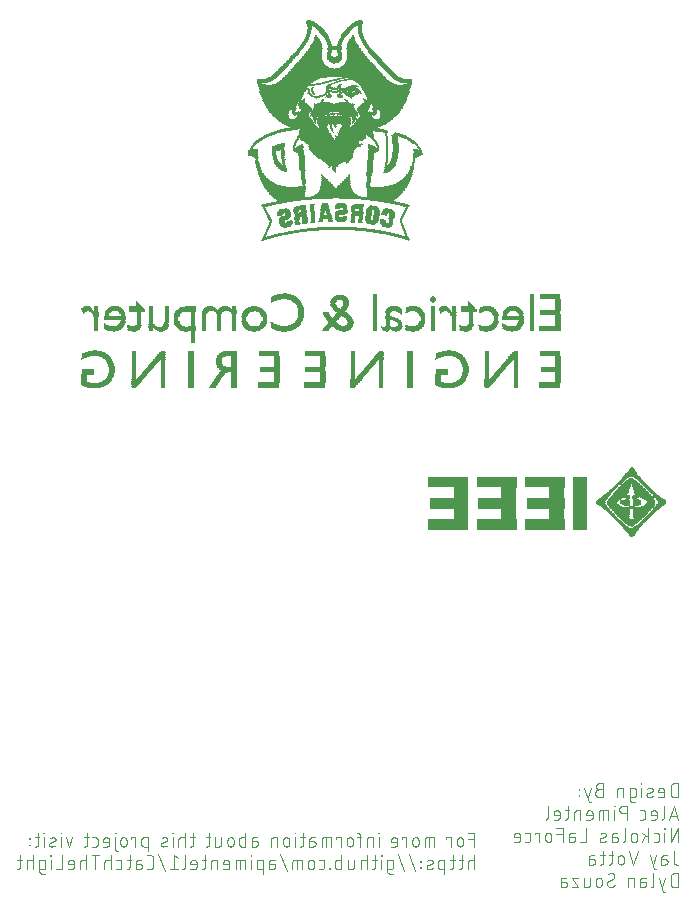
<source format=gbo>
G04 EAGLE Gerber RS-274X export*
G75*
%MOMM*%
%FSLAX34Y34*%
%LPD*%
%INSilkscreen Bottom*%
%IPPOS*%
%AMOC8*
5,1,8,0,0,1.08239X$1,22.5*%
G01*
%ADD10C,0.101600*%
%ADD11R,0.010156X0.011431*%
%ADD12R,0.010156X0.011681*%
%ADD13R,0.045719X0.011681*%
%ADD14R,0.045719X0.011431*%
%ADD15R,0.068581X0.011431*%
%ADD16R,0.078738X0.011681*%
%ADD17R,0.116838X0.011681*%
%ADD18R,0.116838X0.011431*%
%ADD19R,0.137162X0.011431*%
%ADD20R,0.149863X0.011431*%
%ADD21R,0.182881X0.011431*%
%ADD22R,0.172719X0.011681*%
%ADD23R,0.218438X0.011681*%
%ADD24R,0.195581X0.011431*%
%ADD25R,0.243838X0.011431*%
%ADD26R,0.241300X0.011681*%
%ADD27R,0.289556X0.011681*%
%ADD28R,0.266700X0.011431*%
%ADD29R,0.312419X0.011431*%
%ADD30R,0.299719X0.011681*%
%ADD31R,0.358137X0.011681*%
%ADD32R,0.322575X0.011431*%
%ADD33R,0.391156X0.011431*%
%ADD34R,0.416556X0.011681*%
%ADD35R,0.462275X0.011431*%
%ADD36R,0.429256X0.011681*%
%ADD37R,0.495300X0.011681*%
%ADD38R,0.530856X0.011431*%
%ADD39R,0.508000X0.011431*%
%ADD40R,0.576575X0.011431*%
%ADD41R,0.530856X0.011681*%
%ADD42R,0.612138X0.011681*%
%ADD43R,0.566419X0.011431*%
%ADD44R,0.647700X0.011431*%
%ADD45R,0.601981X0.011681*%
%ADD46R,0.680719X0.011681*%
%ADD47R,0.635000X0.011431*%
%ADD48R,0.726438X0.011431*%
%ADD49R,0.670556X0.011681*%
%ADD50R,0.762000X0.011681*%
%ADD51R,0.703581X0.011431*%
%ADD52R,0.807719X0.011431*%
%ADD53R,0.749300X0.011681*%
%ADD54R,0.840738X0.011681*%
%ADD55R,0.797556X0.011431*%
%ADD56R,0.657856X0.011431*%
%ADD57R,0.208281X0.011431*%
%ADD58R,0.830581X0.011681*%
%ADD59R,0.657856X0.011681*%
%ADD60R,0.208281X0.011681*%
%ADD61R,0.876300X0.011431*%
%ADD62R,0.668019X0.011431*%
%ADD63R,0.231138X0.011431*%
%ADD64R,0.645156X0.011431*%
%ADD65R,0.670556X0.011431*%
%ADD66R,0.205738X0.011431*%
%ADD67R,0.231138X0.011681*%
%ADD68R,0.647700X0.011681*%
%ADD69R,0.205738X0.011681*%
%ADD70R,0.680719X0.011431*%
%ADD71R,0.693419X0.011681*%
%ADD72R,0.670563X0.011431*%
%ADD73R,0.690881X0.011431*%
%ADD74R,0.693419X0.011431*%
%ADD75R,0.706119X0.011431*%
%ADD76R,0.218438X0.011431*%
%ADD77R,0.703581X0.011681*%
%ADD78R,0.713738X0.011681*%
%ADD79R,0.208275X0.011681*%
%ADD80R,0.728975X0.011431*%
%ADD81R,0.716275X0.011431*%
%ADD82R,0.208275X0.011431*%
%ADD83R,0.739138X0.011681*%
%ADD84R,0.241300X0.011431*%
%ADD85R,0.751838X0.011431*%
%ADD86R,0.739138X0.011431*%
%ADD87R,0.762000X0.011431*%
%ADD88R,0.220975X0.011431*%
%ADD89R,0.784863X0.011681*%
%ADD90R,0.772156X0.011431*%
%ADD91R,0.807719X0.011681*%
%ADD92R,0.830581X0.011431*%
%ADD93R,0.784856X0.011431*%
%ADD94R,0.830575X0.011681*%
%ADD95R,0.795019X0.011681*%
%ADD96R,0.220981X0.011681*%
%ADD97R,0.843281X0.011431*%
%ADD98R,0.855975X0.011681*%
%ADD99R,0.820419X0.011681*%
%ADD100R,0.866138X0.011431*%
%ADD101R,0.843275X0.011431*%
%ADD102R,0.243838X0.011681*%
%ADD103R,0.889000X0.011681*%
%ADD104R,0.843281X0.011681*%
%ADD105R,0.901700X0.011431*%
%ADD106R,0.853438X0.011431*%
%ADD107R,0.924563X0.011681*%
%ADD108R,0.866138X0.011681*%
%ADD109R,0.228600X0.011431*%
%ADD110R,0.947419X0.011431*%
%ADD111R,0.889000X0.011431*%
%ADD112R,0.228600X0.011681*%
%ADD113R,0.967738X0.011681*%
%ADD114R,0.899156X0.011681*%
%ADD115R,0.970275X0.011431*%
%ADD116R,0.911856X0.011431*%
%ADD117R,1.005837X0.011681*%
%ADD118R,0.922019X0.011681*%
%ADD119R,1.005837X0.011431*%
%ADD120R,0.957581X0.011431*%
%ADD121R,0.220981X0.011431*%
%ADD122R,1.028700X0.011681*%
%ADD123R,0.960119X0.011681*%
%ADD124R,1.051556X0.011431*%
%ADD125R,0.970281X0.011431*%
%ADD126R,1.074419X0.011431*%
%ADD127R,0.993138X0.011431*%
%ADD128R,1.084581X0.011681*%
%ADD129R,1.016000X0.011681*%
%ADD130R,0.220975X0.011681*%
%ADD131R,1.107438X0.011431*%
%ADD132R,1.028700X0.011431*%
%ADD133R,1.120138X0.011681*%
%ADD134R,1.051556X0.011681*%
%ADD135R,1.176019X0.011431*%
%ADD136R,1.071881X0.011431*%
%ADD137R,1.188719X0.011681*%
%ADD138R,1.087119X0.011681*%
%ADD139R,1.211581X0.011431*%
%ADD140R,1.132838X0.011431*%
%ADD141R,1.236975X0.011681*%
%ADD142R,1.165856X0.011681*%
%ADD143R,1.282700X0.011431*%
%ADD144R,1.305556X0.011681*%
%ADD145R,1.224275X0.011681*%
%ADD146R,1.351281X0.011431*%
%ADD147R,1.247138X0.011431*%
%ADD148R,1.374138X0.011431*%
%ADD149R,1.270000X0.011431*%
%ADD150R,1.442719X0.011681*%
%ADD151R,1.315719X0.011681*%
%ADD152R,1.478275X0.011431*%
%ADD153R,1.524000X0.011681*%
%ADD154R,1.430019X0.011681*%
%ADD155R,1.582419X0.011431*%
%ADD156R,1.488438X0.011431*%
%ADD157R,1.673863X0.011681*%
%ADD158R,1.546856X0.011681*%
%ADD159R,1.742438X0.011431*%
%ADD160R,1.628138X0.011431*%
%ADD161R,1.813556X0.011681*%
%ADD162R,1.742438X0.011681*%
%ADD163R,1.960881X0.011431*%
%ADD164R,1.823719X0.011431*%
%ADD165R,2.103119X0.011681*%
%ADD166R,2.009138X0.011681*%
%ADD167R,2.390138X0.011431*%
%ADD168R,2.217419X0.011431*%
%ADD169R,5.621019X0.011431*%
%ADD170R,5.438137X0.011681*%
%ADD171R,5.265419X0.011431*%
%ADD172R,5.069838X0.011681*%
%ADD173R,4.848856X0.011431*%
%ADD174R,4.640581X0.011681*%
%ADD175R,4.445000X0.011431*%
%ADD176R,4.201156X0.011681*%
%ADD177R,3.947156X0.011431*%
%ADD178R,3.693156X0.011681*%
%ADD179R,3.429000X0.011431*%
%ADD180R,3.103881X0.011431*%
%ADD181R,2.748281X0.011681*%
%ADD182R,2.377438X0.011431*%
%ADD183R,0.058419X0.011681*%
%ADD184R,1.892300X0.011681*%
%ADD185R,0.071119X0.011681*%
%ADD186R,0.139700X0.011431*%
%ADD187R,1.280163X0.011431*%
%ADD188R,0.149856X0.011431*%
%ADD189R,0.299719X0.011431*%
%ADD190R,0.289563X0.011431*%
%ADD191R,0.381000X0.011681*%
%ADD192R,0.449581X0.011431*%
%ADD193R,0.426719X0.011431*%
%ADD194R,0.533400X0.011681*%
%ADD195R,0.508000X0.011681*%
%ADD196R,0.612138X0.011431*%
%ADD197R,0.645163X0.011431*%
%ADD198R,0.726438X0.011681*%
%ADD199R,0.774700X0.011431*%
%ADD200R,0.810256X0.011681*%
%ADD201R,0.833119X0.011431*%
%ADD202R,0.899156X0.011431*%
%ADD203R,0.911856X0.011681*%
%ADD204R,0.924556X0.011431*%
%ADD205R,0.934719X0.011431*%
%ADD206R,0.947419X0.011681*%
%ADD207R,0.944881X0.011681*%
%ADD208R,0.960119X0.011431*%
%ADD209R,0.970275X0.011681*%
%ADD210R,0.033019X0.011681*%
%ADD211R,0.137156X0.011681*%
%ADD212R,0.970281X0.011681*%
%ADD213R,0.980438X0.011431*%
%ADD214R,0.993138X0.011681*%
%ADD215R,0.347975X0.011681*%
%ADD216R,1.003300X0.011431*%
%ADD217R,0.416556X0.011431*%
%ADD218R,1.038863X0.011431*%
%ADD219R,0.497838X0.011431*%
%ADD220R,1.051562X0.011681*%
%ADD221R,0.601975X0.011681*%
%ADD222R,1.038856X0.011681*%
%ADD223R,1.051562X0.011431*%
%ADD224R,1.049019X0.011431*%
%ADD225R,1.061719X0.011431*%
%ADD226R,0.254000X0.011431*%
%ADD227R,0.416563X0.011681*%
%ADD228R,0.624838X0.011681*%
%ADD229R,0.426719X0.011681*%
%ADD230R,0.622300X0.011681*%
%ADD231R,0.414019X0.011681*%
%ADD232R,0.414019X0.011431*%
%ADD233R,0.576581X0.011431*%
%ADD234R,0.520700X0.011681*%
%ADD235R,0.784856X0.011681*%
%ADD236R,0.091438X0.011681*%
%ADD237R,0.462281X0.011431*%
%ADD238R,0.820419X0.011431*%
%ADD239R,0.485137X0.011431*%
%ADD240R,0.853438X0.011681*%
%ADD241R,0.022856X0.011681*%
%ADD242R,0.439419X0.011681*%
%ADD243R,0.403856X0.011431*%
%ADD244R,0.162556X0.011431*%
%ADD245R,0.911863X0.011681*%
%ADD246R,0.068575X0.011681*%
%ADD247R,0.924563X0.011431*%
%ADD248R,0.416563X0.011431*%
%ADD249R,0.967738X0.011431*%
%ADD250R,0.033019X0.011431*%
%ADD251R,0.553719X0.011681*%
%ADD252R,0.345438X0.011681*%
%ADD253R,0.403863X0.011431*%
%ADD254R,0.403863X0.011681*%
%ADD255R,0.104138X0.011681*%
%ADD256R,0.403856X0.011681*%
%ADD257R,0.393700X0.011431*%
%ADD258R,0.429256X0.011431*%
%ADD259R,0.668019X0.011681*%
%ADD260R,0.347981X0.011681*%
%ADD261R,1.038856X0.011431*%
%ADD262R,0.287019X0.011431*%
%ADD263R,0.716281X0.011681*%
%ADD264R,1.061719X0.011681*%
%ADD265R,0.137162X0.011681*%
%ADD266R,0.081275X0.011431*%
%ADD267R,1.084581X0.011431*%
%ADD268R,0.022856X0.011431*%
%ADD269R,0.855981X0.011681*%
%ADD270R,0.462275X0.011681*%
%ADD271R,0.254000X0.011681*%
%ADD272R,0.358137X0.011431*%
%ADD273R,0.553719X0.011431*%
%ADD274R,0.474981X0.011681*%
%ADD275R,0.566419X0.011681*%
%ADD276R,0.601981X0.011431*%
%ADD277R,0.635000X0.011681*%
%ADD278R,0.127000X0.011431*%
%ADD279R,1.026156X0.011681*%
%ADD280R,1.074419X0.011681*%
%ADD281R,0.657863X0.011431*%
%ADD282R,1.130300X0.011431*%
%ADD283R,1.120138X0.011431*%
%ADD284R,1.109975X0.011681*%
%ADD285R,1.109975X0.011431*%
%ADD286R,1.097275X0.011681*%
%ADD287R,1.097275X0.011431*%
%ADD288R,0.749300X0.011431*%
%ADD289R,0.751838X0.011681*%
%ADD290R,1.084575X0.011431*%
%ADD291R,0.393700X0.011681*%
%ADD292R,0.381000X0.011431*%
%ADD293R,0.459738X0.011681*%
%ADD294R,0.716275X0.011681*%
%ADD295R,1.026156X0.011431*%
%ADD296R,0.982975X0.011431*%
%ADD297R,0.589281X0.011431*%
%ADD298R,1.016000X0.011431*%
%ADD299R,0.520700X0.011431*%
%ADD300R,0.472438X0.011431*%
%ADD301R,0.482600X0.011431*%
%ADD302R,0.078738X0.011431*%
%ADD303R,0.645156X0.011681*%
%ADD304R,0.127000X0.011681*%
%ADD305R,0.022863X0.011431*%
%ADD306R,0.081281X0.011681*%
%ADD307R,1.071881X0.011681*%
%ADD308R,0.982981X0.011681*%
%ADD309R,0.406400X0.011431*%
%ADD310R,0.289556X0.011431*%
%ADD311R,0.195581X0.011681*%
%ADD312R,0.406400X0.011681*%
%ADD313R,0.957575X0.011681*%
%ADD314R,0.322581X0.011681*%
%ADD315R,1.049019X0.011681*%
%ADD316R,0.817881X0.011681*%
%ADD317R,0.840738X0.011431*%
%ADD318R,1.003300X0.011681*%
%ADD319R,0.863600X0.011681*%
%ADD320R,1.064256X0.011431*%
%ADD321R,0.980438X0.011681*%
%ADD322R,0.391156X0.011681*%
%ADD323R,1.087119X0.011431*%
%ADD324R,0.543556X0.011681*%
%ADD325R,0.901700X0.011681*%
%ADD326R,1.084575X0.011681*%
%ADD327R,0.624838X0.011431*%
%ADD328R,0.934719X0.011681*%
%ADD329R,1.064256X0.011681*%
%ADD330R,0.957581X0.011681*%
%ADD331R,0.944881X0.011431*%
%ADD332R,1.041400X0.011431*%
%ADD333R,0.922019X0.011431*%
%ADD334R,0.899163X0.011681*%
%ADD335R,0.474975X0.011431*%
%ADD336R,0.937256X0.011681*%
%ADD337R,0.937256X0.011431*%
%ADD338R,0.924556X0.011681*%
%ADD339R,0.391163X0.011681*%
%ADD340R,0.817881X0.011431*%
%ADD341R,0.391163X0.011431*%
%ADD342R,0.518156X0.011681*%
%ADD343R,0.797556X0.011681*%
%ADD344R,0.586738X0.011431*%
%ADD345R,0.660400X0.011681*%
%ADD346R,0.436881X0.011431*%
%ADD347R,1.038863X0.011681*%
%ADD348R,0.322575X0.011681*%
%ADD349R,0.035556X0.011681*%
%ADD350R,0.068581X0.011681*%
%ADD351R,0.543556X0.011431*%
%ADD352R,0.728975X0.011681*%
%ADD353R,0.703575X0.011681*%
%ADD354R,0.703575X0.011431*%
%ADD355R,0.683256X0.011431*%
%ADD356R,0.683256X0.011681*%
%ADD357R,0.855981X0.011431*%
%ADD358R,0.276856X0.011431*%
%ADD359R,0.660400X0.011431*%
%ADD360R,0.563881X0.011681*%
%ADD361R,0.370838X0.011431*%
%ADD362R,0.728981X0.011681*%
%ADD363R,0.518162X0.011681*%
%ADD364R,0.175256X0.011681*%
%ADD365R,0.543563X0.011681*%
%ADD366R,0.091438X0.011431*%
%ADD367R,0.622300X0.011431*%
%ADD368R,0.716281X0.011431*%
%ADD369R,0.609600X0.011431*%
%ADD370R,0.609600X0.011681*%
%ADD371R,0.055881X0.011681*%
%ADD372R,0.599438X0.011431*%
%ADD373R,0.589281X0.011681*%
%ADD374R,0.345438X0.011431*%
%ADD375R,0.855975X0.011431*%
%ADD376R,0.276856X0.011681*%
%ADD377R,0.563881X0.011431*%
%ADD378R,0.797563X0.011681*%
%ADD379R,0.876300X0.011681*%
%ADD380R,0.911863X0.011431*%
%ADD381R,0.185419X0.011681*%
%ADD382R,0.878838X0.011681*%
%ADD383R,0.990600X0.011431*%
%ADD384R,1.026163X0.011681*%
%ADD385R,1.130300X0.011681*%
%ADD386R,1.201419X0.011681*%
%ADD387R,1.234438X0.011431*%
%ADD388R,1.292856X0.011431*%
%ADD389R,1.328419X0.011431*%
%ADD390R,1.407163X0.011431*%
%ADD391R,1.501138X0.011681*%
%ADD392R,1.557019X0.011431*%
%ADD393R,1.615438X0.011431*%
%ADD394R,1.663700X0.011681*%
%ADD395R,1.732281X0.011681*%
%ADD396R,1.778000X0.011431*%
%ADD397R,1.846575X0.011431*%
%ADD398R,1.871981X0.011681*%
%ADD399R,1.953256X0.011681*%
%ADD400R,1.998975X0.011431*%
%ADD401R,2.077719X0.011431*%
%ADD402R,2.123438X0.011681*%
%ADD403R,2.181863X0.011681*%
%ADD404R,2.250438X0.011431*%
%ADD405R,2.308856X0.011431*%
%ADD406R,2.379981X0.011681*%
%ADD407R,2.448556X0.011681*%
%ADD408R,2.517138X0.011431*%
%ADD409R,2.585719X0.011431*%
%ADD410R,2.667000X0.011431*%
%ADD411R,2.735575X0.011431*%
%ADD412R,2.806700X0.011681*%
%ADD413R,2.865119X0.011681*%
%ADD414R,2.956556X0.011431*%
%ADD415R,3.025138X0.011431*%
%ADD416R,3.129275X0.011681*%
%ADD417R,3.197863X0.011681*%
%ADD418R,3.302000X0.011431*%
%ADD419R,3.360419X0.011431*%
%ADD420R,3.497581X0.011681*%
%ADD421R,3.543300X0.011681*%
%ADD422R,3.716019X0.011431*%
%ADD423R,3.784600X0.011431*%
%ADD424R,3.972556X0.011681*%
%ADD425R,4.018281X0.011681*%
%ADD426R,4.282438X0.011431*%
%ADD427R,4.376419X0.011431*%
%ADD428R,4.861556X0.011681*%
%ADD429R,4.930137X0.011681*%
%ADD430R,2.458719X0.011431*%
%ADD431R,7.828275X0.011431*%
%ADD432R,2.471419X0.011431*%
%ADD433R,7.724138X0.011431*%
%ADD434R,2.494275X0.011681*%
%ADD435R,7.642863X0.011681*%
%ADD436R,2.504438X0.011431*%
%ADD437R,4.838700X0.011431*%
%ADD438R,2.631438X0.011431*%
%ADD439R,2.517138X0.011681*%
%ADD440R,4.643119X0.011681*%
%ADD441R,2.644138X0.011681*%
%ADD442R,2.527300X0.011431*%
%ADD443R,4.516119X0.011431*%
%ADD444R,2.540000X0.011681*%
%ADD445R,4.409438X0.011681*%
%ADD446R,2.679700X0.011681*%
%ADD447R,2.550156X0.011431*%
%ADD448R,4.305300X0.011431*%
%ADD449R,2.689856X0.011431*%
%ADD450R,2.588256X0.011681*%
%ADD451R,4.226556X0.011681*%
%ADD452R,2.702556X0.011681*%
%ADD453R,2.598419X0.011431*%
%ADD454R,4.155438X0.011431*%
%ADD455R,2.712719X0.011431*%
%ADD456R,2.611119X0.011681*%
%ADD457R,4.086863X0.011681*%
%ADD458R,2.621275X0.011431*%
%ADD459R,4.028437X0.011431*%
%ADD460R,2.760981X0.011431*%
%ADD461R,2.633975X0.011431*%
%ADD462R,3.972556X0.011431*%
%ADD463R,2.771138X0.011431*%
%ADD464R,2.656837X0.011681*%
%ADD465R,3.911600X0.011681*%
%ADD466R,2.783838X0.011681*%
%ADD467R,3.845563X0.011431*%
%ADD468R,2.794000X0.011431*%
%ADD469R,3.799838X0.011681*%
%ADD470R,3.754119X0.011431*%
%ADD471R,2.819400X0.011431*%
%ADD472R,3.708400X0.011681*%
%ADD473R,2.829556X0.011681*%
%ADD474R,2.715256X0.011431*%
%ADD475R,3.657600X0.011431*%
%ADD476R,2.842256X0.011431*%
%ADD477R,2.725419X0.011681*%
%ADD478R,3.624581X0.011681*%
%ADD479R,2.852419X0.011681*%
%ADD480R,2.748275X0.011431*%
%ADD481R,3.591563X0.011431*%
%ADD482R,2.875281X0.011431*%
%ADD483R,2.758438X0.011681*%
%ADD484R,3.545838X0.011681*%
%ADD485R,2.875281X0.011681*%
%ADD486R,3.510275X0.011431*%
%ADD487R,2.898138X0.011431*%
%ADD488R,2.781300X0.011431*%
%ADD489R,3.474719X0.011431*%
%ADD490R,2.794000X0.011681*%
%ADD491R,3.454400X0.011681*%
%ADD492R,2.921000X0.011681*%
%ADD493R,2.804156X0.011431*%
%ADD494R,3.403600X0.011431*%
%ADD495R,2.921000X0.011431*%
%ADD496R,2.816856X0.011681*%
%ADD497R,3.383281X0.011681*%
%ADD498R,2.946400X0.011681*%
%ADD499R,2.827019X0.011431*%
%ADD500R,3.347719X0.011431*%
%ADD501R,2.946400X0.011431*%
%ADD502R,2.839719X0.011681*%
%ADD503R,3.312163X0.011681*%
%ADD504R,2.969256X0.011681*%
%ADD505R,2.852419X0.011431*%
%ADD506R,3.291838X0.011431*%
%ADD507R,2.969256X0.011431*%
%ADD508R,2.862575X0.011681*%
%ADD509R,3.266438X0.011681*%
%ADD510R,2.992119X0.011681*%
%ADD511R,2.875275X0.011431*%
%ADD512R,3.246119X0.011431*%
%ADD513R,2.992119X0.011431*%
%ADD514R,2.885438X0.011681*%
%ADD515R,3.220719X0.011681*%
%ADD516R,3.002281X0.011681*%
%ADD517R,2.910837X0.011431*%
%ADD518R,3.200400X0.011431*%
%ADD519R,3.014981X0.011431*%
%ADD520R,3.162300X0.011431*%
%ADD521R,3.139438X0.011681*%
%ADD522R,3.048000X0.011681*%
%ADD523R,2.933700X0.011431*%
%ADD524R,3.116581X0.011431*%
%ADD525R,3.058156X0.011431*%
%ADD526R,2.943856X0.011681*%
%ADD527R,3.103881X0.011681*%
%ADD528R,3.070856X0.011681*%
%ADD529R,3.083563X0.011431*%
%ADD530R,3.083556X0.011431*%
%ADD531R,2.966719X0.011681*%
%ADD532R,3.058163X0.011681*%
%ADD533R,3.093719X0.011681*%
%ADD534R,2.979419X0.011431*%
%ADD535R,3.037838X0.011431*%
%ADD536R,3.093719X0.011431*%
%ADD537R,2.979419X0.011681*%
%ADD538R,3.012438X0.011681*%
%ADD539R,3.106419X0.011681*%
%ADD540R,3.116575X0.011431*%
%ADD541R,3.002275X0.011681*%
%ADD542R,3.014975X0.011431*%
%ADD543R,3.139438X0.011431*%
%ADD544R,3.152138X0.011431*%
%ADD545R,3.152138X0.011681*%
%ADD546R,3.058163X0.011431*%
%ADD547R,2.895600X0.011431*%
%ADD548R,2.895600X0.011681*%
%ADD549R,3.175000X0.011681*%
%ADD550R,3.070863X0.011431*%
%ADD551R,3.185156X0.011431*%
%ADD552R,3.081019X0.011681*%
%ADD553R,2.849881X0.011681*%
%ADD554R,3.197856X0.011681*%
%ADD555R,2.849881X0.011431*%
%ADD556R,3.197856X0.011431*%
%ADD557R,2.829563X0.011681*%
%ADD558R,3.210556X0.011681*%
%ADD559R,2.804163X0.011431*%
%ADD560R,3.220719X0.011431*%
%ADD561R,3.116581X0.011681*%
%ADD562R,2.804163X0.011681*%
%ADD563R,3.233419X0.011681*%
%ADD564R,2.783838X0.011431*%
%ADD565R,3.233419X0.011431*%
%ADD566R,3.256275X0.011431*%
%ADD567R,3.256275X0.011681*%
%ADD568R,3.266438X0.011431*%
%ADD569R,2.738119X0.011681*%
%ADD570R,3.279138X0.011681*%
%ADD571R,3.175000X0.011431*%
%ADD572R,2.725419X0.011431*%
%ADD573R,3.279138X0.011431*%
%ADD574R,3.187700X0.011681*%
%ADD575R,2.712719X0.011681*%
%ADD576R,3.302000X0.011681*%
%ADD577R,3.197863X0.011431*%
%ADD578R,2.702556X0.011431*%
%ADD579R,3.314700X0.011431*%
%ADD580R,3.210562X0.011681*%
%ADD581R,2.692400X0.011681*%
%ADD582R,3.324856X0.011681*%
%ADD583R,3.210562X0.011431*%
%ADD584R,2.679700X0.011431*%
%ADD585R,3.324856X0.011431*%
%ADD586R,2.667000X0.011681*%
%ADD587R,3.337556X0.011681*%
%ADD588R,3.350256X0.011431*%
%ADD589R,2.641600X0.011431*%
%ADD590R,3.243581X0.011681*%
%ADD591R,2.641600X0.011681*%
%ADD592R,3.360419X0.011681*%
%ADD593R,3.256281X0.011431*%
%ADD594R,3.373119X0.011431*%
%ADD595R,3.268981X0.011681*%
%ADD596R,1.292856X0.011681*%
%ADD597R,3.373119X0.011681*%
%ADD598R,3.268981X0.011431*%
%ADD599R,3.383275X0.011431*%
%ADD600R,1.270000X0.011681*%
%ADD601R,1.280156X0.011681*%
%ADD602R,3.395975X0.011681*%
%ADD603R,3.406138X0.011431*%
%ADD604R,3.291838X0.011681*%
%ADD605R,1.234438X0.011681*%
%ADD606R,1.247138X0.011681*%
%ADD607R,3.406138X0.011681*%
%ADD608R,1.221738X0.011431*%
%ADD609R,1.236981X0.011431*%
%ADD610R,3.418837X0.011431*%
%ADD611R,3.312156X0.011681*%
%ADD612R,1.224281X0.011681*%
%ADD613R,3.418837X0.011681*%
%ADD614R,1.188719X0.011431*%
%ADD615R,1.198881X0.011431*%
%ADD616R,3.335019X0.011431*%
%ADD617R,1.178562X0.011431*%
%ADD618R,3.441700X0.011431*%
%ADD619R,2.136138X0.011681*%
%ADD620R,1.165863X0.011681*%
%ADD621R,1.176019X0.011681*%
%ADD622R,2.171700X0.011681*%
%ADD623R,2.009138X0.011431*%
%ADD624R,1.143000X0.011431*%
%ADD625R,1.165863X0.011431*%
%ADD626R,1.983738X0.011431*%
%ADD627R,1.905000X0.011681*%
%ADD628R,1.143000X0.011681*%
%ADD629R,1.882138X0.011681*%
%ADD630R,1.767838X0.011681*%
%ADD631R,1.097281X0.011681*%
%ADD632R,1.722119X0.011681*%
%ADD633R,1.706881X0.011431*%
%ADD634R,1.651000X0.011431*%
%ADD635R,1.651000X0.011681*%
%ADD636R,1.605275X0.011681*%
%ADD637R,1.605281X0.011431*%
%ADD638R,1.559556X0.011431*%
%ADD639R,1.559556X0.011681*%
%ADD640R,1.513838X0.011681*%
%ADD641R,1.511300X0.011431*%
%ADD642R,1.465575X0.011431*%
%ADD643R,1.478281X0.011431*%
%ADD644R,1.442719X0.011431*%
%ADD645R,1.397000X0.011681*%
%ADD646R,1.397000X0.011431*%
%ADD647R,0.264156X0.011431*%
%ADD648R,1.361438X0.011431*%
%ADD649R,1.374138X0.011681*%
%ADD650R,0.264156X0.011681*%
%ADD651R,1.325881X0.011681*%
%ADD652R,1.341119X0.011431*%
%ADD653R,0.957575X0.011431*%
%ADD654R,1.305562X0.011431*%
%ADD655R,1.259838X0.011681*%
%ADD656R,1.211581X0.011681*%
%ADD657R,0.878838X0.011431*%
%ADD658R,0.833119X0.011681*%
%ADD659R,0.312419X0.011681*%
%ADD660R,0.787400X0.011681*%
%ADD661R,0.322581X0.011431*%
%ADD662R,0.287019X0.011681*%
%ADD663R,0.335281X0.011431*%
%ADD664R,0.335281X0.011681*%
%ADD665R,0.579119X0.011681*%
%ADD666R,0.599438X0.011681*%
%ADD667R,0.774700X0.011681*%
%ADD668R,0.556256X0.011681*%
%ADD669R,0.576581X0.011681*%
%ADD670R,0.736600X0.011431*%
%ADD671R,0.497838X0.011681*%
%ADD672R,0.452119X0.011431*%
%ADD673R,0.370838X0.011681*%
%ADD674R,0.462281X0.011681*%
%ADD675R,0.335275X0.011431*%
%ADD676R,0.335275X0.011681*%
%ADD677R,0.645163X0.011681*%
%ADD678R,0.601975X0.011431*%
%ADD679R,0.332738X0.011431*%
%ADD680R,0.325119X0.011431*%
%ADD681R,0.309881X0.011681*%
%ADD682R,0.586738X0.011681*%
%ADD683R,0.302256X0.011431*%
%ADD684R,0.279400X0.011431*%
%ADD685R,0.556256X0.011431*%
%ADD686R,0.541019X0.011681*%
%ADD687R,0.198119X0.011431*%
%ADD688R,0.368300X0.011431*%
%ADD689R,0.518156X0.011431*%
%ADD690R,0.185419X0.011431*%
%ADD691R,0.368300X0.011681*%
%ADD692R,0.160019X0.011431*%
%ADD693R,0.152400X0.011681*%
%ADD694R,0.149863X0.011681*%
%ADD695R,0.495300X0.011431*%
%ADD696R,0.104138X0.011431*%
%ADD697R,0.093981X0.011681*%
%ADD698R,0.485137X0.011681*%
%ADD699R,0.093981X0.011431*%
%ADD700R,0.081281X0.011431*%
%ADD701R,0.472438X0.011681*%
%ADD702R,0.071119X0.011431*%
%ADD703R,0.058419X0.011431*%
%ADD704R,0.474981X0.011431*%
%ADD705R,0.452119X0.011681*%
%ADD706R,0.048256X0.011681*%
%ADD707R,0.035563X0.011681*%
%ADD708R,0.035556X0.011431*%
%ADD709R,0.459738X0.011431*%
%ADD710R,0.449575X0.011681*%
%ADD711R,0.025400X0.011681*%
%ADD712R,0.012700X0.011681*%
%ADD713R,0.449581X0.011681*%
%ADD714R,0.439419X0.011431*%
%ADD715R,0.012700X0.011431*%
%ADD716R,0.436881X0.011681*%
%ADD717R,0.175256X0.011431*%
%ADD718R,0.355600X0.011681*%
%ADD719R,0.266700X0.011681*%
%ADD720R,0.355600X0.011431*%
%ADD721R,0.114300X0.011681*%
%ADD722R,0.449575X0.011431*%
%ADD723R,0.162562X0.011431*%
%ADD724R,0.347981X0.011431*%
%ADD725R,0.302256X0.011681*%
%ADD726R,0.332738X0.011681*%
%ADD727R,0.276863X0.011431*%
%ADD728R,0.518162X0.011431*%
%ADD729R,0.530863X0.011431*%
%ADD730R,0.276863X0.011681*%
%ADD731R,0.289563X0.011681*%
%ADD732R,0.589275X0.011431*%
%ADD733R,0.713738X0.011431*%
%ADD734R,0.309881X0.011431*%
%ADD735R,0.264163X0.011431*%
%ADD736R,0.795019X0.011431*%
%ADD737R,0.474975X0.011681*%
%ADD738R,0.162556X0.011681*%
%ADD739R,0.198119X0.011681*%
%ADD740R,0.530863X0.011681*%
%ADD741R,0.264163X0.011681*%
%ADD742R,1.282700X0.011681*%
%ADD743R,0.579119X0.011431*%
%ADD744R,1.315719X0.011431*%
%ADD745R,1.363981X0.011681*%
%ADD746R,0.576575X0.011681*%
%ADD747R,1.455419X0.011681*%
%ADD748R,1.513838X0.011431*%
%ADD749R,1.592581X0.011681*%
%ADD750R,0.137156X0.011431*%
%ADD751R,1.696719X0.011431*%
%ADD752R,0.149856X0.011681*%
%ADD753R,1.755138X0.011681*%
%ADD754R,1.800856X0.011431*%
%ADD755R,1.836419X0.011681*%
%ADD756R,1.882138X0.011431*%
%ADD757R,0.195575X0.011681*%
%ADD758R,1.917700X0.011681*%
%ADD759R,0.195575X0.011431*%
%ADD760R,1.950719X0.011431*%
%ADD761R,1.983738X0.011681*%
%ADD762R,2.021838X0.011431*%
%ADD763R,2.042156X0.011681*%
%ADD764R,2.344419X0.011431*%
%ADD765R,2.367275X0.011431*%
%ADD766R,2.402837X0.011681*%
%ADD767R,2.435856X0.011431*%
%ADD768R,2.458719X0.011681*%
%ADD769R,2.484119X0.011431*%
%ADD770R,2.504438X0.011681*%
%ADD771R,2.540000X0.011431*%
%ADD772R,2.562863X0.011681*%
%ADD773R,2.621281X0.011681*%
%ADD774R,0.172719X0.011431*%
%ADD775R,2.644138X0.011431*%
%ADD776R,0.182881X0.011681*%
%ADD777R,2.781300X0.011681*%
%ADD778R,2.966719X0.011431*%
%ADD779R,2.976881X0.011681*%
%ADD780R,3.002281X0.011431*%
%ADD781R,3.025138X0.011681*%
%ADD782R,0.325119X0.011681*%
%ADD783R,3.081019X0.011431*%
%ADD784R,3.162300X0.011681*%
%ADD785R,3.185156X0.011681*%
%ADD786R,0.541019X0.011431*%
%ADD787R,3.243581X0.011431*%
%ADD788R,3.337556X0.011431*%
%ADD789R,3.347719X0.011681*%
%ADD790R,0.784863X0.011431*%
%ADD791R,0.772163X0.011681*%
%ADD792R,3.370575X0.011681*%
%ADD793R,0.772163X0.011431*%
%ADD794R,3.395975X0.011431*%
%ADD795R,3.429000X0.011681*%
%ADD796R,3.439156X0.011431*%
%ADD797R,3.451856X0.011681*%
%ADD798R,3.462019X0.011431*%
%ADD799R,3.487419X0.011681*%
%ADD800R,3.497575X0.011431*%
%ADD801R,3.510275X0.011681*%
%ADD802R,3.533138X0.011431*%
%ADD803R,3.545838X0.011431*%
%ADD804R,3.556000X0.011681*%
%ADD805R,3.578863X0.011431*%
%ADD806R,0.797563X0.011431*%
%ADD807R,3.589019X0.011681*%
%ADD808R,3.601719X0.011431*%
%ADD809R,3.624581X0.011431*%
%ADD810R,0.543563X0.011431*%
%ADD811R,3.637281X0.011431*%
%ADD812R,0.690881X0.011681*%
%ADD813R,3.660138X0.011681*%
%ADD814R,3.660138X0.011431*%
%ADD815R,3.683000X0.011681*%
%ADD816R,0.843275X0.011681*%
%ADD817R,3.695700X0.011431*%
%ADD818R,3.705856X0.011681*%
%ADD819R,3.728719X0.011681*%
%ADD820R,3.741419X0.011431*%
%ADD821R,3.764281X0.011431*%
%ADD822R,3.764281X0.011681*%
%ADD823R,3.787138X0.011431*%
%ADD824R,3.810000X0.011431*%
%ADD825R,3.820156X0.011681*%
%ADD826R,3.845556X0.011431*%
%ADD827R,3.855719X0.011681*%
%ADD828R,3.865881X0.011431*%
%ADD829R,3.878581X0.011681*%
%ADD830R,3.901438X0.011431*%
%ADD831R,3.914138X0.011431*%
%ADD832R,3.937000X0.011681*%
%ADD833R,3.962400X0.011431*%
%ADD834R,3.985256X0.011431*%
%ADD835R,0.160019X0.011681*%
%ADD836R,4.018275X0.011681*%
%ADD837R,4.051300X0.011681*%
%ADD838R,4.086856X0.011431*%
%ADD839R,4.112256X0.011681*%
%ADD840R,4.145275X0.011431*%
%ADD841R,4.191000X0.011431*%
%ADD842R,4.259575X0.011681*%
%ADD843R,4.295138X0.011431*%
%ADD844R,1.026163X0.011431*%
%ADD845R,4.318000X0.011681*%
%ADD846R,0.482600X0.011681*%
%ADD847R,4.340856X0.011431*%
%ADD848R,4.376419X0.011681*%
%ADD849R,4.399275X0.011431*%
%ADD850R,0.899163X0.011431*%
%ADD851R,4.411975X0.011681*%
%ADD852R,4.422137X0.011431*%
%ADD853R,4.434838X0.011681*%
%ADD854R,4.457700X0.011431*%
%ADD855R,4.467856X0.011681*%
%ADD856R,4.480556X0.011431*%
%ADD857R,4.490719X0.011681*%
%ADD858R,4.503419X0.011431*%
%ADD859R,4.503419X0.011681*%
%ADD860R,4.526281X0.011431*%
%ADD861R,4.536437X0.011681*%
%ADD862R,0.093975X0.011431*%
%ADD863R,4.353556X0.011431*%
%ADD864R,4.307837X0.011681*%
%ADD865R,4.343400X0.011681*%
%ADD866R,0.055881X0.011431*%
%ADD867R,4.399281X0.011681*%
%ADD868R,4.409438X0.011431*%
%ADD869R,4.432300X0.011681*%
%ADD870R,4.457700X0.011681*%
%ADD871R,4.467856X0.011431*%
%ADD872R,4.480556X0.011681*%
%ADD873R,4.490719X0.011431*%
%ADD874R,4.513581X0.011681*%
%ADD875R,4.546600X0.011681*%
%ADD876R,4.546600X0.011431*%
%ADD877R,4.572000X0.011681*%
%ADD878R,4.597400X0.011431*%
%ADD879R,2.471419X0.011681*%
%ADD880R,2.113275X0.011431*%
%ADD881R,2.481575X0.011431*%
%ADD882R,2.113275X0.011681*%
%ADD883R,2.481575X0.011681*%
%ADD884R,2.123438X0.011431*%
%ADD885R,2.494275X0.011431*%
%ADD886R,2.125981X0.011431*%
%ADD887R,2.159000X0.011431*%
%ADD888R,2.194556X0.011681*%
%ADD889R,2.237738X0.011431*%
%ADD890R,2.296156X0.011681*%
%ADD891R,2.308863X0.011431*%
%ADD892R,2.760975X0.011431*%
%ADD893R,2.331719X0.011681*%
%ADD894R,2.771138X0.011681*%
%ADD895R,2.367281X0.011431*%
%ADD896R,2.379975X0.011681*%
%ADD897R,2.806700X0.011431*%
%ADD898R,2.413000X0.011431*%
%ADD899R,2.423156X0.011681*%
%ADD900R,2.804156X0.011681*%
%ADD901R,2.816856X0.011431*%
%ADD902R,2.435856X0.011681*%
%ADD903R,2.819400X0.011681*%
%ADD904R,2.448556X0.011431*%
%ADD905R,2.461256X0.011681*%
%ADD906R,2.748281X0.011431*%
%ADD907R,2.484119X0.011681*%
%ADD908R,2.735581X0.011681*%
%ADD909R,2.689856X0.011681*%
%ADD910R,0.347975X0.011431*%
%ADD911R,2.618737X0.011681*%
%ADD912R,2.608581X0.011431*%
%ADD913R,2.527300X0.011681*%
%ADD914R,2.598419X0.011681*%
%ADD915R,2.573019X0.011431*%
%ADD916R,2.562856X0.011681*%
%ADD917R,2.446019X0.011431*%
%ADD918R,2.552700X0.011431*%
%ADD919R,2.446019X0.011681*%
%ADD920R,2.529838X0.011431*%
%ADD921R,2.423156X0.011431*%
%ADD922R,0.048256X0.011431*%
%ADD923R,0.589275X0.011681*%
%ADD924R,2.402837X0.011431*%
%ADD925R,2.390138X0.011681*%
%ADD926R,2.367281X0.011681*%
%ADD927R,2.344419X0.011681*%
%ADD928R,2.331719X0.011431*%
%ADD929R,0.010162X0.011431*%
%ADD930R,2.745738X0.011431*%
%ADD931R,2.319019X0.011681*%
%ADD932R,2.735581X0.011431*%
%ADD933R,0.810256X0.011431*%
%ADD934R,2.296156X0.011431*%
%ADD935R,2.722881X0.011431*%
%ADD936R,2.275838X0.011681*%
%ADD937R,2.275838X0.011431*%
%ADD938R,2.700019X0.011431*%
%ADD939R,0.657863X0.011681*%
%ADD940R,2.263138X0.011681*%
%ADD941R,2.700019X0.011681*%
%ADD942R,2.954019X0.011681*%
%ADD943R,2.954019X0.011431*%
%ADD944R,2.656837X0.011431*%
%ADD945R,2.758438X0.011431*%
%ADD946R,2.631438X0.011681*%
%ADD947R,2.621281X0.011431*%
%ADD948R,2.608581X0.011681*%
%ADD949R,0.114300X0.011431*%
%ADD950R,2.573019X0.011681*%
%ADD951R,2.562856X0.011431*%
%ADD952R,2.550156X0.011681*%
%ADD953R,0.025400X0.011431*%
%ADD954R,0.706119X0.011681*%
%ADD955R,2.494281X0.011681*%
%ADD956R,2.494281X0.011431*%
%ADD957R,2.481581X0.011681*%
%ADD958R,1.165856X0.011431*%
%ADD959R,3.992881X0.011681*%
%ADD960R,3.982719X0.011431*%
%ADD961R,2.448562X0.011431*%
%ADD962R,3.972562X0.011431*%
%ADD963R,2.435863X0.011431*%
%ADD964R,3.914138X0.011681*%
%ADD965R,2.423163X0.011681*%
%ADD966R,3.868419X0.011431*%
%ADD967R,2.423163X0.011431*%
%ADD968R,3.787138X0.011681*%
%ADD969R,2.413000X0.011681*%
%ADD970R,3.728719X0.011431*%
%ADD971R,3.670300X0.011681*%
%ADD972R,2.400300X0.011681*%
%ADD973R,2.400300X0.011431*%
%ADD974R,1.107438X0.011681*%
%ADD975R,2.379975X0.011431*%
%ADD976R,3.393438X0.011681*%
%ADD977R,3.614419X0.011431*%
%ADD978R,2.252981X0.011431*%
%ADD979R,2.159000X0.011681*%
%ADD980R,0.139700X0.011681*%
%ADD981R,2.054856X0.011431*%
%ADD982R,2.032000X0.011431*%
%ADD983R,2.067556X0.011681*%
%ADD984R,0.772156X0.011681*%
%ADD985R,2.100575X0.011431*%
%ADD986R,2.296163X0.011431*%
%ADD987R,2.146300X0.011681*%
%ADD988R,2.230119X0.011681*%
%ADD989R,2.171700X0.011431*%
%ADD990R,2.146300X0.011431*%
%ADD991R,2.194556X0.011431*%
%ADD992R,2.240281X0.011681*%
%ADD993R,2.181856X0.011681*%
%ADD994R,2.260600X0.011431*%
%ADD995R,2.204719X0.011431*%
%ADD996R,2.240275X0.011681*%
%ADD997R,2.263138X0.011431*%
%ADD998R,2.286000X0.011681*%
%ADD999R,2.354581X0.011431*%
%ADD1000R,2.377438X0.011681*%
%ADD1001R,2.321556X0.011681*%
%ADD1002R,2.341881X0.011431*%
%ADD1003R,2.425700X0.011681*%
%ADD1004R,2.514600X0.011681*%
%ADD1005R,2.585719X0.011681*%
%ADD1006R,2.611119X0.011431*%
%ADD1007R,2.550163X0.011431*%
%ADD1008R,2.621275X0.011681*%
%ADD1009R,2.633981X0.011431*%
%ADD1010R,0.010162X0.011681*%
%ADD1011R,2.677163X0.011431*%
%ADD1012R,1.465581X0.011431*%
%ADD1013R,2.677163X0.011681*%
%ADD1014R,2.829556X0.011431*%
%ADD1015R,2.839719X0.011431*%
%ADD1016R,0.068575X0.011431*%
%ADD1017R,0.081275X0.011681*%
%ADD1018R,2.715256X0.011681*%
%ADD1019R,2.768600X0.011431*%
%ADD1020R,2.735575X0.011681*%
%ADD1021R,2.862581X0.011681*%
%ADD1022R,2.760981X0.011681*%
%ADD1023R,2.862581X0.011431*%
%ADD1024R,2.829563X0.011431*%
%ADD1025R,0.152400X0.011431*%
%ADD1026R,2.865119X0.011431*%
%ADD1027R,2.875275X0.011681*%
%ADD1028R,2.827019X0.011681*%
%ADD1029R,2.885438X0.011431*%
%ADD1030R,2.898138X0.011681*%
%ADD1031R,2.908300X0.011431*%
%ADD1032R,2.910837X0.011681*%
%ADD1033R,1.452881X0.011681*%
%ADD1034R,1.280163X0.011681*%
%ADD1035R,1.257300X0.011431*%
%ADD1036R,1.338581X0.011681*%
%ADD1037R,1.224275X0.011431*%
%ADD1038R,1.257300X0.011681*%
%ADD1039R,1.214119X0.011431*%
%ADD1040R,1.211575X0.011431*%
%ADD1041R,1.224281X0.011431*%
%ADD1042R,1.214119X0.011681*%
%ADD1043R,1.236975X0.011431*%
%ADD1044R,1.178556X0.011681*%
%ADD1045R,2.748275X0.011681*%
%ADD1046R,1.153156X0.011431*%
%ADD1047R,2.738119X0.011431*%
%ADD1048R,2.677156X0.011431*%
%ADD1049R,1.303019X0.011681*%
%ADD1050R,1.305556X0.011431*%
%ADD1051R,1.259838X0.011431*%
%ADD1052R,1.236981X0.011681*%
%ADD1053R,1.303019X0.011431*%
%ADD1054R,1.328419X0.011681*%
%ADD1055R,1.338581X0.011431*%
%ADD1056R,1.318256X0.011431*%
%ADD1057R,0.022863X0.011681*%
%ADD1058R,1.384300X0.011431*%
%ADD1059R,0.093975X0.011681*%
%ADD1060R,1.361438X0.011681*%
%ADD1061R,0.101600X0.011431*%
%ADD1062R,0.279400X0.011681*%
%ADD1063R,1.384300X0.011681*%
%ADD1064R,1.409700X0.011431*%
%ADD1065R,1.419856X0.011681*%
%ADD1066R,0.990600X0.011681*%
%ADD1067R,1.409700X0.011681*%
%ADD1068R,1.432556X0.011431*%
%ADD1069R,1.419856X0.011431*%
%ADD1070R,1.168400X0.011681*%
%ADD1071R,1.432556X0.011681*%
%ADD1072R,1.201419X0.011431*%
%ADD1073R,1.178556X0.011431*%
%ADD1074R,1.432562X0.011431*%
%ADD1075R,1.455419X0.011431*%
%ADD1076R,1.488438X0.011681*%
%ADD1077R,1.468119X0.011681*%
%ADD1078R,1.490981X0.011681*%
%ADD1079R,1.501138X0.011431*%
%ADD1080R,1.318256X0.011681*%
%ADD1081R,1.546863X0.011431*%
%ADD1082R,1.325881X0.011431*%
%ADD1083R,1.524000X0.011431*%
%ADD1084R,1.559563X0.011681*%
%ADD1085R,1.348738X0.011681*%
%ADD1086R,1.534156X0.011681*%
%ADD1087R,1.569719X0.011431*%
%ADD1088R,1.546856X0.011431*%
%ADD1089R,1.579881X0.011681*%
%ADD1090R,1.592581X0.011431*%
%ADD1091R,1.468119X0.011431*%
%ADD1092R,1.602738X0.011431*%
%ADD1093R,1.595119X0.011431*%
%ADD1094R,1.628138X0.011681*%
%ADD1095R,1.536700X0.011681*%
%ADD1096R,1.615438X0.011681*%
%ADD1097R,1.686556X0.011681*%
%ADD1098R,1.661156X0.011431*%
%ADD1099R,3.810000X0.011681*%
%ADD1100R,1.661163X0.011681*%
%ADD1101R,1.686556X0.011431*%
%ADD1102R,1.673863X0.011431*%
%ADD1103R,1.709419X0.011681*%
%ADD1104R,3.764275X0.011681*%
%ADD1105R,1.696719X0.011681*%
%ADD1106R,1.732275X0.011431*%
%ADD1107R,1.709419X0.011431*%
%ADD1108R,1.729738X0.011681*%
%ADD1109R,1.767838X0.011431*%
%ADD1110R,3.718556X0.011431*%
%ADD1111R,3.693156X0.011431*%
%ADD1112R,1.765300X0.011431*%
%ADD1113R,1.800856X0.011681*%
%ADD1114R,1.790700X0.011681*%
%ADD1115R,1.813556X0.011431*%
%ADD1116R,3.647438X0.011681*%
%ADD1117R,1.823719X0.011681*%
%ADD1118R,1.856738X0.011431*%
%ADD1119R,0.830575X0.011431*%
%ADD1120R,1.849119X0.011431*%
%ADD1121R,1.869438X0.011681*%
%ADD1122R,1.917700X0.011431*%
%ADD1123R,1.930400X0.011681*%
%ADD1124R,3.591556X0.011681*%
%ADD1125R,1.973575X0.011431*%
%ADD1126R,3.578856X0.011431*%
%ADD1127R,1.940556X0.011431*%
%ADD1128R,1.998975X0.011681*%
%ADD1129R,3.566156X0.011681*%
%ADD1130R,1.973581X0.011681*%
%ADD1131R,2.044700X0.011431*%
%ADD1132R,3.556000X0.011431*%
%ADD1133R,2.087881X0.011431*%
%ADD1134R,0.914400X0.011681*%
%ADD1135R,3.533138X0.011681*%
%ADD1136R,2.425700X0.011431*%
%ADD1137R,3.520438X0.011431*%
%ADD1138R,2.435863X0.011681*%
%ADD1139R,3.500119X0.011431*%
%ADD1140R,2.448562X0.011681*%
%ADD1141R,3.487419X0.011431*%
%ADD1142R,3.474719X0.011681*%
%ADD1143R,3.464556X0.011431*%
%ADD1144R,3.451856X0.011431*%
%ADD1145R,2.461256X0.011431*%
%ADD1146R,2.481581X0.011431*%
%ADD1147R,3.439156X0.011681*%
%ADD1148R,2.529838X0.011681*%
%ADD1149R,2.552700X0.011681*%
%ADD1150R,0.863600X0.011431*%
%ADD1151R,3.383281X0.011431*%
%ADD1152R,3.370581X0.011431*%
%ADD1153R,2.689863X0.011681*%
%ADD1154R,3.048000X0.011431*%
%ADD1155R,0.728981X0.011431*%
%ADD1156R,2.702562X0.011431*%
%ADD1157R,2.722881X0.011681*%
%ADD1158R,2.956556X0.011681*%
%ADD1159R,2.745738X0.011681*%
%ADD1160R,0.670563X0.011681*%
%ADD1161R,1.351281X0.011681*%
%ADD1162R,1.097281X0.011431*%
%ADD1163R,2.943856X0.011431*%
%ADD1164R,2.931156X0.011431*%
%ADD1165R,2.931156X0.011681*%
%ADD1166R,2.989575X0.011431*%
%ADD1167R,3.543300X0.011431*%
%ADD1168R,3.510281X0.011431*%
%ADD1169R,3.522981X0.011681*%
%ADD1170R,3.522981X0.011431*%
%ADD1171R,3.510281X0.011681*%
%ADD1172R,3.520438X0.011681*%
%ADD1173R,3.312156X0.011431*%
%ADD1174R,3.335019X0.011681*%
%ADD1175R,3.324863X0.011431*%
%ADD1176R,3.289300X0.011431*%
%ADD1177R,3.314700X0.011681*%
%ADD1178R,3.289300X0.011681*%
%ADD1179R,0.035563X0.011431*%
%ADD1180R,3.312163X0.011431*%
%ADD1181R,3.324863X0.011681*%
%ADD1182R,3.337563X0.011431*%
%ADD1183R,3.337563X0.011681*%
%ADD1184R,3.357881X0.011431*%
%ADD1185R,3.357881X0.011681*%
%ADD1186R,3.439163X0.011431*%
%ADD1187R,3.416300X0.011431*%
%ADD1188R,3.451863X0.011681*%
%ADD1189R,3.416300X0.011681*%
%ADD1190R,3.451863X0.011431*%
%ADD1191R,3.441700X0.011681*%
%ADD1192R,3.464556X0.011681*%
%ADD1193R,3.507738X0.011431*%
%ADD1194R,3.477256X0.011431*%
%ADD1195R,3.507738X0.011681*%
%ADD1196R,3.566156X0.011431*%
%ADD1197R,3.601719X0.011681*%
%ADD1198R,3.614419X0.011681*%
%ADD1199R,3.578856X0.011681*%
%ADD1200R,3.627119X0.011431*%
%ADD1201R,3.637281X0.011681*%
%ADD1202R,3.649981X0.011431*%
%ADD1203R,3.670300X0.011431*%
%ADD1204R,3.647438X0.011431*%
%ADD1205R,3.695700X0.011681*%
%ADD1206R,3.705856X0.011431*%
%ADD1207R,3.672837X0.011431*%
%ADD1208R,3.683000X0.011431*%
%ADD1209R,3.751575X0.011681*%
%ADD1210R,3.716019X0.011681*%
%ADD1211R,3.764275X0.011431*%
%ADD1212R,3.776975X0.011431*%
%ADD1213R,3.776975X0.011681*%
%ADD1214R,3.751581X0.011681*%
%ADD1215R,3.797300X0.011431*%
%ADD1216R,3.774438X0.011431*%
%ADD1217R,3.797300X0.011681*%
%ADD1218R,3.774438X0.011681*%
%ADD1219R,3.820163X0.011681*%
%ADD1220R,3.784600X0.011681*%
%ADD1221R,3.832863X0.011431*%
%ADD1222R,3.845563X0.011681*%
%ADD1223R,3.822700X0.011431*%
%ADD1224R,3.865881X0.011681*%
%ADD1225R,0.162562X0.011681*%
%ADD1226R,3.822700X0.011681*%
%ADD1227R,3.878581X0.011431*%
%ADD1228R,3.858256X0.011431*%
%ADD1229R,3.901438X0.011681*%
%ADD1230R,3.858256X0.011681*%
%ADD1231R,3.878575X0.011431*%
%ADD1232R,3.878575X0.011681*%
%ADD1233R,3.891275X0.011431*%
%ADD1234R,3.903975X0.011681*%
%ADD1235R,3.937000X0.011431*%
%ADD1236R,3.947156X0.011681*%
%ADD1237R,3.926837X0.011681*%
%ADD1238R,3.959856X0.011431*%
%ADD1239R,3.926837X0.011431*%
%ADD1240R,3.995419X0.011681*%
%ADD1241R,3.959856X0.011681*%
%ADD1242R,4.008119X0.011431*%
%ADD1243R,1.605281X0.011681*%
%ADD1244R,3.982719X0.011681*%
%ADD1245R,4.018281X0.011431*%
%ADD1246R,3.995419X0.011431*%
%ADD1247R,4.030981X0.011681*%
%ADD1248R,4.030981X0.011431*%
%ADD1249R,4.259581X0.011431*%
%ADD1250R,1.569719X0.011681*%
%ADD1251R,4.259581X0.011681*%
%ADD1252R,4.051300X0.011431*%
%ADD1253R,4.064000X0.011681*%
%ADD1254R,4.064000X0.011431*%
%ADD1255R,4.272281X0.011431*%
%ADD1256R,4.086856X0.011681*%
%ADD1257R,4.272281X0.011681*%
%ADD1258R,4.099556X0.011431*%
%ADD1259R,4.099556X0.011681*%
%ADD1260R,4.122419X0.011431*%
%ADD1261R,4.074156X0.011431*%
%ADD1262R,4.122419X0.011681*%
%ADD1263R,4.074156X0.011681*%
%ADD1264R,4.132575X0.011431*%
%ADD1265R,4.132575X0.011681*%
%ADD1266R,4.097019X0.011681*%
%ADD1267R,4.097019X0.011431*%
%ADD1268R,4.157975X0.011681*%
%ADD1269R,4.157975X0.011431*%
%ADD1270R,4.132581X0.011431*%
%ADD1271R,4.168138X0.011431*%
%ADD1272R,4.180837X0.011681*%
%ADD1273R,4.145281X0.011681*%
%ADD1274R,4.201163X0.011681*%
%ADD1275R,4.165600X0.011681*%
%ADD1276R,4.213863X0.011431*%
%ADD1277R,4.178300X0.011431*%
%ADD1278R,4.224019X0.011681*%
%ADD1279R,4.178300X0.011681*%
%ADD1280R,4.224019X0.011431*%
%ADD1281R,4.236719X0.011681*%
%ADD1282R,4.213856X0.011431*%
%ADD1283R,4.236719X0.011431*%
%ADD1284R,4.284981X0.011431*%
%ADD1285R,4.617719X0.011431*%
%ADD1286R,3.741419X0.011681*%
%ADD1287R,3.106419X0.011431*%
%ADD1288R,3.070863X0.011681*%
%ADD1289R,2.908300X0.011681*%
%ADD1290R,1.132838X0.011681*%
%ADD1291R,1.168400X0.011431*%
%ADD1292R,1.155700X0.011431*%
%ADD1293R,1.191256X0.011431*%
%ADD1294R,1.280156X0.011431*%
%ADD1295R,1.338575X0.011681*%
%ADD1296R,2.887975X0.011681*%
%ADD1297R,1.351275X0.011431*%
%ADD1298R,3.035300X0.011431*%
%ADD1299R,2.989581X0.011431*%
%ADD1300R,3.070856X0.011431*%
%ADD1301R,3.058156X0.011681*%
%ADD1302R,3.164837X0.011431*%
%ADD1303R,3.141981X0.011431*%
%ADD1304R,3.611881X0.011431*%
%ADD1305R,3.383275X0.011681*%
%ADD1306R,8.394700X0.011681*%
%ADD1307R,8.369300X0.011431*%
%ADD1308R,8.348981X0.011431*%
%ADD1309R,8.323581X0.011681*%
%ADD1310R,8.300719X0.011431*%
%ADD1311R,0.533400X0.011431*%
%ADD1312R,8.288019X0.011681*%
%ADD1313R,8.267700X0.011431*%
%ADD1314R,8.242300X0.011681*%
%ADD1315R,8.221981X0.011431*%
%ADD1316R,8.209281X0.011681*%
%ADD1317R,8.186419X0.011431*%
%ADD1318R,8.161019X0.011681*%
%ADD1319R,8.140700X0.011431*%
%ADD1320R,8.115300X0.011431*%
%ADD1321R,8.094981X0.011681*%
%ADD1322R,8.069581X0.011431*%
%ADD1323R,8.046719X0.011681*%
%ADD1324R,8.034019X0.011431*%
%ADD1325R,8.013700X0.011681*%
%ADD1326R,8.001000X0.011431*%
%ADD1327R,7.978138X0.011681*%
%ADD1328R,7.955281X0.011431*%
%ADD1329R,7.932419X0.011681*%
%ADD1330R,7.907019X0.011431*%
%ADD1331R,7.886700X0.011431*%
%ADD1332R,7.861300X0.011681*%
%ADD1333R,7.840981X0.011431*%
%ADD1334R,7.828281X0.011681*%
%ADD1335R,7.805419X0.011431*%
%ADD1336R,7.780019X0.011681*%
%ADD1337R,7.759700X0.011431*%
%ADD1338R,7.747000X0.011681*%
%ADD1339R,7.701281X0.011681*%
%ADD1340R,7.678419X0.011431*%
%ADD1341R,7.653019X0.011431*%
%ADD1342R,7.632700X0.011681*%
%ADD1343R,7.607300X0.011431*%
%ADD1344R,7.586981X0.011681*%
%ADD1345R,7.574281X0.011431*%
%ADD1346R,7.561581X0.011681*%
%ADD1347R,7.538719X0.011431*%
%ADD1348R,7.515856X0.011681*%
%ADD1349R,7.493000X0.011431*%
%ADD1350R,7.470138X0.011681*%
%ADD1351R,7.447281X0.011431*%
%ADD1352R,7.424419X0.011431*%
%ADD1353R,7.399019X0.011681*%
%ADD1354R,7.378700X0.011431*%
%ADD1355R,7.366000X0.011681*%
%ADD1356R,7.332981X0.011431*%
%ADD1357R,7.320281X0.011681*%
%ADD1358R,7.307581X0.011431*%
%ADD1359R,7.284719X0.011681*%
%ADD1360R,7.261856X0.011431*%
%ADD1361R,7.239000X0.011681*%
%ADD1362R,3.119119X0.011431*%
%ADD1363R,3.083556X0.011681*%
%ADD1364R,2.976881X0.011431*%
%ADD1365R,2.943863X0.011431*%
%ADD1366R,2.595881X0.011431*%
%ADD1367R,2.575556X0.011681*%
%ADD1368R,2.491738X0.011681*%
%ADD1369R,2.354581X0.011681*%
%ADD1370R,2.334256X0.011431*%
%ADD1371R,2.214881X0.011431*%
%ADD1372R,2.181856X0.011431*%
%ADD1373R,2.136138X0.011431*%
%ADD1374R,2.125981X0.011681*%
%ADD1375R,2.100581X0.011431*%
%ADD1376R,2.103119X0.011431*%
%ADD1377R,2.087881X0.011681*%
%ADD1378R,2.090419X0.011681*%
%ADD1379R,2.067556X0.011431*%
%ADD1380R,2.054856X0.011681*%
%ADD1381R,2.019300X0.011431*%
%ADD1382R,2.019300X0.011681*%
%ADD1383R,1.986275X0.011431*%
%ADD1384R,1.996438X0.011431*%
%ADD1385R,1.986275X0.011681*%
%ADD1386R,1.986281X0.011681*%
%ADD1387R,1.976119X0.011431*%
%ADD1388R,1.950719X0.011681*%
%ADD1389R,1.938019X0.011431*%
%ADD1390R,1.927856X0.011681*%
%ADD1391R,1.905000X0.011431*%
%ADD1392R,1.894838X0.011681*%
%ADD1393R,1.869438X0.011431*%
%ADD1394R,1.859281X0.011431*%
%ADD1395R,1.846581X0.011681*%
%ADD1396R,1.836419X0.011431*%
%ADD1397R,1.846581X0.011431*%
%ADD1398R,1.811019X0.011431*%
%ADD1399R,1.109981X0.011681*%
%ADD1400R,1.788156X0.011431*%
%ADD1401R,1.790700X0.011431*%
%ADD1402R,1.778000X0.011681*%
%ADD1403R,1.765300X0.011681*%
%ADD1404R,1.755138X0.011431*%
%ADD1405R,1.155700X0.011681*%
%ADD1406R,1.732281X0.011431*%
%ADD1407R,1.719581X0.011431*%
%ADD1408R,1.719575X0.011431*%
%ADD1409R,1.719575X0.011681*%
%ADD1410R,1.673856X0.011431*%
%ADD1411R,1.661156X0.011681*%
%ADD1412R,1.638300X0.011681*%
%ADD1413R,1.640838X0.011681*%
%ADD1414R,1.617975X0.011431*%
%ADD1415R,1.605275X0.011431*%
%ADD1416R,1.595119X0.011681*%
%ADD1417R,1.579881X0.011431*%
%ADD1418R,1.582419X0.011681*%
%ADD1419R,1.572256X0.011431*%
%ADD1420R,1.557019X0.011681*%
%ADD1421R,1.536700X0.011431*%
%ADD1422R,1.490975X0.011681*%
%ADD1423R,1.475738X0.011431*%
%ADD1424R,1.475738X0.011681*%
%ADD1425R,1.478275X0.011681*%
%ADD1426R,1.445256X0.011431*%
%ADD1427R,1.445256X0.011681*%
%ADD1428R,1.430019X0.011431*%
%ADD1429R,1.407156X0.011431*%
%ADD1430R,1.386838X0.011431*%
%ADD1431R,1.386838X0.011681*%
%ADD1432R,1.363975X0.011681*%
%ADD1433R,1.341119X0.011681*%
%ADD1434R,1.244600X0.011431*%
%ADD1435R,1.221738X0.011681*%
%ADD1436R,1.198881X0.011681*%
%ADD1437R,1.153163X0.011681*%
%ADD1438R,1.109981X0.011431*%
%ADD1439R,0.982975X0.011681*%
%ADD1440R,0.170181X0.008638*%
%ADD1441R,0.167637X0.008638*%
%ADD1442R,0.449581X0.008381*%
%ADD1443R,0.609600X0.008381*%
%ADD1444R,0.728981X0.008638*%
%ADD1445R,0.830581X0.008381*%
%ADD1446R,0.838200X0.008381*%
%ADD1447R,1.778000X0.008381*%
%ADD1448R,0.406400X0.008381*%
%ADD1449R,0.388619X0.008381*%
%ADD1450R,0.922019X0.008381*%
%ADD1451R,0.441963X0.008381*%
%ADD1452R,0.431800X0.008381*%
%ADD1453R,0.525781X0.008381*%
%ADD1454R,0.414019X0.008381*%
%ADD1455R,0.924563X0.008381*%
%ADD1456R,1.778000X0.008638*%
%ADD1457R,0.406400X0.008638*%
%ADD1458R,0.398781X0.008638*%
%ADD1459R,1.008381X0.008638*%
%ADD1460R,0.441963X0.008638*%
%ADD1461R,0.431800X0.008638*%
%ADD1462R,0.523238X0.008638*%
%ADD1463R,0.414019X0.008638*%
%ADD1464R,0.388619X0.008638*%
%ADD1465R,0.998219X0.008638*%
%ADD1466R,1.074419X0.008381*%
%ADD1467R,0.398781X0.008381*%
%ADD1468R,0.515619X0.008381*%
%ADD1469R,0.396238X0.008381*%
%ADD1470R,1.153163X0.008381*%
%ADD1471R,1.211581X0.008638*%
%ADD1472R,0.518162X0.008638*%
%ADD1473R,1.219200X0.008638*%
%ADD1474R,0.424181X0.008381*%
%ADD1475R,1.277619X0.008381*%
%ADD1476R,0.421637X0.008381*%
%ADD1477R,1.338581X0.008381*%
%ADD1478R,0.439419X0.008638*%
%ADD1479R,1.389381X0.008638*%
%ADD1480R,0.515619X0.008638*%
%ADD1481R,1.447800X0.008381*%
%ADD1482R,0.518162X0.008381*%
%ADD1483R,0.447038X0.008381*%
%ADD1484R,0.457200X0.008381*%
%ADD1485R,1.490981X0.008381*%
%ADD1486R,0.457200X0.008638*%
%ADD1487R,1.549400X0.008638*%
%ADD1488R,1.541781X0.008638*%
%ADD1489R,0.464819X0.008381*%
%ADD1490R,1.590037X0.008381*%
%ADD1491R,1.582419X0.008381*%
%ADD1492R,0.474981X0.008381*%
%ADD1493R,1.640838X0.008381*%
%ADD1494R,0.472438X0.008381*%
%ADD1495R,1.633219X0.008381*%
%ADD1496R,0.482600X0.008638*%
%ADD1497R,1.684019X0.008638*%
%ADD1498R,0.508000X0.008638*%
%ADD1499R,1.676400X0.008638*%
%ADD1500R,0.490219X0.008381*%
%ADD1501R,1.719581X0.008381*%
%ADD1502R,0.500381X0.008381*%
%ADD1503R,1.760219X0.008381*%
%ADD1504R,0.497838X0.008381*%
%ADD1505R,1.803400X0.008638*%
%ADD1506R,1.846581X0.008381*%
%ADD1507R,0.508000X0.008381*%
%ADD1508R,1.838963X0.008381*%
%ADD1509R,1.879600X0.008381*%
%ADD1510R,0.525781X0.008638*%
%ADD1511R,1.922781X0.008638*%
%ADD1512R,0.533400X0.008381*%
%ADD1513R,1.955800X0.008381*%
%ADD1514R,0.541019X0.008381*%
%ADD1515R,1.988819X0.008381*%
%ADD1516R,1.996438X0.008381*%
%ADD1517R,0.551181X0.008638*%
%ADD1518R,2.024381X0.008638*%
%ADD1519R,0.548638X0.008638*%
%ADD1520R,0.558800X0.008381*%
%ADD1521R,2.065019X0.008381*%
%ADD1522R,2.057400X0.008381*%
%ADD1523R,0.566419X0.008381*%
%ADD1524R,2.082800X0.008381*%
%ADD1525R,2.090419X0.008381*%
%ADD1526R,0.576581X0.008638*%
%ADD1527R,2.098038X0.008638*%
%ADD1528R,0.566419X0.008638*%
%ADD1529R,0.497838X0.008638*%
%ADD1530R,0.576581X0.008381*%
%ADD1531R,2.115819X0.008381*%
%ADD1532R,0.574037X0.008381*%
%ADD1533R,0.584200X0.008381*%
%ADD1534R,2.123438X0.008381*%
%ADD1535R,0.591819X0.008638*%
%ADD1536R,2.141219X0.008638*%
%ADD1537R,0.601981X0.008381*%
%ADD1538R,2.148837X0.008381*%
%ADD1539R,0.599438X0.008381*%
%ADD1540R,2.159000X0.008381*%
%ADD1541R,2.166619X0.008381*%
%ADD1542R,0.617219X0.008638*%
%ADD1543R,2.174238X0.008638*%
%ADD1544R,0.627381X0.008381*%
%ADD1545R,2.184400X0.008381*%
%ADD1546R,0.617219X0.008381*%
%ADD1547R,2.199638X0.008381*%
%ADD1548R,0.624838X0.008381*%
%ADD1549R,0.635000X0.008638*%
%ADD1550R,2.209800X0.008638*%
%ADD1551R,0.642619X0.008381*%
%ADD1552R,2.217419X0.008381*%
%ADD1553R,0.652781X0.008381*%
%ADD1554R,2.225038X0.008381*%
%ADD1555R,0.650238X0.008381*%
%ADD1556R,2.235200X0.008381*%
%ADD1557R,0.660400X0.008638*%
%ADD1558R,2.242819X0.008638*%
%ADD1559R,0.668019X0.008381*%
%ADD1560R,2.250438X0.008381*%
%ADD1561R,0.678181X0.008381*%
%ADD1562R,2.260600X0.008381*%
%ADD1563R,0.685800X0.008638*%
%ADD1564R,1.109981X0.008638*%
%ADD1565R,1.056638X0.008638*%
%ADD1566R,0.678181X0.008638*%
%ADD1567R,0.675638X0.008638*%
%ADD1568R,1.099819X0.008638*%
%ADD1569R,1.066800X0.008638*%
%ADD1570R,0.685800X0.008381*%
%ADD1571R,0.998219X0.008381*%
%ADD1572R,0.955038X0.008381*%
%ADD1573R,1.000762X0.008381*%
%ADD1574R,0.693419X0.008381*%
%ADD1575R,0.947419X0.008381*%
%ADD1576R,0.889000X0.008381*%
%ADD1577R,0.896619X0.008381*%
%ADD1578R,0.703581X0.008638*%
%ADD1579R,0.904238X0.008638*%
%ADD1580R,0.838200X0.008638*%
%ADD1581R,0.701037X0.008638*%
%ADD1582R,0.845819X0.008638*%
%ADD1583R,0.711200X0.008381*%
%ADD1584R,0.873762X0.008381*%
%ADD1585R,0.795019X0.008381*%
%ADD1586R,0.718819X0.008381*%
%ADD1587R,0.845819X0.008381*%
%ADD1588R,0.751838X0.008381*%
%ADD1589R,0.762000X0.008381*%
%ADD1590R,0.828038X0.008638*%
%ADD1591R,0.718819X0.008638*%
%ADD1592R,0.726438X0.008638*%
%ADD1593R,0.820419X0.008638*%
%ADD1594R,0.439419X0.008381*%
%ADD1595R,0.736600X0.008381*%
%ADD1596R,0.805181X0.008381*%
%ADD1597R,0.726438X0.008381*%
%ADD1598R,0.787400X0.008381*%
%ADD1599R,0.744219X0.008638*%
%ADD1600R,0.769619X0.008638*%
%ADD1601R,0.624838X0.008638*%
%ADD1602R,0.754381X0.008381*%
%ADD1603R,0.591819X0.008381*%
%ADD1604R,0.744219X0.008381*%
%ADD1605R,0.533400X0.008638*%
%ADD1606R,0.541019X0.008638*%
%ADD1607R,0.779781X0.008381*%
%ADD1608R,0.721363X0.008381*%
%ADD1609R,0.777238X0.008381*%
%ADD1610R,0.482600X0.008381*%
%ADD1611R,0.795019X0.008638*%
%ADD1612R,0.787400X0.008638*%
%ADD1613R,0.500381X0.008638*%
%ADD1614R,0.695963X0.008381*%
%ADD1615R,0.802638X0.008381*%
%ADD1616R,0.812800X0.008638*%
%ADD1617R,0.668019X0.008638*%
%ADD1618R,0.820419X0.008381*%
%ADD1619R,0.660400X0.008381*%
%ADD1620R,0.828038X0.008381*%
%ADD1621R,0.652781X0.008638*%
%ADD1622R,0.645163X0.008381*%
%ADD1623R,0.855981X0.008638*%
%ADD1624R,0.627381X0.008638*%
%ADD1625R,0.853438X0.008638*%
%ADD1626R,0.863600X0.008381*%
%ADD1627R,0.871219X0.008381*%
%ADD1628R,0.881381X0.008638*%
%ADD1629R,0.619762X0.008638*%
%ADD1630R,0.878838X0.008638*%
%ADD1631R,0.906781X0.008638*%
%ADD1632R,0.599438X0.008638*%
%ADD1633R,0.896619X0.008638*%
%ADD1634R,0.906781X0.008381*%
%ADD1635R,0.904238X0.008381*%
%ADD1636R,0.914400X0.008381*%
%ADD1637R,0.594363X0.008381*%
%ADD1638R,0.922019X0.008638*%
%ADD1639R,0.584200X0.008638*%
%ADD1640R,0.932181X0.008381*%
%ADD1641R,0.929638X0.008381*%
%ADD1642R,0.939800X0.008381*%
%ADD1643R,0.947419X0.008638*%
%ADD1644R,0.957581X0.008381*%
%ADD1645R,0.965200X0.008381*%
%ADD1646R,0.965200X0.008638*%
%ADD1647R,0.972819X0.008381*%
%ADD1648R,0.568963X0.008381*%
%ADD1649R,0.558800X0.008638*%
%ADD1650R,0.548638X0.008381*%
%ADD1651R,0.551181X0.008381*%
%ADD1652R,0.492763X0.008381*%
%ADD1653R,0.490219X0.008638*%
%ADD1654R,0.492763X0.008638*%
%ADD1655R,0.523238X0.008381*%
%ADD1656R,0.474981X0.008638*%
%ADD1657R,1.023619X0.008381*%
%ADD1658R,1.023619X0.008638*%
%ADD1659R,0.543563X0.008638*%
%ADD1660R,0.472438X0.008638*%
%ADD1661R,0.464819X0.008638*%
%ADD1662R,0.467363X0.008381*%
%ADD1663R,0.467363X0.008638*%
%ADD1664R,0.574037X0.008638*%
%ADD1665R,0.701037X0.008381*%
%ADD1666R,1.404619X0.008638*%
%ADD1667R,1.694181X0.008381*%
%ADD1668R,1.684019X0.008381*%
%ADD1669R,1.691638X0.008381*%
%ADD1670R,1.397000X0.008381*%
%ADD1671R,1.389381X0.008381*%
%ADD1672R,1.694181X0.008638*%
%ADD1673R,1.691638X0.008638*%
%ADD1674R,1.379219X0.008638*%
%ADD1675R,1.371600X0.008381*%
%ADD1676R,1.363981X0.008381*%
%ADD1677R,1.353819X0.008638*%
%ADD1678R,1.328419X0.008381*%
%ADD1679R,0.447038X0.008638*%
%ADD1680R,1.320800X0.008638*%
%ADD1681R,1.303019X0.008381*%
%ADD1682R,1.295400X0.008381*%
%ADD1683R,1.287781X0.008638*%
%ADD1684R,1.270000X0.008381*%
%ADD1685R,1.262381X0.008381*%
%ADD1686R,1.277619X0.008638*%
%ADD1687R,1.320800X0.008381*%
%ADD1688R,1.338581X0.008638*%
%ADD1689R,1.353819X0.008381*%
%ADD1690R,1.414781X0.008381*%
%ADD1691R,1.430019X0.008638*%
%ADD1692R,1.440181X0.008381*%
%ADD1693R,1.455419X0.008381*%
%ADD1694R,1.465581X0.008638*%
%ADD1695R,1.473200X0.008381*%
%ADD1696R,1.498600X0.008638*%
%ADD1697R,1.506219X0.008381*%
%ADD1698R,1.516381X0.008381*%
%ADD1699R,1.531619X0.008638*%
%ADD1700R,1.541781X0.008381*%
%ADD1701R,1.549400X0.008381*%
%ADD1702R,1.557019X0.008638*%
%ADD1703R,1.567181X0.008381*%
%ADD1704R,1.574800X0.008381*%
%ADD1705R,1.582419X0.008638*%
%ADD1706R,1.592581X0.008381*%
%ADD1707R,1.600200X0.008638*%
%ADD1708R,1.607819X0.008381*%
%ADD1709R,1.617981X0.008381*%
%ADD1710R,0.449581X0.008638*%
%ADD1711R,1.625600X0.008638*%
%ADD1712R,0.769619X0.008381*%
%ADD1713R,0.721363X0.008638*%
%ADD1714R,0.670563X0.008381*%
%ADD1715R,0.543563X0.008381*%
%ADD1716R,0.975363X0.008638*%
%ADD1717R,0.972819X0.008638*%
%ADD1718R,0.949963X0.008638*%
%ADD1719R,0.007619X0.008381*%
%ADD1720R,0.924563X0.008638*%
%ADD1721R,0.017781X0.008638*%
%ADD1722R,0.929638X0.008638*%
%ADD1723R,0.025400X0.008638*%
%ADD1724R,0.033019X0.008381*%
%ADD1725R,0.050800X0.008381*%
%ADD1726R,0.068581X0.008638*%
%ADD1727R,0.899163X0.008381*%
%ADD1728R,0.083819X0.008381*%
%ADD1729R,0.093981X0.008381*%
%ADD1730R,0.101600X0.008381*%
%ADD1731R,0.594363X0.008638*%
%ADD1732R,0.109219X0.008638*%
%ADD1733R,0.119381X0.008638*%
%ADD1734R,0.127000X0.008381*%
%ADD1735R,0.144781X0.008381*%
%ADD1736R,0.863600X0.008638*%
%ADD1737R,0.609600X0.008638*%
%ADD1738R,0.160019X0.008638*%
%ADD1739R,0.855981X0.008381*%
%ADD1740R,0.177800X0.008381*%
%ADD1741R,0.853438X0.008381*%
%ADD1742R,0.848363X0.008381*%
%ADD1743R,0.195581X0.008381*%
%ADD1744R,0.203200X0.008381*%
%ADD1745R,0.210819X0.008638*%
%ADD1746R,0.220981X0.008638*%
%ADD1747R,0.236219X0.008381*%
%ADD1748R,0.822963X0.008381*%
%ADD1749R,0.635000X0.008381*%
%ADD1750R,0.254000X0.008381*%
%ADD1751R,0.271781X0.008638*%
%ADD1752R,0.287019X0.008381*%
%ADD1753R,0.812800X0.008381*%
%ADD1754R,0.297181X0.008381*%
%ADD1755R,0.312419X0.008381*%
%ADD1756R,0.797563X0.008638*%
%ADD1757R,0.650238X0.008638*%
%ADD1758R,0.330200X0.008638*%
%ADD1759R,0.355600X0.008381*%
%ADD1760R,0.373381X0.008381*%
%ADD1761R,0.772163X0.008638*%
%ADD1762R,0.703581X0.008381*%
%ADD1763R,0.754381X0.008638*%
%ADD1764R,0.711200X0.008638*%
%ADD1765R,0.751838X0.008638*%
%ADD1766R,0.746762X0.008381*%
%ADD1767R,0.728981X0.008381*%
%ADD1768R,0.746762X0.008638*%
%ADD1769R,0.642619X0.008638*%
%ADD1770R,0.693419X0.008638*%
%ADD1771R,1.734819X0.008381*%
%ADD1772R,1.734819X0.008638*%
%ADD1773R,0.675638X0.008381*%
%ADD1774R,0.881381X0.008381*%
%ADD1775R,1.625600X0.008381*%
%ADD1776R,1.016000X0.008638*%
%ADD1777R,0.982981X0.008638*%
%ADD1778R,1.617981X0.008638*%
%ADD1779R,2.176781X0.008381*%
%ADD1780R,2.166619X0.008638*%
%ADD1781R,0.645163X0.008638*%
%ADD1782R,2.151381X0.008381*%
%ADD1783R,2.141219X0.008381*%
%ADD1784R,2.133600X0.008638*%
%ADD1785R,2.125981X0.008381*%
%ADD1786R,2.108200X0.008381*%
%ADD1787R,2.100581X0.008638*%
%ADD1788R,2.075181X0.008381*%
%ADD1789R,2.065019X0.008638*%
%ADD1790R,2.049781X0.008381*%
%ADD1791R,2.039619X0.008381*%
%ADD1792R,2.032000X0.008638*%
%ADD1793R,2.006600X0.008381*%
%ADD1794R,1.973581X0.008381*%
%ADD1795R,1.480819X0.008381*%
%ADD1796R,1.945638X0.008638*%
%ADD1797R,1.938019X0.008638*%
%ADD1798R,1.905000X0.008381*%
%ADD1799R,1.871981X0.008381*%
%ADD1800R,1.869438X0.008381*%
%ADD1801R,1.838963X0.008638*%
%ADD1802R,1.803400X0.008381*%
%ADD1803R,1.422400X0.008381*%
%ADD1804R,1.795781X0.008381*%
%ADD1805R,1.404619X0.008381*%
%ADD1806R,1.727200X0.008638*%
%ADD1807R,1.719581X0.008638*%
%ADD1808R,1.379219X0.008381*%
%ADD1809R,1.651000X0.008381*%
%ADD1810R,1.610363X0.008638*%
%ADD1811R,1.346200X0.008638*%
%ADD1812R,1.607819X0.008638*%
%ADD1813R,1.524000X0.008381*%
%ADD1814R,1.313181X0.008381*%
%ADD1815R,1.483363X0.008638*%
%ADD1816R,1.295400X0.008638*%
%ADD1817R,1.252219X0.008381*%
%ADD1818R,0.416563X0.008638*%
%ADD1819R,1.236981X0.008638*%
%ADD1820R,0.421637X0.008638*%
%ADD1821R,0.416563X0.008381*%
%ADD1822R,1.211581X0.008381*%
%ADD1823R,1.244600X0.008381*%
%ADD1824R,1.186181X0.008381*%
%ADD1825R,1.193800X0.008638*%
%ADD1826R,1.150619X0.008638*%
%ADD1827R,0.396238X0.008638*%
%ADD1828R,0.391163X0.008381*%
%ADD1829R,1.143000X0.008381*%
%ADD1830R,1.125219X0.008381*%
%ADD1831R,1.132838X0.008381*%
%ADD1832R,0.381000X0.008381*%
%ADD1833R,1.082037X0.008381*%
%ADD1834R,1.084581X0.008381*%
%ADD1835R,0.373381X0.008638*%
%ADD1836R,1.041400X0.008638*%
%ADD1837R,0.370838X0.008638*%
%ADD1838R,0.365762X0.008381*%
%ADD1839R,0.949963X0.008381*%
%ADD1840R,0.990600X0.008381*%
%ADD1841R,0.370838X0.008381*%
%ADD1842R,0.878838X0.008381*%
%ADD1843R,0.363219X0.008381*%
%ADD1844R,0.805181X0.008638*%
%ADD1845R,0.271781X0.008381*%
%ADD1846R,0.185419X0.008381*%
%ADD1847R,0.238763X0.008381*%
%ADD1848R,0.294637X0.008381*%
%ADD1849R,0.220981X0.008381*%
%ADD1850R,0.162562X0.008381*%
%ADD1851R,0.187963X0.008381*%
%ADD1852R,0.246381X0.008381*%
%ADD1853R,0.322581X0.008381*%
%ADD1854R,0.142238X0.008381*%
%ADD1855R,0.330200X0.008381*%
%ADD1856R,0.279400X0.008381*%
%ADD1857R,0.320038X0.008381*%
%ADD1858R,0.243838X0.008381*%
%ADD1859R,0.236219X0.008638*%
%ADD1860R,0.345438X0.008638*%
%ADD1861R,0.347981X0.008381*%
%ADD1862R,0.619762X0.008381*%
%ADD1863R,0.345438X0.008381*%
%ADD1864R,1.785619X0.008638*%
%ADD1865R,0.736600X0.008638*%
%ADD1866R,0.568963X0.008638*%
%ADD1867R,0.957581X0.008638*%
%ADD1868R,1.785619X0.008381*%
%ADD1869R,1.033781X0.008381*%
%ADD1870R,1.099819X0.008381*%
%ADD1871R,1.168400X0.008638*%
%ADD1872R,0.848363X0.008638*%
%ADD1873R,1.229363X0.008381*%
%ADD1874R,1.287781X0.008381*%
%ADD1875R,0.980438X0.008638*%
%ADD1876R,1.008381X0.008381*%
%ADD1877R,1.310638X0.008381*%
%ADD1878R,1.059181X0.008381*%
%ADD1879R,1.117600X0.008381*%
%ADD1880R,1.041400X0.008381*%
%ADD1881R,1.092200X0.008638*%
%ADD1882R,1.135381X0.008638*%
%ADD1883R,1.132838X0.008638*%
%ADD1884R,0.939800X0.008638*%
%ADD1885R,1.488438X0.008638*%
%ADD1886R,1.074419X0.008638*%
%ADD1887R,1.135381X0.008381*%
%ADD1888R,1.150619X0.008381*%
%ADD1889R,1.531619X0.008381*%
%ADD1890R,1.102363X0.008381*%
%ADD1891R,1.158238X0.008381*%
%ADD1892R,1.168400X0.008381*%
%ADD1893R,1.160781X0.008381*%
%ADD1894R,1.176019X0.008638*%
%ADD1895R,0.822963X0.008638*%
%ADD1896R,0.670563X0.008638*%
%ADD1897R,1.026163X0.008638*%
%ADD1898R,1.386838X0.008638*%
%ADD1899R,1.209037X0.008381*%
%ADD1900R,1.193800X0.008381*%
%ADD1901R,1.049019X0.008381*%
%ADD1902R,1.658619X0.008381*%
%ADD1903R,1.183638X0.008381*%
%ADD1904R,1.201419X0.008381*%
%ADD1905R,1.219200X0.008381*%
%ADD1906R,1.412238X0.008381*%
%ADD1907R,0.975363X0.008381*%
%ADD1908R,1.270000X0.008638*%
%ADD1909R,1.234438X0.008638*%
%ADD1910R,1.422400X0.008638*%
%ADD1911R,1.226819X0.008381*%
%ADD1912R,1.767838X0.008381*%
%ADD1913R,1.437638X0.008381*%
%ADD1914R,1.285238X0.008381*%
%ADD1915R,1.330963X0.008381*%
%ADD1916R,1.252219X0.008638*%
%ADD1917R,1.005837X0.008638*%
%ADD1918R,1.633219X0.008638*%
%ADD1919R,1.455419X0.008638*%
%ADD1920R,1.016000X0.008381*%
%ADD1921R,1.259838X0.008381*%
%ADD1922R,1.643381X0.008381*%
%ADD1923R,1.336037X0.008381*%
%ADD1924R,1.386838X0.008381*%
%ADD1925R,1.026163X0.008381*%
%ADD1926R,1.414781X0.008638*%
%ADD1927R,1.285238X0.008638*%
%ADD1928R,1.658619X0.008638*%
%ADD1929R,1.031238X0.008381*%
%ADD1930R,1.280163X0.008381*%
%ADD1931R,1.965963X0.008381*%
%ADD1932R,1.407163X0.008381*%
%ADD1933R,1.498600X0.008381*%
%ADD1934R,1.076963X0.008381*%
%ADD1935R,1.457963X0.008381*%
%ADD1936R,1.668781X0.008381*%
%ADD1937R,1.092200X0.008381*%
%ADD1938R,1.313181X0.008638*%
%ADD1939R,1.049019X0.008638*%
%ADD1940R,1.310638X0.008638*%
%ADD1941R,1.668781X0.008638*%
%ADD1942R,1.447800X0.008638*%
%ADD1943R,1.513838X0.008638*%
%ADD1944R,1.107438X0.008638*%
%ADD1945R,1.051562X0.008638*%
%ADD1946R,1.463037X0.008638*%
%ADD1947R,1.676400X0.008381*%
%ADD1948R,2.047238X0.008381*%
%ADD1949R,1.127763X0.008381*%
%ADD1950R,1.051562X0.008381*%
%ADD1951R,1.483363X0.008381*%
%ADD1952R,1.056638X0.008381*%
%ADD1953R,1.346200X0.008381*%
%ADD1954R,1.488438X0.008381*%
%ADD1955R,1.539238X0.008381*%
%ADD1956R,1.490981X0.008638*%
%ADD1957R,1.371600X0.008638*%
%ADD1958R,1.508763X0.008638*%
%ADD1959R,1.066800X0.008381*%
%ADD1960R,1.557019X0.008381*%
%ADD1961R,1.508763X0.008381*%
%ADD1962R,1.361438X0.008381*%
%ADD1963R,0.170181X0.008381*%
%ADD1964R,1.584963X0.008381*%
%ADD1965R,1.516381X0.008638*%
%ADD1966R,0.144781X0.008638*%
%ADD1967R,1.559563X0.008638*%
%ADD1968R,1.564638X0.008638*%
%ADD1969R,1.584963X0.008638*%
%ADD1970R,1.076963X0.008638*%
%ADD1971R,1.513838X0.008381*%
%ADD1972R,1.534163X0.008638*%
%ADD1973R,0.083819X0.008638*%
%ADD1974R,1.473200X0.008638*%
%ADD1975R,1.590037X0.008638*%
%ADD1976R,0.068581X0.008381*%
%ADD1977R,1.600200X0.008381*%
%ADD1978R,0.058419X0.008381*%
%ADD1979R,2.192019X0.008381*%
%ADD1980R,0.772163X0.008381*%
%ADD1981R,1.412238X0.008638*%
%ADD1982R,0.043181X0.008638*%
%ADD1983R,1.524000X0.008638*%
%ADD1984R,2.199638X0.008638*%
%ADD1985R,1.661163X0.008638*%
%ADD1986R,1.102363X0.008638*%
%ADD1987R,1.559563X0.008381*%
%ADD1988R,0.025400X0.008381*%
%ADD1989R,2.209800X0.008381*%
%ADD1990R,1.564638X0.008381*%
%ADD1991R,1.574800X0.008638*%
%ADD1992R,0.802638X0.008638*%
%ADD1993R,1.567181X0.008638*%
%ADD1994R,2.235200X0.008638*%
%ADD1995R,0.762000X0.008638*%
%ADD1996R,2.242819X0.008381*%
%ADD1997R,0.289563X0.008381*%
%ADD1998R,0.337819X0.008381*%
%ADD1999R,0.304800X0.008638*%
%ADD2000R,0.228600X0.008638*%
%ADD2001R,2.260600X0.008638*%
%ADD2002R,0.269238X0.008381*%
%ADD2003R,0.980438X0.008381*%
%ADD2004R,0.152400X0.008638*%
%ADD2005R,0.424181X0.008638*%
%ADD2006R,0.601981X0.008638*%
%ADD2007R,0.134619X0.008381*%
%ADD2008R,0.137162X0.008381*%
%ADD2009R,0.160019X0.008381*%
%ADD2010R,0.109219X0.008381*%
%ADD2011R,0.111763X0.008381*%
%ADD2012R,0.322581X0.008638*%
%ADD2013R,0.134619X0.008638*%
%ADD2014R,0.091438X0.008638*%
%ADD2015R,0.093981X0.008638*%
%ADD2016R,0.320038X0.008638*%
%ADD2017R,0.119381X0.008381*%
%ADD2018R,0.076200X0.008381*%
%ADD2019R,0.116838X0.008381*%
%ADD2020R,0.091438X0.008381*%
%ADD2021R,1.236981X0.008381*%
%ADD2022R,0.060963X0.008381*%
%ADD2023R,0.264163X0.008638*%
%ADD2024R,0.076200X0.008638*%
%ADD2025R,0.040638X0.008638*%
%ADD2026R,1.203963X0.008638*%
%ADD2027R,0.261619X0.008638*%
%ADD2028R,0.010162X0.008381*%
%ADD2029R,0.218438X0.008381*%
%ADD2030R,0.203200X0.008638*%
%ADD2031R,0.015238X0.008638*%
%ADD2032R,1.109981X0.008381*%
%ADD2033R,0.167637X0.008381*%
%ADD2034R,0.111763X0.008638*%
%ADD2035R,0.982981X0.008381*%
%ADD2036R,0.086363X0.008381*%
%ADD2037R,0.066037X0.008638*%
%ADD2038R,0.043181X0.008381*%
%ADD2039R,0.040638X0.008381*%
%ADD2040R,0.035563X0.008638*%
%ADD2041R,0.033019X0.008638*%
%ADD2042R,0.017781X0.008381*%
%ADD2043R,0.015238X0.008381*%
%ADD2044R,0.228600X0.008381*%
%ADD2045R,0.391163X0.008638*%
%ADD2046R,0.830581X0.008638*%
%ADD2047R,0.193038X0.008381*%
%ADD2048R,0.779781X0.008638*%
%ADD2049R,0.152400X0.008381*%
%ADD2050R,0.116838X0.008638*%
%ADD2051R,0.066037X0.008381*%
%ADD2052R,0.797563X0.008381*%
%ADD2053R,0.889000X0.008638*%
%ADD2054R,0.932181X0.008638*%
%ADD2055R,1.821181X0.008381*%
%ADD2056R,1.821181X0.008638*%
%ADD2057R,1.811019X0.008381*%
%ADD2058R,1.813563X0.008381*%
%ADD2059R,1.811019X0.008638*%
%ADD2060R,1.813563X0.008638*%
%ADD2061R,0.381000X0.008638*%
%ADD2062R,1.226819X0.008638*%
%ADD2063R,1.701800X0.008638*%
%ADD2064R,1.117600X0.008638*%
%ADD2065R,1.701800X0.008381*%
%ADD2066R,1.107438X0.008381*%
%ADD2067R,0.035563X0.008381*%
%ADD2068R,0.127000X0.008638*%
%ADD2069R,0.007619X0.008638*%
%ADD2070R,0.010162X0.008638*%
%ADD2071R,0.050800X0.008638*%
%ADD2072R,0.187963X0.008638*%
%ADD2073R,0.213363X0.008381*%
%ADD2074R,0.101600X0.008638*%
%ADD2075R,0.142238X0.008638*%
%ADD2076R,0.210819X0.008381*%
%ADD2077R,0.193038X0.008638*%
%ADD2078R,0.218438X0.008638*%
%ADD2079R,0.195581X0.008638*%
%ADD2080R,0.340363X0.008381*%
%ADD2081R,0.246381X0.008638*%
%ADD2082R,0.355600X0.008638*%
%ADD2083R,0.304800X0.008381*%
%ADD2084R,0.264163X0.008381*%
%ADD2085R,0.261619X0.008381*%
%ADD2086R,0.269238X0.008638*%
%ADD2087R,1.640838X0.008638*%
%ADD2088R,0.347981X0.008638*%
%ADD2089R,1.661163X0.008381*%
%ADD2090R,0.314963X0.008381*%
%ADD2091R,1.615438X0.008638*%
%ADD2092R,1.381763X0.008381*%
%ADD2093R,1.356363X0.008381*%
%ADD2094R,1.356363X0.008638*%
%ADD2095R,0.990600X0.008638*%
%ADD2096R,1.363981X0.008638*%
%ADD2097R,1.328419X0.008638*%
%ADD2098R,0.899163X0.008638*%
%ADD2099R,1.330963X0.008638*%
%ADD2100R,1.305562X0.008638*%
%ADD2101R,1.539238X0.008638*%
%ADD2102R,1.361438X0.008638*%
%ADD2103R,1.305562X0.008381*%
%ADD2104R,1.303019X0.008638*%
%ADD2105R,1.084581X0.008638*%
%ADD2106R,1.437638X0.008638*%
%ADD2107R,1.125219X0.008638*%
%ADD2108R,1.127763X0.008638*%
%ADD2109R,1.280163X0.008638*%
%ADD2110R,1.259838X0.008638*%
%ADD2111R,1.480819X0.008638*%
%ADD2112R,1.463037X0.008381*%
%ADD2113R,1.254763X0.008638*%
%ADD2114R,1.229363X0.008638*%
%ADD2115R,1.005837X0.008381*%
%ADD2116R,1.430019X0.008381*%
%ADD2117R,1.234438X0.008381*%
%ADD2118R,1.203963X0.008381*%
%ADD2119R,1.201419X0.008638*%
%ADD2120R,1.160781X0.008638*%
%ADD2121R,0.914400X0.008638*%
%ADD2122R,1.176019X0.008381*%
%ADD2123R,1.178562X0.008381*%
%ADD2124R,1.153163X0.008638*%
%ADD2125R,1.059181X0.008638*%
%ADD2126R,1.244600X0.008638*%
%ADD2127R,0.873762X0.008638*%
%ADD2128R,0.871219X0.008638*%
%ADD2129R,0.314963X0.008638*%
%ADD2130R,0.312419X0.008638*%
%ADD2131R,0.213363X0.008638*%
%ADD2132R,0.363219X0.008638*%
%ADD2133R,0.337819X0.008638*%
%ADD2134R,0.287019X0.008638*%
%ADD2135R,0.185419X0.008638*%
%ADD2136R,0.058419X0.008638*%
%ADD2137R,0.254000X0.008638*%
%ADD2138R,1.744981X0.008381*%
%ADD2139R,1.744981X0.008638*%
%ADD2140R,2.184400X0.008638*%
%ADD2141R,2.159000X0.008638*%
%ADD2142R,2.133600X0.008381*%
%ADD2143R,2.125981X0.008638*%
%ADD2144R,2.100581X0.008381*%
%ADD2145R,2.090419X0.008638*%
%ADD2146R,0.297181X0.008638*%
%ADD2147R,2.057400X0.008638*%
%ADD2148R,2.032000X0.008381*%
%ADD2149R,1.033781X0.008638*%
%ADD2150R,2.014219X0.008638*%
%ADD2151R,1.973581X0.008638*%
%ADD2152R,1.930400X0.008381*%
%ADD2153R,1.897381X0.008381*%
%ADD2154R,1.861819X0.008638*%
%ADD2155R,1.828800X0.008381*%
%ADD2156R,1.752600X0.008638*%
%ADD2157R,1.711963X0.008381*%
%ADD2158R,1.506219X0.008638*%
%ADD2159R,0.177800X0.025400*%
%ADD2160R,0.203200X0.025400*%
%ADD2161R,0.254000X0.025400*%
%ADD2162R,0.304800X0.025400*%
%ADD2163R,0.355600X0.025400*%
%ADD2164R,0.431800X0.025400*%
%ADD2165R,0.482600X0.025400*%
%ADD2166R,0.508000X0.025400*%
%ADD2167R,0.558800X0.025400*%
%ADD2168R,0.609600X0.025400*%
%ADD2169R,0.660400X0.025400*%
%ADD2170R,0.685800X0.025400*%
%ADD2171R,0.711200X0.025400*%
%ADD2172R,0.762000X0.025400*%
%ADD2173R,0.787400X0.025400*%
%ADD2174R,0.838200X0.025400*%
%ADD2175R,0.863600X0.025400*%
%ADD2176R,0.914400X0.025400*%
%ADD2177R,0.965200X0.025400*%
%ADD2178R,0.990600X0.025400*%
%ADD2179R,1.041400X0.025400*%
%ADD2180R,1.066800X0.025400*%
%ADD2181R,1.117600X0.025400*%
%ADD2182R,1.143000X0.025400*%
%ADD2183R,1.219200X0.025400*%
%ADD2184R,3.429000X0.025400*%
%ADD2185R,3.403600X0.025400*%
%ADD2186R,3.352800X0.025400*%
%ADD2187R,1.193800X0.025400*%
%ADD2188R,1.244600X0.025400*%
%ADD2189R,1.295400X0.025400*%
%ADD2190R,0.584200X0.025400*%
%ADD2191R,0.533400X0.025400*%
%ADD2192R,0.457200X0.025400*%
%ADD2193R,0.406400X0.025400*%
%ADD2194R,0.381000X0.025400*%
%ADD2195R,0.736600X0.025400*%
%ADD2196R,0.812800X0.025400*%
%ADD2197R,0.889000X0.025400*%
%ADD2198R,1.092200X0.025400*%
%ADD2199R,0.330200X0.025400*%
%ADD2200R,0.279400X0.025400*%
%ADD2201R,1.346200X0.025400*%
%ADD2202R,1.447800X0.025400*%
%ADD2203R,1.498600X0.025400*%
%ADD2204R,1.549400X0.025400*%
%ADD2205R,1.600200X0.025400*%
%ADD2206R,1.651000X0.025400*%
%ADD2207R,1.270000X0.025400*%
%ADD2208R,0.939800X0.025400*%
%ADD2209R,1.016000X0.025400*%
%ADD2210R,1.168400X0.025400*%
%ADD2211R,1.320800X0.025400*%
%ADD2212R,1.371600X0.025400*%
%ADD2213R,1.397000X0.025400*%
%ADD2214R,1.422400X0.025400*%
%ADD2215R,1.473200X0.025400*%
%ADD2216R,1.524000X0.025400*%
%ADD2217R,1.574800X0.025400*%
%ADD2218R,3.505200X0.025400*%
%ADD2219R,3.200400X0.025400*%
%ADD2220R,3.251200X0.025400*%
%ADD2221R,3.530600X0.025400*%
%ADD2222R,3.225800X0.025400*%
%ADD2223R,3.276600X0.025400*%
%ADD2224R,0.635000X0.025400*%
%ADD2225R,1.625600X0.025400*%
%ADD2226R,0.228600X0.025400*%
%ADD2227R,0.152400X0.025400*%


D10*
X588772Y86868D02*
X588772Y98552D01*
X585526Y98552D01*
X585413Y98550D01*
X585300Y98544D01*
X585187Y98534D01*
X585074Y98520D01*
X584962Y98503D01*
X584851Y98481D01*
X584741Y98456D01*
X584631Y98426D01*
X584523Y98393D01*
X584416Y98356D01*
X584310Y98316D01*
X584206Y98271D01*
X584103Y98223D01*
X584002Y98172D01*
X583903Y98117D01*
X583806Y98059D01*
X583711Y97997D01*
X583618Y97932D01*
X583528Y97864D01*
X583440Y97793D01*
X583354Y97718D01*
X583271Y97641D01*
X583191Y97561D01*
X583114Y97478D01*
X583039Y97392D01*
X582968Y97304D01*
X582900Y97214D01*
X582835Y97121D01*
X582773Y97026D01*
X582715Y96929D01*
X582660Y96830D01*
X582609Y96729D01*
X582561Y96626D01*
X582516Y96522D01*
X582476Y96416D01*
X582439Y96309D01*
X582406Y96201D01*
X582376Y96091D01*
X582351Y95981D01*
X582329Y95870D01*
X582312Y95758D01*
X582298Y95645D01*
X582288Y95532D01*
X582282Y95419D01*
X582280Y95306D01*
X582281Y95306D02*
X582281Y90114D01*
X582280Y90114D02*
X582282Y90001D01*
X582288Y89888D01*
X582298Y89775D01*
X582312Y89662D01*
X582329Y89550D01*
X582351Y89439D01*
X582376Y89329D01*
X582406Y89219D01*
X582439Y89111D01*
X582476Y89004D01*
X582516Y88898D01*
X582561Y88794D01*
X582609Y88691D01*
X582660Y88590D01*
X582715Y88491D01*
X582773Y88394D01*
X582835Y88299D01*
X582900Y88206D01*
X582968Y88116D01*
X583039Y88028D01*
X583114Y87942D01*
X583191Y87859D01*
X583271Y87779D01*
X583354Y87702D01*
X583440Y87627D01*
X583528Y87556D01*
X583618Y87488D01*
X583711Y87423D01*
X583806Y87361D01*
X583903Y87303D01*
X584002Y87248D01*
X584103Y87197D01*
X584206Y87149D01*
X584310Y87104D01*
X584416Y87064D01*
X584523Y87027D01*
X584631Y86994D01*
X584741Y86964D01*
X584851Y86939D01*
X584962Y86917D01*
X585074Y86900D01*
X585187Y86886D01*
X585300Y86876D01*
X585413Y86870D01*
X585526Y86868D01*
X588772Y86868D01*
X575127Y86868D02*
X571881Y86868D01*
X575127Y86868D02*
X575214Y86870D01*
X575302Y86876D01*
X575388Y86886D01*
X575475Y86899D01*
X575560Y86917D01*
X575645Y86938D01*
X575729Y86963D01*
X575811Y86992D01*
X575892Y87025D01*
X575972Y87061D01*
X576050Y87100D01*
X576126Y87144D01*
X576200Y87190D01*
X576271Y87240D01*
X576341Y87293D01*
X576408Y87349D01*
X576472Y87408D01*
X576534Y87470D01*
X576593Y87534D01*
X576649Y87601D01*
X576702Y87671D01*
X576752Y87742D01*
X576798Y87816D01*
X576842Y87892D01*
X576881Y87970D01*
X576917Y88050D01*
X576950Y88131D01*
X576979Y88213D01*
X577004Y88297D01*
X577025Y88382D01*
X577043Y88467D01*
X577056Y88554D01*
X577066Y88640D01*
X577072Y88728D01*
X577074Y88815D01*
X577074Y92061D01*
X577073Y92061D02*
X577071Y92162D01*
X577065Y92262D01*
X577055Y92362D01*
X577042Y92462D01*
X577024Y92561D01*
X577003Y92660D01*
X576978Y92757D01*
X576949Y92854D01*
X576916Y92949D01*
X576880Y93043D01*
X576840Y93135D01*
X576797Y93226D01*
X576750Y93315D01*
X576700Y93402D01*
X576646Y93488D01*
X576589Y93571D01*
X576529Y93651D01*
X576466Y93730D01*
X576399Y93806D01*
X576330Y93879D01*
X576258Y93949D01*
X576184Y94017D01*
X576107Y94082D01*
X576027Y94143D01*
X575945Y94202D01*
X575861Y94257D01*
X575775Y94309D01*
X575687Y94358D01*
X575597Y94403D01*
X575505Y94445D01*
X575412Y94483D01*
X575317Y94517D01*
X575222Y94548D01*
X575125Y94575D01*
X575027Y94598D01*
X574928Y94618D01*
X574828Y94633D01*
X574728Y94645D01*
X574628Y94653D01*
X574527Y94657D01*
X574427Y94657D01*
X574326Y94653D01*
X574226Y94645D01*
X574126Y94633D01*
X574026Y94618D01*
X573927Y94598D01*
X573829Y94575D01*
X573732Y94548D01*
X573637Y94517D01*
X573542Y94483D01*
X573449Y94445D01*
X573357Y94403D01*
X573267Y94358D01*
X573179Y94309D01*
X573093Y94257D01*
X573009Y94202D01*
X572927Y94143D01*
X572847Y94082D01*
X572770Y94017D01*
X572696Y93949D01*
X572624Y93879D01*
X572555Y93806D01*
X572488Y93730D01*
X572425Y93651D01*
X572365Y93571D01*
X572308Y93488D01*
X572254Y93402D01*
X572204Y93315D01*
X572157Y93226D01*
X572114Y93135D01*
X572074Y93043D01*
X572038Y92949D01*
X572005Y92854D01*
X571976Y92757D01*
X571951Y92660D01*
X571930Y92561D01*
X571912Y92462D01*
X571899Y92362D01*
X571889Y92262D01*
X571883Y92162D01*
X571881Y92061D01*
X571881Y90763D01*
X577074Y90763D01*
X566194Y91412D02*
X562949Y90114D01*
X566194Y91411D02*
X566269Y91444D01*
X566343Y91480D01*
X566415Y91519D01*
X566485Y91562D01*
X566552Y91608D01*
X566618Y91658D01*
X566680Y91710D01*
X566741Y91766D01*
X566798Y91824D01*
X566853Y91885D01*
X566904Y91949D01*
X566952Y92015D01*
X566997Y92084D01*
X567039Y92154D01*
X567077Y92227D01*
X567112Y92301D01*
X567143Y92377D01*
X567170Y92454D01*
X567193Y92533D01*
X567213Y92612D01*
X567228Y92693D01*
X567240Y92774D01*
X567248Y92856D01*
X567252Y92937D01*
X567251Y93019D01*
X567247Y93101D01*
X567239Y93183D01*
X567227Y93264D01*
X567211Y93344D01*
X567191Y93424D01*
X567167Y93502D01*
X567139Y93579D01*
X567108Y93655D01*
X567073Y93729D01*
X567035Y93801D01*
X566993Y93872D01*
X566947Y93940D01*
X566899Y94006D01*
X566847Y94069D01*
X566792Y94130D01*
X566734Y94188D01*
X566674Y94244D01*
X566611Y94296D01*
X566545Y94345D01*
X566477Y94391D01*
X566407Y94433D01*
X566335Y94473D01*
X566261Y94508D01*
X566186Y94540D01*
X566109Y94568D01*
X566031Y94592D01*
X565951Y94613D01*
X565871Y94630D01*
X565790Y94642D01*
X565709Y94651D01*
X565627Y94656D01*
X565545Y94657D01*
X565368Y94653D01*
X565191Y94644D01*
X565014Y94630D01*
X564837Y94613D01*
X564662Y94591D01*
X564486Y94566D01*
X564312Y94535D01*
X564138Y94501D01*
X563965Y94463D01*
X563793Y94420D01*
X563622Y94373D01*
X563452Y94323D01*
X563283Y94268D01*
X563116Y94209D01*
X562951Y94146D01*
X562786Y94079D01*
X562624Y94008D01*
X562949Y90114D02*
X562874Y90081D01*
X562800Y90045D01*
X562728Y90006D01*
X562658Y89963D01*
X562591Y89917D01*
X562525Y89867D01*
X562463Y89815D01*
X562402Y89759D01*
X562345Y89701D01*
X562290Y89640D01*
X562239Y89576D01*
X562191Y89510D01*
X562146Y89441D01*
X562104Y89371D01*
X562066Y89298D01*
X562031Y89224D01*
X562000Y89148D01*
X561973Y89071D01*
X561950Y88992D01*
X561930Y88913D01*
X561915Y88832D01*
X561903Y88751D01*
X561895Y88669D01*
X561891Y88588D01*
X561892Y88506D01*
X561896Y88424D01*
X561904Y88342D01*
X561916Y88261D01*
X561932Y88181D01*
X561952Y88101D01*
X561976Y88023D01*
X562004Y87946D01*
X562035Y87870D01*
X562070Y87796D01*
X562108Y87724D01*
X562150Y87653D01*
X562196Y87585D01*
X562244Y87519D01*
X562296Y87456D01*
X562351Y87395D01*
X562409Y87337D01*
X562469Y87281D01*
X562532Y87229D01*
X562598Y87180D01*
X562666Y87134D01*
X562736Y87092D01*
X562808Y87052D01*
X562882Y87017D01*
X562957Y86985D01*
X563034Y86957D01*
X563112Y86933D01*
X563192Y86912D01*
X563272Y86895D01*
X563353Y86883D01*
X563434Y86874D01*
X563516Y86869D01*
X563598Y86868D01*
X563858Y86875D01*
X564118Y86888D01*
X564378Y86907D01*
X564637Y86932D01*
X564896Y86964D01*
X565153Y87001D01*
X565410Y87045D01*
X565666Y87094D01*
X565920Y87150D01*
X566173Y87211D01*
X566424Y87279D01*
X566674Y87353D01*
X566922Y87432D01*
X567168Y87517D01*
X557333Y86868D02*
X557333Y94657D01*
X557657Y97903D02*
X557657Y98552D01*
X557008Y98552D01*
X557008Y97903D01*
X557657Y97903D01*
X550802Y86868D02*
X547556Y86868D01*
X550802Y86868D02*
X550889Y86870D01*
X550977Y86876D01*
X551063Y86886D01*
X551150Y86899D01*
X551235Y86917D01*
X551320Y86938D01*
X551404Y86963D01*
X551486Y86992D01*
X551567Y87025D01*
X551647Y87061D01*
X551725Y87100D01*
X551801Y87144D01*
X551875Y87190D01*
X551946Y87240D01*
X552016Y87293D01*
X552083Y87349D01*
X552147Y87408D01*
X552209Y87470D01*
X552268Y87534D01*
X552324Y87601D01*
X552377Y87671D01*
X552427Y87742D01*
X552473Y87816D01*
X552517Y87892D01*
X552556Y87970D01*
X552592Y88050D01*
X552625Y88131D01*
X552654Y88213D01*
X552679Y88297D01*
X552700Y88382D01*
X552718Y88467D01*
X552731Y88554D01*
X552741Y88640D01*
X552747Y88728D01*
X552749Y88815D01*
X552749Y92710D01*
X552747Y92797D01*
X552741Y92885D01*
X552731Y92971D01*
X552718Y93058D01*
X552700Y93143D01*
X552679Y93228D01*
X552654Y93312D01*
X552625Y93394D01*
X552592Y93475D01*
X552556Y93555D01*
X552517Y93633D01*
X552473Y93709D01*
X552427Y93783D01*
X552377Y93854D01*
X552324Y93924D01*
X552268Y93991D01*
X552209Y94055D01*
X552147Y94117D01*
X552083Y94176D01*
X552016Y94232D01*
X551946Y94285D01*
X551875Y94335D01*
X551801Y94381D01*
X551725Y94425D01*
X551647Y94464D01*
X551567Y94500D01*
X551486Y94533D01*
X551404Y94562D01*
X551320Y94587D01*
X551235Y94608D01*
X551150Y94626D01*
X551063Y94639D01*
X550977Y94649D01*
X550889Y94655D01*
X550802Y94657D01*
X547556Y94657D01*
X547556Y84921D01*
X547558Y84834D01*
X547564Y84746D01*
X547574Y84660D01*
X547587Y84573D01*
X547605Y84488D01*
X547626Y84403D01*
X547651Y84319D01*
X547680Y84237D01*
X547713Y84156D01*
X547749Y84076D01*
X547788Y83998D01*
X547832Y83922D01*
X547878Y83848D01*
X547928Y83777D01*
X547981Y83707D01*
X548037Y83640D01*
X548096Y83576D01*
X548158Y83514D01*
X548222Y83455D01*
X548289Y83399D01*
X548359Y83346D01*
X548430Y83296D01*
X548504Y83250D01*
X548580Y83206D01*
X548658Y83167D01*
X548738Y83131D01*
X548819Y83098D01*
X548901Y83069D01*
X548985Y83044D01*
X549070Y83023D01*
X549155Y83005D01*
X549242Y82992D01*
X549328Y82982D01*
X549416Y82976D01*
X549503Y82974D01*
X549503Y82973D02*
X552100Y82973D01*
X542022Y86868D02*
X542022Y94657D01*
X538776Y94657D01*
X538689Y94655D01*
X538601Y94649D01*
X538515Y94639D01*
X538428Y94626D01*
X538343Y94608D01*
X538258Y94587D01*
X538174Y94562D01*
X538092Y94533D01*
X538011Y94500D01*
X537931Y94464D01*
X537853Y94425D01*
X537777Y94381D01*
X537703Y94335D01*
X537632Y94285D01*
X537562Y94232D01*
X537495Y94176D01*
X537431Y94117D01*
X537369Y94056D01*
X537310Y93991D01*
X537254Y93924D01*
X537201Y93854D01*
X537151Y93783D01*
X537105Y93709D01*
X537062Y93633D01*
X537022Y93555D01*
X536986Y93475D01*
X536953Y93394D01*
X536924Y93312D01*
X536899Y93228D01*
X536878Y93143D01*
X536860Y93058D01*
X536847Y92971D01*
X536837Y92885D01*
X536831Y92797D01*
X536829Y92710D01*
X536829Y86868D01*
X524976Y93359D02*
X521730Y93359D01*
X521730Y93360D02*
X521617Y93358D01*
X521504Y93352D01*
X521391Y93342D01*
X521278Y93328D01*
X521166Y93311D01*
X521055Y93289D01*
X520945Y93264D01*
X520835Y93234D01*
X520727Y93201D01*
X520620Y93164D01*
X520514Y93124D01*
X520410Y93079D01*
X520307Y93031D01*
X520206Y92980D01*
X520107Y92925D01*
X520010Y92867D01*
X519915Y92805D01*
X519822Y92740D01*
X519732Y92672D01*
X519644Y92601D01*
X519558Y92526D01*
X519475Y92449D01*
X519395Y92369D01*
X519318Y92286D01*
X519243Y92200D01*
X519172Y92112D01*
X519104Y92022D01*
X519039Y91929D01*
X518977Y91834D01*
X518919Y91737D01*
X518864Y91638D01*
X518813Y91537D01*
X518765Y91434D01*
X518720Y91330D01*
X518680Y91224D01*
X518643Y91117D01*
X518610Y91009D01*
X518580Y90899D01*
X518555Y90789D01*
X518533Y90678D01*
X518516Y90566D01*
X518502Y90453D01*
X518492Y90340D01*
X518486Y90227D01*
X518484Y90114D01*
X518486Y90001D01*
X518492Y89888D01*
X518502Y89775D01*
X518516Y89662D01*
X518533Y89550D01*
X518555Y89439D01*
X518580Y89329D01*
X518610Y89219D01*
X518643Y89111D01*
X518680Y89004D01*
X518720Y88898D01*
X518765Y88794D01*
X518813Y88691D01*
X518864Y88590D01*
X518919Y88491D01*
X518977Y88394D01*
X519039Y88299D01*
X519104Y88206D01*
X519172Y88116D01*
X519243Y88028D01*
X519318Y87942D01*
X519395Y87859D01*
X519475Y87779D01*
X519558Y87702D01*
X519644Y87627D01*
X519732Y87556D01*
X519822Y87488D01*
X519915Y87423D01*
X520010Y87361D01*
X520107Y87303D01*
X520206Y87248D01*
X520307Y87197D01*
X520410Y87149D01*
X520514Y87104D01*
X520620Y87064D01*
X520727Y87027D01*
X520835Y86994D01*
X520945Y86964D01*
X521055Y86939D01*
X521166Y86917D01*
X521278Y86900D01*
X521391Y86886D01*
X521504Y86876D01*
X521617Y86870D01*
X521730Y86868D01*
X524976Y86868D01*
X524976Y98552D01*
X521730Y98552D01*
X521629Y98550D01*
X521529Y98544D01*
X521429Y98534D01*
X521329Y98521D01*
X521230Y98503D01*
X521131Y98482D01*
X521034Y98457D01*
X520937Y98428D01*
X520842Y98395D01*
X520748Y98359D01*
X520656Y98319D01*
X520565Y98276D01*
X520476Y98229D01*
X520389Y98179D01*
X520303Y98125D01*
X520220Y98068D01*
X520140Y98008D01*
X520061Y97945D01*
X519985Y97878D01*
X519912Y97809D01*
X519842Y97737D01*
X519774Y97663D01*
X519709Y97586D01*
X519648Y97506D01*
X519589Y97424D01*
X519534Y97340D01*
X519482Y97254D01*
X519433Y97166D01*
X519388Y97076D01*
X519346Y96984D01*
X519308Y96891D01*
X519274Y96796D01*
X519243Y96701D01*
X519216Y96604D01*
X519193Y96506D01*
X519173Y96407D01*
X519158Y96307D01*
X519146Y96207D01*
X519138Y96107D01*
X519134Y96006D01*
X519134Y95906D01*
X519138Y95805D01*
X519146Y95705D01*
X519158Y95605D01*
X519173Y95505D01*
X519193Y95406D01*
X519216Y95308D01*
X519243Y95211D01*
X519274Y95116D01*
X519308Y95021D01*
X519346Y94928D01*
X519388Y94836D01*
X519433Y94746D01*
X519482Y94658D01*
X519534Y94572D01*
X519589Y94488D01*
X519648Y94406D01*
X519709Y94326D01*
X519774Y94249D01*
X519842Y94175D01*
X519912Y94103D01*
X519985Y94034D01*
X520061Y93967D01*
X520140Y93904D01*
X520220Y93844D01*
X520303Y93787D01*
X520389Y93733D01*
X520476Y93683D01*
X520565Y93636D01*
X520656Y93593D01*
X520748Y93553D01*
X520842Y93517D01*
X520937Y93484D01*
X521034Y93455D01*
X521131Y93430D01*
X521230Y93409D01*
X521329Y93391D01*
X521429Y93378D01*
X521529Y93368D01*
X521629Y93362D01*
X521730Y93360D01*
X514590Y82973D02*
X513292Y82973D01*
X509397Y94657D01*
X514590Y94657D02*
X511994Y86868D01*
X505079Y87842D02*
X505079Y88491D01*
X504430Y88491D01*
X504430Y87842D01*
X505079Y87842D01*
X505079Y93035D02*
X505079Y93684D01*
X504430Y93684D01*
X504430Y93035D01*
X505079Y93035D01*
X584877Y79502D02*
X588772Y67818D01*
X580983Y67818D02*
X584877Y79502D01*
X581956Y70739D02*
X587798Y70739D01*
X576656Y69765D02*
X576656Y79502D01*
X576656Y69765D02*
X576654Y69678D01*
X576648Y69590D01*
X576638Y69504D01*
X576625Y69417D01*
X576607Y69332D01*
X576586Y69247D01*
X576561Y69163D01*
X576532Y69081D01*
X576499Y69000D01*
X576463Y68920D01*
X576424Y68842D01*
X576380Y68766D01*
X576334Y68692D01*
X576284Y68621D01*
X576231Y68551D01*
X576175Y68484D01*
X576116Y68420D01*
X576054Y68358D01*
X575990Y68299D01*
X575923Y68243D01*
X575853Y68190D01*
X575782Y68140D01*
X575708Y68094D01*
X575632Y68050D01*
X575554Y68011D01*
X575474Y67975D01*
X575393Y67942D01*
X575311Y67913D01*
X575227Y67888D01*
X575142Y67867D01*
X575057Y67849D01*
X574970Y67836D01*
X574884Y67826D01*
X574796Y67820D01*
X574709Y67818D01*
X568763Y67818D02*
X565517Y67818D01*
X568763Y67818D02*
X568850Y67820D01*
X568938Y67826D01*
X569024Y67836D01*
X569111Y67849D01*
X569196Y67867D01*
X569281Y67888D01*
X569365Y67913D01*
X569447Y67942D01*
X569528Y67975D01*
X569608Y68011D01*
X569686Y68050D01*
X569762Y68094D01*
X569836Y68140D01*
X569907Y68190D01*
X569977Y68243D01*
X570044Y68299D01*
X570108Y68358D01*
X570170Y68420D01*
X570229Y68484D01*
X570285Y68551D01*
X570338Y68621D01*
X570388Y68692D01*
X570434Y68766D01*
X570478Y68842D01*
X570517Y68920D01*
X570553Y69000D01*
X570586Y69081D01*
X570615Y69163D01*
X570640Y69247D01*
X570661Y69332D01*
X570679Y69417D01*
X570692Y69504D01*
X570702Y69590D01*
X570708Y69678D01*
X570710Y69765D01*
X570710Y73011D01*
X570709Y73011D02*
X570707Y73112D01*
X570701Y73212D01*
X570691Y73312D01*
X570678Y73412D01*
X570660Y73511D01*
X570639Y73610D01*
X570614Y73707D01*
X570585Y73804D01*
X570552Y73899D01*
X570516Y73993D01*
X570476Y74085D01*
X570433Y74176D01*
X570386Y74265D01*
X570336Y74352D01*
X570282Y74438D01*
X570225Y74521D01*
X570165Y74601D01*
X570102Y74680D01*
X570035Y74756D01*
X569966Y74829D01*
X569894Y74899D01*
X569820Y74967D01*
X569743Y75032D01*
X569663Y75093D01*
X569581Y75152D01*
X569497Y75207D01*
X569411Y75259D01*
X569323Y75308D01*
X569233Y75353D01*
X569141Y75395D01*
X569048Y75433D01*
X568953Y75467D01*
X568858Y75498D01*
X568761Y75525D01*
X568663Y75548D01*
X568564Y75568D01*
X568464Y75583D01*
X568364Y75595D01*
X568264Y75603D01*
X568163Y75607D01*
X568063Y75607D01*
X567962Y75603D01*
X567862Y75595D01*
X567762Y75583D01*
X567662Y75568D01*
X567563Y75548D01*
X567465Y75525D01*
X567368Y75498D01*
X567273Y75467D01*
X567178Y75433D01*
X567085Y75395D01*
X566993Y75353D01*
X566903Y75308D01*
X566815Y75259D01*
X566729Y75207D01*
X566645Y75152D01*
X566563Y75093D01*
X566483Y75032D01*
X566406Y74967D01*
X566332Y74899D01*
X566260Y74829D01*
X566191Y74756D01*
X566124Y74680D01*
X566061Y74601D01*
X566001Y74521D01*
X565944Y74438D01*
X565890Y74352D01*
X565840Y74265D01*
X565793Y74176D01*
X565750Y74085D01*
X565710Y73993D01*
X565674Y73899D01*
X565641Y73804D01*
X565612Y73707D01*
X565587Y73610D01*
X565566Y73511D01*
X565548Y73412D01*
X565535Y73312D01*
X565525Y73212D01*
X565519Y73112D01*
X565517Y73011D01*
X565517Y71713D01*
X570710Y71713D01*
X558843Y67818D02*
X556247Y67818D01*
X558843Y67818D02*
X558930Y67820D01*
X559018Y67826D01*
X559104Y67836D01*
X559191Y67849D01*
X559276Y67867D01*
X559361Y67888D01*
X559445Y67913D01*
X559527Y67942D01*
X559608Y67975D01*
X559688Y68011D01*
X559766Y68050D01*
X559842Y68094D01*
X559916Y68140D01*
X559987Y68190D01*
X560057Y68243D01*
X560124Y68299D01*
X560188Y68358D01*
X560250Y68420D01*
X560309Y68484D01*
X560365Y68551D01*
X560418Y68621D01*
X560468Y68692D01*
X560514Y68766D01*
X560558Y68842D01*
X560597Y68920D01*
X560633Y69000D01*
X560666Y69081D01*
X560695Y69163D01*
X560720Y69247D01*
X560741Y69332D01*
X560759Y69417D01*
X560772Y69504D01*
X560782Y69590D01*
X560788Y69678D01*
X560790Y69765D01*
X560791Y69765D02*
X560791Y73660D01*
X560790Y73660D02*
X560788Y73747D01*
X560782Y73835D01*
X560772Y73921D01*
X560759Y74008D01*
X560741Y74093D01*
X560720Y74178D01*
X560695Y74262D01*
X560666Y74344D01*
X560633Y74425D01*
X560597Y74505D01*
X560558Y74583D01*
X560514Y74659D01*
X560468Y74733D01*
X560418Y74804D01*
X560365Y74874D01*
X560309Y74941D01*
X560250Y75005D01*
X560188Y75067D01*
X560124Y75126D01*
X560057Y75182D01*
X559987Y75235D01*
X559916Y75285D01*
X559842Y75331D01*
X559766Y75375D01*
X559688Y75414D01*
X559608Y75450D01*
X559527Y75483D01*
X559445Y75512D01*
X559361Y75537D01*
X559276Y75558D01*
X559191Y75576D01*
X559104Y75589D01*
X559018Y75599D01*
X558930Y75605D01*
X558843Y75607D01*
X556247Y75607D01*
X545282Y79502D02*
X545282Y67818D01*
X545282Y79502D02*
X542036Y79502D01*
X541923Y79500D01*
X541810Y79494D01*
X541697Y79484D01*
X541584Y79470D01*
X541472Y79453D01*
X541361Y79431D01*
X541251Y79406D01*
X541141Y79376D01*
X541033Y79343D01*
X540926Y79306D01*
X540820Y79266D01*
X540716Y79221D01*
X540613Y79173D01*
X540512Y79122D01*
X540413Y79067D01*
X540316Y79009D01*
X540221Y78947D01*
X540128Y78882D01*
X540038Y78814D01*
X539950Y78743D01*
X539864Y78668D01*
X539781Y78591D01*
X539701Y78511D01*
X539624Y78428D01*
X539549Y78342D01*
X539478Y78254D01*
X539410Y78164D01*
X539345Y78071D01*
X539283Y77976D01*
X539225Y77879D01*
X539170Y77780D01*
X539119Y77679D01*
X539071Y77576D01*
X539026Y77472D01*
X538986Y77366D01*
X538949Y77259D01*
X538916Y77151D01*
X538886Y77041D01*
X538861Y76931D01*
X538839Y76820D01*
X538822Y76708D01*
X538808Y76595D01*
X538798Y76482D01*
X538792Y76369D01*
X538790Y76256D01*
X538792Y76143D01*
X538798Y76030D01*
X538808Y75917D01*
X538822Y75804D01*
X538839Y75692D01*
X538861Y75581D01*
X538886Y75471D01*
X538916Y75361D01*
X538949Y75253D01*
X538986Y75146D01*
X539026Y75040D01*
X539071Y74936D01*
X539119Y74833D01*
X539170Y74732D01*
X539225Y74633D01*
X539283Y74536D01*
X539345Y74441D01*
X539410Y74348D01*
X539478Y74258D01*
X539549Y74170D01*
X539624Y74084D01*
X539701Y74001D01*
X539781Y73921D01*
X539864Y73844D01*
X539950Y73769D01*
X540038Y73698D01*
X540128Y73630D01*
X540221Y73565D01*
X540316Y73503D01*
X540413Y73445D01*
X540512Y73390D01*
X540613Y73339D01*
X540716Y73291D01*
X540820Y73246D01*
X540926Y73206D01*
X541033Y73169D01*
X541141Y73136D01*
X541251Y73106D01*
X541361Y73081D01*
X541472Y73059D01*
X541584Y73042D01*
X541697Y73028D01*
X541810Y73018D01*
X541923Y73012D01*
X542036Y73010D01*
X542036Y73011D02*
X545282Y73011D01*
X534585Y75607D02*
X534585Y67818D01*
X534910Y78853D02*
X534910Y79502D01*
X534261Y79502D01*
X534261Y78853D01*
X534910Y78853D01*
X529336Y75607D02*
X529336Y67818D01*
X529336Y75607D02*
X523494Y75607D01*
X523407Y75605D01*
X523319Y75599D01*
X523233Y75589D01*
X523146Y75576D01*
X523061Y75558D01*
X522976Y75537D01*
X522892Y75512D01*
X522810Y75483D01*
X522729Y75450D01*
X522649Y75414D01*
X522571Y75375D01*
X522495Y75331D01*
X522421Y75285D01*
X522350Y75235D01*
X522280Y75182D01*
X522213Y75126D01*
X522149Y75067D01*
X522087Y75005D01*
X522028Y74941D01*
X521972Y74874D01*
X521919Y74804D01*
X521869Y74733D01*
X521823Y74659D01*
X521779Y74583D01*
X521740Y74505D01*
X521704Y74425D01*
X521671Y74344D01*
X521642Y74262D01*
X521617Y74178D01*
X521596Y74093D01*
X521578Y74008D01*
X521565Y73921D01*
X521555Y73835D01*
X521549Y73747D01*
X521547Y73660D01*
X521547Y67818D01*
X525441Y67818D02*
X525441Y75607D01*
X514280Y67818D02*
X511034Y67818D01*
X514280Y67818D02*
X514367Y67820D01*
X514455Y67826D01*
X514541Y67836D01*
X514628Y67849D01*
X514713Y67867D01*
X514798Y67888D01*
X514882Y67913D01*
X514964Y67942D01*
X515045Y67975D01*
X515125Y68011D01*
X515203Y68050D01*
X515279Y68094D01*
X515353Y68140D01*
X515424Y68190D01*
X515494Y68243D01*
X515561Y68299D01*
X515625Y68358D01*
X515687Y68420D01*
X515746Y68484D01*
X515802Y68551D01*
X515855Y68621D01*
X515905Y68692D01*
X515951Y68766D01*
X515995Y68842D01*
X516034Y68920D01*
X516070Y69000D01*
X516103Y69081D01*
X516132Y69163D01*
X516157Y69247D01*
X516178Y69332D01*
X516196Y69417D01*
X516209Y69504D01*
X516219Y69590D01*
X516225Y69678D01*
X516227Y69765D01*
X516227Y73011D01*
X516226Y73011D02*
X516224Y73112D01*
X516218Y73212D01*
X516208Y73312D01*
X516195Y73412D01*
X516177Y73511D01*
X516156Y73610D01*
X516131Y73707D01*
X516102Y73804D01*
X516069Y73899D01*
X516033Y73993D01*
X515993Y74085D01*
X515950Y74176D01*
X515903Y74265D01*
X515853Y74352D01*
X515799Y74438D01*
X515742Y74521D01*
X515682Y74601D01*
X515619Y74680D01*
X515552Y74756D01*
X515483Y74829D01*
X515411Y74899D01*
X515337Y74967D01*
X515260Y75032D01*
X515180Y75093D01*
X515098Y75152D01*
X515014Y75207D01*
X514928Y75259D01*
X514840Y75308D01*
X514750Y75353D01*
X514658Y75395D01*
X514565Y75433D01*
X514470Y75467D01*
X514375Y75498D01*
X514278Y75525D01*
X514180Y75548D01*
X514081Y75568D01*
X513981Y75583D01*
X513881Y75595D01*
X513781Y75603D01*
X513680Y75607D01*
X513580Y75607D01*
X513479Y75603D01*
X513379Y75595D01*
X513279Y75583D01*
X513179Y75568D01*
X513080Y75548D01*
X512982Y75525D01*
X512885Y75498D01*
X512790Y75467D01*
X512695Y75433D01*
X512602Y75395D01*
X512510Y75353D01*
X512420Y75308D01*
X512332Y75259D01*
X512246Y75207D01*
X512162Y75152D01*
X512080Y75093D01*
X512000Y75032D01*
X511923Y74967D01*
X511849Y74899D01*
X511777Y74829D01*
X511708Y74756D01*
X511641Y74680D01*
X511578Y74601D01*
X511518Y74521D01*
X511461Y74438D01*
X511407Y74352D01*
X511357Y74265D01*
X511310Y74176D01*
X511267Y74085D01*
X511227Y73993D01*
X511191Y73899D01*
X511158Y73804D01*
X511129Y73707D01*
X511104Y73610D01*
X511083Y73511D01*
X511065Y73412D01*
X511052Y73312D01*
X511042Y73212D01*
X511036Y73112D01*
X511034Y73011D01*
X511034Y71713D01*
X516227Y71713D01*
X505940Y67818D02*
X505940Y75607D01*
X502694Y75607D01*
X502607Y75605D01*
X502519Y75599D01*
X502433Y75589D01*
X502346Y75576D01*
X502261Y75558D01*
X502176Y75537D01*
X502092Y75512D01*
X502010Y75483D01*
X501929Y75450D01*
X501849Y75414D01*
X501771Y75375D01*
X501695Y75331D01*
X501621Y75285D01*
X501550Y75235D01*
X501480Y75182D01*
X501413Y75126D01*
X501349Y75067D01*
X501287Y75006D01*
X501228Y74941D01*
X501172Y74874D01*
X501119Y74804D01*
X501069Y74733D01*
X501023Y74659D01*
X500980Y74583D01*
X500940Y74505D01*
X500904Y74425D01*
X500871Y74344D01*
X500842Y74262D01*
X500817Y74178D01*
X500796Y74093D01*
X500778Y74008D01*
X500765Y73921D01*
X500755Y73835D01*
X500749Y73747D01*
X500747Y73660D01*
X500747Y67818D01*
X496620Y75607D02*
X492726Y75607D01*
X495322Y79502D02*
X495322Y69765D01*
X495320Y69678D01*
X495314Y69590D01*
X495304Y69504D01*
X495291Y69417D01*
X495273Y69332D01*
X495252Y69247D01*
X495227Y69163D01*
X495198Y69081D01*
X495165Y69000D01*
X495129Y68920D01*
X495090Y68842D01*
X495046Y68766D01*
X495000Y68692D01*
X494950Y68621D01*
X494897Y68551D01*
X494841Y68484D01*
X494782Y68420D01*
X494720Y68358D01*
X494656Y68299D01*
X494589Y68243D01*
X494519Y68190D01*
X494448Y68140D01*
X494374Y68094D01*
X494298Y68050D01*
X494220Y68011D01*
X494140Y67975D01*
X494059Y67942D01*
X493977Y67913D01*
X493893Y67888D01*
X493808Y67867D01*
X493723Y67849D01*
X493636Y67836D01*
X493550Y67826D01*
X493462Y67820D01*
X493375Y67818D01*
X492726Y67818D01*
X486467Y67818D02*
X483221Y67818D01*
X486467Y67818D02*
X486554Y67820D01*
X486642Y67826D01*
X486728Y67836D01*
X486815Y67849D01*
X486900Y67867D01*
X486985Y67888D01*
X487069Y67913D01*
X487151Y67942D01*
X487232Y67975D01*
X487312Y68011D01*
X487390Y68050D01*
X487466Y68094D01*
X487540Y68140D01*
X487611Y68190D01*
X487681Y68243D01*
X487748Y68299D01*
X487812Y68358D01*
X487874Y68420D01*
X487933Y68484D01*
X487989Y68551D01*
X488042Y68621D01*
X488092Y68692D01*
X488138Y68766D01*
X488182Y68842D01*
X488221Y68920D01*
X488257Y69000D01*
X488290Y69081D01*
X488319Y69163D01*
X488344Y69247D01*
X488365Y69332D01*
X488383Y69417D01*
X488396Y69504D01*
X488406Y69590D01*
X488412Y69678D01*
X488414Y69765D01*
X488414Y73011D01*
X488412Y73112D01*
X488406Y73212D01*
X488396Y73312D01*
X488383Y73412D01*
X488365Y73511D01*
X488344Y73610D01*
X488319Y73707D01*
X488290Y73804D01*
X488257Y73899D01*
X488221Y73993D01*
X488181Y74085D01*
X488138Y74176D01*
X488091Y74265D01*
X488041Y74352D01*
X487987Y74438D01*
X487930Y74521D01*
X487870Y74601D01*
X487807Y74680D01*
X487740Y74756D01*
X487671Y74829D01*
X487599Y74899D01*
X487525Y74967D01*
X487448Y75032D01*
X487368Y75093D01*
X487286Y75152D01*
X487202Y75207D01*
X487116Y75259D01*
X487028Y75308D01*
X486938Y75353D01*
X486846Y75395D01*
X486753Y75433D01*
X486658Y75467D01*
X486563Y75498D01*
X486466Y75525D01*
X486368Y75548D01*
X486269Y75568D01*
X486169Y75583D01*
X486069Y75595D01*
X485969Y75603D01*
X485868Y75607D01*
X485768Y75607D01*
X485667Y75603D01*
X485567Y75595D01*
X485467Y75583D01*
X485367Y75568D01*
X485268Y75548D01*
X485170Y75525D01*
X485073Y75498D01*
X484978Y75467D01*
X484883Y75433D01*
X484790Y75395D01*
X484698Y75353D01*
X484608Y75308D01*
X484520Y75259D01*
X484434Y75207D01*
X484350Y75152D01*
X484268Y75093D01*
X484188Y75032D01*
X484111Y74967D01*
X484037Y74899D01*
X483965Y74829D01*
X483896Y74756D01*
X483829Y74680D01*
X483766Y74601D01*
X483706Y74521D01*
X483649Y74438D01*
X483595Y74352D01*
X483545Y74265D01*
X483498Y74176D01*
X483455Y74085D01*
X483415Y73993D01*
X483379Y73899D01*
X483346Y73804D01*
X483317Y73707D01*
X483292Y73610D01*
X483271Y73511D01*
X483253Y73412D01*
X483240Y73312D01*
X483230Y73212D01*
X483224Y73112D01*
X483222Y73011D01*
X483221Y73011D02*
X483221Y71713D01*
X488414Y71713D01*
X478358Y69765D02*
X478358Y79502D01*
X478358Y69765D02*
X478356Y69678D01*
X478350Y69590D01*
X478340Y69504D01*
X478327Y69417D01*
X478309Y69332D01*
X478288Y69247D01*
X478263Y69163D01*
X478234Y69081D01*
X478201Y69000D01*
X478165Y68920D01*
X478126Y68842D01*
X478082Y68766D01*
X478036Y68692D01*
X477986Y68621D01*
X477933Y68551D01*
X477877Y68484D01*
X477818Y68420D01*
X477756Y68358D01*
X477692Y68299D01*
X477625Y68243D01*
X477555Y68190D01*
X477484Y68140D01*
X477410Y68094D01*
X477334Y68050D01*
X477256Y68011D01*
X477176Y67975D01*
X477095Y67942D01*
X477013Y67913D01*
X476929Y67888D01*
X476844Y67867D01*
X476759Y67849D01*
X476672Y67836D01*
X476586Y67826D01*
X476498Y67820D01*
X476411Y67818D01*
X588772Y60452D02*
X588772Y48768D01*
X582281Y48768D02*
X588772Y60452D01*
X582281Y60452D02*
X582281Y48768D01*
X577145Y48768D02*
X577145Y56557D01*
X577469Y59803D02*
X577469Y60452D01*
X576820Y60452D01*
X576820Y59803D01*
X577469Y59803D01*
X570541Y48768D02*
X567945Y48768D01*
X570541Y48768D02*
X570628Y48770D01*
X570716Y48776D01*
X570802Y48786D01*
X570889Y48799D01*
X570974Y48817D01*
X571059Y48838D01*
X571143Y48863D01*
X571225Y48892D01*
X571306Y48925D01*
X571386Y48961D01*
X571464Y49000D01*
X571540Y49044D01*
X571614Y49090D01*
X571685Y49140D01*
X571755Y49193D01*
X571822Y49249D01*
X571886Y49308D01*
X571948Y49370D01*
X572007Y49434D01*
X572063Y49501D01*
X572116Y49571D01*
X572166Y49642D01*
X572212Y49716D01*
X572256Y49792D01*
X572295Y49870D01*
X572331Y49950D01*
X572364Y50031D01*
X572393Y50113D01*
X572418Y50197D01*
X572439Y50282D01*
X572457Y50367D01*
X572470Y50454D01*
X572480Y50540D01*
X572486Y50628D01*
X572488Y50715D01*
X572489Y50715D02*
X572489Y54610D01*
X572488Y54610D02*
X572486Y54697D01*
X572480Y54785D01*
X572470Y54871D01*
X572457Y54958D01*
X572439Y55043D01*
X572418Y55128D01*
X572393Y55212D01*
X572364Y55294D01*
X572331Y55375D01*
X572295Y55455D01*
X572256Y55533D01*
X572212Y55609D01*
X572166Y55683D01*
X572116Y55754D01*
X572063Y55824D01*
X572007Y55891D01*
X571948Y55955D01*
X571886Y56017D01*
X571822Y56076D01*
X571755Y56132D01*
X571685Y56185D01*
X571614Y56235D01*
X571540Y56281D01*
X571464Y56325D01*
X571386Y56364D01*
X571306Y56400D01*
X571225Y56433D01*
X571143Y56462D01*
X571059Y56487D01*
X570974Y56508D01*
X570889Y56526D01*
X570802Y56539D01*
X570716Y56549D01*
X570628Y56555D01*
X570541Y56557D01*
X567945Y56557D01*
X563223Y60452D02*
X563223Y48768D01*
X563223Y52663D02*
X558030Y56557D01*
X560951Y54285D02*
X558030Y48768D01*
X553833Y51364D02*
X553833Y53961D01*
X553831Y54062D01*
X553825Y54162D01*
X553815Y54262D01*
X553802Y54362D01*
X553784Y54461D01*
X553763Y54560D01*
X553738Y54657D01*
X553709Y54754D01*
X553676Y54849D01*
X553640Y54943D01*
X553600Y55035D01*
X553557Y55126D01*
X553510Y55215D01*
X553460Y55302D01*
X553406Y55388D01*
X553349Y55471D01*
X553289Y55551D01*
X553226Y55630D01*
X553159Y55706D01*
X553090Y55779D01*
X553018Y55849D01*
X552944Y55917D01*
X552867Y55982D01*
X552787Y56043D01*
X552705Y56102D01*
X552621Y56157D01*
X552535Y56209D01*
X552447Y56258D01*
X552357Y56303D01*
X552265Y56345D01*
X552172Y56383D01*
X552077Y56417D01*
X551982Y56448D01*
X551885Y56475D01*
X551787Y56498D01*
X551688Y56518D01*
X551588Y56533D01*
X551488Y56545D01*
X551388Y56553D01*
X551287Y56557D01*
X551187Y56557D01*
X551086Y56553D01*
X550986Y56545D01*
X550886Y56533D01*
X550786Y56518D01*
X550687Y56498D01*
X550589Y56475D01*
X550492Y56448D01*
X550397Y56417D01*
X550302Y56383D01*
X550209Y56345D01*
X550117Y56303D01*
X550027Y56258D01*
X549939Y56209D01*
X549853Y56157D01*
X549769Y56102D01*
X549687Y56043D01*
X549607Y55982D01*
X549530Y55917D01*
X549456Y55849D01*
X549384Y55779D01*
X549315Y55706D01*
X549248Y55630D01*
X549185Y55551D01*
X549125Y55471D01*
X549068Y55388D01*
X549014Y55302D01*
X548964Y55215D01*
X548917Y55126D01*
X548874Y55035D01*
X548834Y54943D01*
X548798Y54849D01*
X548765Y54754D01*
X548736Y54657D01*
X548711Y54560D01*
X548690Y54461D01*
X548672Y54362D01*
X548659Y54262D01*
X548649Y54162D01*
X548643Y54062D01*
X548641Y53961D01*
X548640Y53961D02*
X548640Y51364D01*
X548641Y51364D02*
X548643Y51263D01*
X548649Y51163D01*
X548659Y51063D01*
X548672Y50963D01*
X548690Y50864D01*
X548711Y50765D01*
X548736Y50668D01*
X548765Y50571D01*
X548798Y50476D01*
X548834Y50382D01*
X548874Y50290D01*
X548917Y50199D01*
X548964Y50110D01*
X549014Y50023D01*
X549068Y49937D01*
X549125Y49854D01*
X549185Y49774D01*
X549248Y49695D01*
X549315Y49619D01*
X549384Y49546D01*
X549456Y49476D01*
X549530Y49408D01*
X549607Y49343D01*
X549687Y49282D01*
X549769Y49223D01*
X549853Y49168D01*
X549939Y49116D01*
X550027Y49067D01*
X550117Y49022D01*
X550209Y48980D01*
X550302Y48942D01*
X550397Y48908D01*
X550492Y48877D01*
X550589Y48850D01*
X550687Y48827D01*
X550786Y48807D01*
X550886Y48792D01*
X550986Y48780D01*
X551086Y48772D01*
X551187Y48768D01*
X551287Y48768D01*
X551388Y48772D01*
X551488Y48780D01*
X551588Y48792D01*
X551688Y48807D01*
X551787Y48827D01*
X551885Y48850D01*
X551982Y48877D01*
X552077Y48908D01*
X552172Y48942D01*
X552265Y48980D01*
X552357Y49022D01*
X552447Y49067D01*
X552535Y49116D01*
X552621Y49168D01*
X552705Y49223D01*
X552787Y49282D01*
X552867Y49343D01*
X552944Y49408D01*
X553018Y49476D01*
X553090Y49546D01*
X553159Y49619D01*
X553226Y49695D01*
X553289Y49774D01*
X553349Y49854D01*
X553406Y49937D01*
X553460Y50023D01*
X553510Y50110D01*
X553557Y50199D01*
X553600Y50290D01*
X553640Y50382D01*
X553676Y50476D01*
X553709Y50571D01*
X553738Y50668D01*
X553763Y50765D01*
X553784Y50864D01*
X553802Y50963D01*
X553815Y51063D01*
X553825Y51163D01*
X553831Y51263D01*
X553833Y51364D01*
X543777Y50715D02*
X543777Y60452D01*
X543777Y50715D02*
X543775Y50628D01*
X543769Y50540D01*
X543759Y50454D01*
X543746Y50367D01*
X543728Y50282D01*
X543707Y50197D01*
X543682Y50113D01*
X543653Y50031D01*
X543620Y49950D01*
X543584Y49870D01*
X543545Y49792D01*
X543501Y49716D01*
X543455Y49642D01*
X543405Y49571D01*
X543352Y49501D01*
X543296Y49434D01*
X543237Y49370D01*
X543175Y49308D01*
X543111Y49249D01*
X543044Y49193D01*
X542974Y49140D01*
X542903Y49090D01*
X542829Y49044D01*
X542753Y49000D01*
X542675Y48961D01*
X542595Y48925D01*
X542514Y48892D01*
X542432Y48863D01*
X542348Y48838D01*
X542263Y48817D01*
X542178Y48799D01*
X542091Y48786D01*
X542005Y48776D01*
X541917Y48770D01*
X541830Y48768D01*
X535618Y53312D02*
X532697Y53312D01*
X535618Y53312D02*
X535712Y53310D01*
X535806Y53304D01*
X535899Y53295D01*
X535992Y53281D01*
X536084Y53264D01*
X536176Y53242D01*
X536266Y53218D01*
X536356Y53189D01*
X536444Y53157D01*
X536531Y53121D01*
X536616Y53081D01*
X536699Y53038D01*
X536781Y52992D01*
X536861Y52942D01*
X536938Y52889D01*
X537013Y52833D01*
X537086Y52774D01*
X537157Y52712D01*
X537225Y52647D01*
X537290Y52579D01*
X537352Y52508D01*
X537411Y52435D01*
X537467Y52360D01*
X537520Y52283D01*
X537570Y52203D01*
X537616Y52121D01*
X537659Y52038D01*
X537699Y51953D01*
X537735Y51866D01*
X537767Y51778D01*
X537796Y51688D01*
X537820Y51598D01*
X537842Y51506D01*
X537859Y51414D01*
X537873Y51321D01*
X537882Y51228D01*
X537888Y51134D01*
X537890Y51040D01*
X537888Y50946D01*
X537882Y50852D01*
X537873Y50759D01*
X537859Y50666D01*
X537842Y50574D01*
X537820Y50482D01*
X537796Y50392D01*
X537767Y50302D01*
X537735Y50214D01*
X537699Y50127D01*
X537659Y50042D01*
X537616Y49959D01*
X537570Y49877D01*
X537520Y49797D01*
X537467Y49720D01*
X537411Y49645D01*
X537352Y49572D01*
X537290Y49501D01*
X537225Y49433D01*
X537157Y49368D01*
X537086Y49306D01*
X537013Y49247D01*
X536938Y49191D01*
X536861Y49138D01*
X536781Y49088D01*
X536699Y49042D01*
X536616Y48999D01*
X536531Y48959D01*
X536444Y48923D01*
X536356Y48891D01*
X536266Y48862D01*
X536176Y48838D01*
X536084Y48816D01*
X535992Y48799D01*
X535899Y48785D01*
X535806Y48776D01*
X535712Y48770D01*
X535618Y48768D01*
X532697Y48768D01*
X532697Y54610D01*
X532699Y54697D01*
X532705Y54785D01*
X532715Y54871D01*
X532728Y54958D01*
X532746Y55043D01*
X532767Y55128D01*
X532792Y55212D01*
X532821Y55294D01*
X532854Y55375D01*
X532890Y55455D01*
X532929Y55533D01*
X532973Y55609D01*
X533019Y55683D01*
X533069Y55754D01*
X533122Y55824D01*
X533178Y55891D01*
X533237Y55956D01*
X533299Y56017D01*
X533363Y56076D01*
X533430Y56132D01*
X533500Y56185D01*
X533571Y56235D01*
X533645Y56281D01*
X533721Y56325D01*
X533799Y56364D01*
X533879Y56400D01*
X533960Y56433D01*
X534042Y56462D01*
X534126Y56487D01*
X534211Y56508D01*
X534296Y56526D01*
X534383Y56539D01*
X534470Y56549D01*
X534557Y56555D01*
X534644Y56557D01*
X537241Y56557D01*
X526570Y53312D02*
X523325Y52014D01*
X526570Y53311D02*
X526645Y53344D01*
X526719Y53380D01*
X526791Y53419D01*
X526861Y53462D01*
X526928Y53508D01*
X526994Y53558D01*
X527056Y53610D01*
X527117Y53666D01*
X527174Y53724D01*
X527229Y53785D01*
X527280Y53849D01*
X527328Y53915D01*
X527373Y53984D01*
X527415Y54054D01*
X527453Y54127D01*
X527488Y54201D01*
X527519Y54277D01*
X527546Y54354D01*
X527569Y54433D01*
X527589Y54512D01*
X527604Y54593D01*
X527616Y54674D01*
X527624Y54756D01*
X527628Y54837D01*
X527627Y54919D01*
X527623Y55001D01*
X527615Y55083D01*
X527603Y55164D01*
X527587Y55244D01*
X527567Y55324D01*
X527543Y55402D01*
X527515Y55479D01*
X527484Y55555D01*
X527449Y55629D01*
X527411Y55701D01*
X527369Y55772D01*
X527323Y55840D01*
X527275Y55906D01*
X527223Y55969D01*
X527168Y56030D01*
X527110Y56088D01*
X527050Y56144D01*
X526987Y56196D01*
X526921Y56245D01*
X526853Y56291D01*
X526783Y56333D01*
X526711Y56373D01*
X526637Y56408D01*
X526562Y56440D01*
X526485Y56468D01*
X526407Y56492D01*
X526327Y56513D01*
X526247Y56530D01*
X526166Y56542D01*
X526085Y56551D01*
X526003Y56556D01*
X525921Y56557D01*
X525922Y56557D02*
X525745Y56553D01*
X525568Y56544D01*
X525391Y56530D01*
X525214Y56513D01*
X525039Y56491D01*
X524863Y56466D01*
X524689Y56435D01*
X524515Y56401D01*
X524342Y56363D01*
X524170Y56320D01*
X523999Y56273D01*
X523829Y56223D01*
X523660Y56168D01*
X523493Y56109D01*
X523328Y56046D01*
X523163Y55979D01*
X523001Y55908D01*
X523325Y52014D02*
X523250Y51981D01*
X523176Y51945D01*
X523104Y51906D01*
X523034Y51863D01*
X522967Y51817D01*
X522901Y51767D01*
X522839Y51715D01*
X522778Y51659D01*
X522721Y51601D01*
X522666Y51540D01*
X522615Y51476D01*
X522567Y51410D01*
X522522Y51341D01*
X522480Y51271D01*
X522442Y51198D01*
X522407Y51124D01*
X522376Y51048D01*
X522349Y50971D01*
X522326Y50892D01*
X522306Y50813D01*
X522291Y50732D01*
X522279Y50651D01*
X522271Y50569D01*
X522267Y50488D01*
X522268Y50406D01*
X522272Y50324D01*
X522280Y50242D01*
X522292Y50161D01*
X522308Y50081D01*
X522328Y50001D01*
X522352Y49923D01*
X522380Y49846D01*
X522411Y49770D01*
X522446Y49696D01*
X522484Y49624D01*
X522526Y49553D01*
X522572Y49485D01*
X522620Y49419D01*
X522672Y49356D01*
X522727Y49295D01*
X522785Y49237D01*
X522845Y49181D01*
X522908Y49129D01*
X522974Y49080D01*
X523042Y49034D01*
X523112Y48992D01*
X523184Y48952D01*
X523258Y48917D01*
X523333Y48885D01*
X523410Y48857D01*
X523488Y48833D01*
X523568Y48812D01*
X523648Y48795D01*
X523729Y48783D01*
X523810Y48774D01*
X523892Y48769D01*
X523974Y48768D01*
X524234Y48775D01*
X524494Y48788D01*
X524754Y48807D01*
X525013Y48832D01*
X525272Y48864D01*
X525529Y48901D01*
X525786Y48945D01*
X526042Y48994D01*
X526296Y49050D01*
X526549Y49111D01*
X526800Y49179D01*
X527050Y49253D01*
X527298Y49332D01*
X527544Y49417D01*
X511026Y48768D02*
X511026Y60452D01*
X511026Y48768D02*
X505833Y48768D01*
X499423Y53312D02*
X496502Y53312D01*
X499423Y53312D02*
X499517Y53310D01*
X499611Y53304D01*
X499704Y53295D01*
X499797Y53281D01*
X499889Y53264D01*
X499981Y53242D01*
X500071Y53218D01*
X500161Y53189D01*
X500249Y53157D01*
X500336Y53121D01*
X500421Y53081D01*
X500504Y53038D01*
X500586Y52992D01*
X500666Y52942D01*
X500743Y52889D01*
X500818Y52833D01*
X500891Y52774D01*
X500962Y52712D01*
X501030Y52647D01*
X501095Y52579D01*
X501157Y52508D01*
X501216Y52435D01*
X501272Y52360D01*
X501325Y52283D01*
X501375Y52203D01*
X501421Y52121D01*
X501464Y52038D01*
X501504Y51953D01*
X501540Y51866D01*
X501572Y51778D01*
X501601Y51688D01*
X501625Y51598D01*
X501647Y51506D01*
X501664Y51414D01*
X501678Y51321D01*
X501687Y51228D01*
X501693Y51134D01*
X501695Y51040D01*
X501693Y50946D01*
X501687Y50852D01*
X501678Y50759D01*
X501664Y50666D01*
X501647Y50574D01*
X501625Y50482D01*
X501601Y50392D01*
X501572Y50302D01*
X501540Y50214D01*
X501504Y50127D01*
X501464Y50042D01*
X501421Y49959D01*
X501375Y49877D01*
X501325Y49797D01*
X501272Y49720D01*
X501216Y49645D01*
X501157Y49572D01*
X501095Y49501D01*
X501030Y49433D01*
X500962Y49368D01*
X500891Y49306D01*
X500818Y49247D01*
X500743Y49191D01*
X500666Y49138D01*
X500586Y49088D01*
X500504Y49042D01*
X500421Y48999D01*
X500336Y48959D01*
X500249Y48923D01*
X500161Y48891D01*
X500071Y48862D01*
X499981Y48838D01*
X499889Y48816D01*
X499797Y48799D01*
X499704Y48785D01*
X499611Y48776D01*
X499517Y48770D01*
X499423Y48768D01*
X496502Y48768D01*
X496502Y54610D01*
X496504Y54697D01*
X496510Y54785D01*
X496520Y54871D01*
X496533Y54958D01*
X496551Y55043D01*
X496572Y55128D01*
X496597Y55212D01*
X496626Y55294D01*
X496659Y55375D01*
X496695Y55455D01*
X496734Y55533D01*
X496778Y55609D01*
X496824Y55683D01*
X496874Y55754D01*
X496927Y55824D01*
X496983Y55891D01*
X497042Y55956D01*
X497104Y56017D01*
X497168Y56076D01*
X497235Y56132D01*
X497305Y56185D01*
X497376Y56235D01*
X497450Y56281D01*
X497526Y56325D01*
X497604Y56364D01*
X497684Y56400D01*
X497765Y56433D01*
X497847Y56462D01*
X497931Y56487D01*
X498016Y56508D01*
X498101Y56526D01*
X498188Y56539D01*
X498275Y56549D01*
X498362Y56555D01*
X498449Y56557D01*
X501046Y56557D01*
X490833Y60452D02*
X490833Y48768D01*
X490833Y60452D02*
X485640Y60452D01*
X485640Y55259D02*
X490833Y55259D01*
X481443Y53961D02*
X481443Y51364D01*
X481443Y53961D02*
X481441Y54062D01*
X481435Y54162D01*
X481425Y54262D01*
X481412Y54362D01*
X481394Y54461D01*
X481373Y54560D01*
X481348Y54657D01*
X481319Y54754D01*
X481286Y54849D01*
X481250Y54943D01*
X481210Y55035D01*
X481167Y55126D01*
X481120Y55215D01*
X481070Y55302D01*
X481016Y55388D01*
X480959Y55471D01*
X480899Y55551D01*
X480836Y55630D01*
X480769Y55706D01*
X480700Y55779D01*
X480628Y55849D01*
X480554Y55917D01*
X480477Y55982D01*
X480397Y56043D01*
X480315Y56102D01*
X480231Y56157D01*
X480145Y56209D01*
X480057Y56258D01*
X479967Y56303D01*
X479875Y56345D01*
X479782Y56383D01*
X479687Y56417D01*
X479592Y56448D01*
X479495Y56475D01*
X479397Y56498D01*
X479298Y56518D01*
X479198Y56533D01*
X479098Y56545D01*
X478998Y56553D01*
X478897Y56557D01*
X478797Y56557D01*
X478696Y56553D01*
X478596Y56545D01*
X478496Y56533D01*
X478396Y56518D01*
X478297Y56498D01*
X478199Y56475D01*
X478102Y56448D01*
X478007Y56417D01*
X477912Y56383D01*
X477819Y56345D01*
X477727Y56303D01*
X477637Y56258D01*
X477549Y56209D01*
X477463Y56157D01*
X477379Y56102D01*
X477297Y56043D01*
X477217Y55982D01*
X477140Y55917D01*
X477066Y55849D01*
X476994Y55779D01*
X476925Y55706D01*
X476858Y55630D01*
X476795Y55551D01*
X476735Y55471D01*
X476678Y55388D01*
X476624Y55302D01*
X476574Y55215D01*
X476527Y55126D01*
X476484Y55035D01*
X476444Y54943D01*
X476408Y54849D01*
X476375Y54754D01*
X476346Y54657D01*
X476321Y54560D01*
X476300Y54461D01*
X476282Y54362D01*
X476269Y54262D01*
X476259Y54162D01*
X476253Y54062D01*
X476251Y53961D01*
X476250Y53961D02*
X476250Y51364D01*
X476251Y51364D02*
X476253Y51263D01*
X476259Y51163D01*
X476269Y51063D01*
X476282Y50963D01*
X476300Y50864D01*
X476321Y50765D01*
X476346Y50668D01*
X476375Y50571D01*
X476408Y50476D01*
X476444Y50382D01*
X476484Y50290D01*
X476527Y50199D01*
X476574Y50110D01*
X476624Y50023D01*
X476678Y49937D01*
X476735Y49854D01*
X476795Y49774D01*
X476858Y49695D01*
X476925Y49619D01*
X476994Y49546D01*
X477066Y49476D01*
X477140Y49408D01*
X477217Y49343D01*
X477297Y49282D01*
X477379Y49223D01*
X477463Y49168D01*
X477549Y49116D01*
X477637Y49067D01*
X477727Y49022D01*
X477819Y48980D01*
X477912Y48942D01*
X478007Y48908D01*
X478102Y48877D01*
X478199Y48850D01*
X478297Y48827D01*
X478396Y48807D01*
X478496Y48792D01*
X478596Y48780D01*
X478696Y48772D01*
X478797Y48768D01*
X478897Y48768D01*
X478998Y48772D01*
X479098Y48780D01*
X479198Y48792D01*
X479298Y48807D01*
X479397Y48827D01*
X479495Y48850D01*
X479592Y48877D01*
X479687Y48908D01*
X479782Y48942D01*
X479875Y48980D01*
X479967Y49022D01*
X480057Y49067D01*
X480145Y49116D01*
X480231Y49168D01*
X480315Y49223D01*
X480397Y49282D01*
X480477Y49343D01*
X480554Y49408D01*
X480628Y49476D01*
X480700Y49546D01*
X480769Y49619D01*
X480836Y49695D01*
X480899Y49774D01*
X480959Y49854D01*
X481016Y49937D01*
X481070Y50023D01*
X481120Y50110D01*
X481167Y50199D01*
X481210Y50290D01*
X481250Y50382D01*
X481286Y50476D01*
X481319Y50571D01*
X481348Y50668D01*
X481373Y50765D01*
X481394Y50864D01*
X481412Y50963D01*
X481425Y51063D01*
X481435Y51163D01*
X481441Y51263D01*
X481443Y51364D01*
X471090Y48768D02*
X471090Y56557D01*
X467195Y56557D01*
X467195Y55259D01*
X461575Y48768D02*
X458979Y48768D01*
X461575Y48768D02*
X461662Y48770D01*
X461750Y48776D01*
X461836Y48786D01*
X461923Y48799D01*
X462008Y48817D01*
X462093Y48838D01*
X462177Y48863D01*
X462259Y48892D01*
X462340Y48925D01*
X462420Y48961D01*
X462498Y49000D01*
X462574Y49044D01*
X462648Y49090D01*
X462719Y49140D01*
X462789Y49193D01*
X462856Y49249D01*
X462920Y49308D01*
X462982Y49370D01*
X463041Y49434D01*
X463097Y49501D01*
X463150Y49571D01*
X463200Y49642D01*
X463246Y49716D01*
X463290Y49792D01*
X463329Y49870D01*
X463365Y49950D01*
X463398Y50031D01*
X463427Y50113D01*
X463452Y50197D01*
X463473Y50282D01*
X463491Y50367D01*
X463504Y50454D01*
X463514Y50540D01*
X463520Y50628D01*
X463522Y50715D01*
X463523Y50715D02*
X463523Y54610D01*
X463522Y54610D02*
X463520Y54697D01*
X463514Y54785D01*
X463504Y54871D01*
X463491Y54958D01*
X463473Y55043D01*
X463452Y55128D01*
X463427Y55212D01*
X463398Y55294D01*
X463365Y55375D01*
X463329Y55455D01*
X463290Y55533D01*
X463246Y55609D01*
X463200Y55683D01*
X463150Y55754D01*
X463097Y55824D01*
X463041Y55891D01*
X462982Y55955D01*
X462920Y56017D01*
X462856Y56076D01*
X462789Y56132D01*
X462719Y56185D01*
X462648Y56235D01*
X462574Y56281D01*
X462498Y56325D01*
X462420Y56364D01*
X462340Y56400D01*
X462259Y56433D01*
X462177Y56462D01*
X462093Y56487D01*
X462008Y56508D01*
X461923Y56526D01*
X461836Y56539D01*
X461750Y56549D01*
X461662Y56555D01*
X461575Y56557D01*
X458979Y56557D01*
X452826Y48768D02*
X449580Y48768D01*
X452826Y48768D02*
X452913Y48770D01*
X453001Y48776D01*
X453087Y48786D01*
X453174Y48799D01*
X453259Y48817D01*
X453344Y48838D01*
X453428Y48863D01*
X453510Y48892D01*
X453591Y48925D01*
X453671Y48961D01*
X453749Y49000D01*
X453825Y49044D01*
X453899Y49090D01*
X453970Y49140D01*
X454040Y49193D01*
X454107Y49249D01*
X454171Y49308D01*
X454233Y49370D01*
X454292Y49434D01*
X454348Y49501D01*
X454401Y49571D01*
X454451Y49642D01*
X454497Y49716D01*
X454541Y49792D01*
X454580Y49870D01*
X454616Y49950D01*
X454649Y50031D01*
X454678Y50113D01*
X454703Y50197D01*
X454724Y50282D01*
X454742Y50367D01*
X454755Y50454D01*
X454765Y50540D01*
X454771Y50628D01*
X454773Y50715D01*
X454773Y53961D01*
X454771Y54062D01*
X454765Y54162D01*
X454755Y54262D01*
X454742Y54362D01*
X454724Y54461D01*
X454703Y54560D01*
X454678Y54657D01*
X454649Y54754D01*
X454616Y54849D01*
X454580Y54943D01*
X454540Y55035D01*
X454497Y55126D01*
X454450Y55215D01*
X454400Y55302D01*
X454346Y55388D01*
X454289Y55471D01*
X454229Y55551D01*
X454166Y55630D01*
X454099Y55706D01*
X454030Y55779D01*
X453958Y55849D01*
X453884Y55917D01*
X453807Y55982D01*
X453727Y56043D01*
X453645Y56102D01*
X453561Y56157D01*
X453475Y56209D01*
X453387Y56258D01*
X453297Y56303D01*
X453205Y56345D01*
X453112Y56383D01*
X453017Y56417D01*
X452922Y56448D01*
X452825Y56475D01*
X452727Y56498D01*
X452628Y56518D01*
X452528Y56533D01*
X452428Y56545D01*
X452328Y56553D01*
X452227Y56557D01*
X452127Y56557D01*
X452026Y56553D01*
X451926Y56545D01*
X451826Y56533D01*
X451726Y56518D01*
X451627Y56498D01*
X451529Y56475D01*
X451432Y56448D01*
X451337Y56417D01*
X451242Y56383D01*
X451149Y56345D01*
X451057Y56303D01*
X450967Y56258D01*
X450879Y56209D01*
X450793Y56157D01*
X450709Y56102D01*
X450627Y56043D01*
X450547Y55982D01*
X450470Y55917D01*
X450396Y55849D01*
X450324Y55779D01*
X450255Y55706D01*
X450188Y55630D01*
X450125Y55551D01*
X450065Y55471D01*
X450008Y55388D01*
X449954Y55302D01*
X449904Y55215D01*
X449857Y55126D01*
X449814Y55035D01*
X449774Y54943D01*
X449738Y54849D01*
X449705Y54754D01*
X449676Y54657D01*
X449651Y54560D01*
X449630Y54461D01*
X449612Y54362D01*
X449599Y54262D01*
X449589Y54162D01*
X449583Y54062D01*
X449581Y53961D01*
X449580Y53961D02*
X449580Y52663D01*
X454773Y52663D01*
X584877Y41402D02*
X584877Y32314D01*
X584878Y32314D02*
X584880Y32215D01*
X584886Y32115D01*
X584895Y32016D01*
X584908Y31918D01*
X584925Y31820D01*
X584946Y31722D01*
X584971Y31626D01*
X584999Y31531D01*
X585031Y31437D01*
X585066Y31344D01*
X585105Y31252D01*
X585148Y31162D01*
X585193Y31074D01*
X585243Y30987D01*
X585295Y30903D01*
X585351Y30820D01*
X585409Y30740D01*
X585471Y30662D01*
X585536Y30587D01*
X585604Y30514D01*
X585674Y30444D01*
X585747Y30376D01*
X585822Y30311D01*
X585900Y30249D01*
X585980Y30191D01*
X586063Y30135D01*
X586147Y30083D01*
X586234Y30033D01*
X586322Y29988D01*
X586412Y29945D01*
X586504Y29906D01*
X586597Y29871D01*
X586691Y29839D01*
X586786Y29811D01*
X586882Y29786D01*
X586980Y29765D01*
X587078Y29748D01*
X587176Y29735D01*
X587275Y29726D01*
X587375Y29720D01*
X587474Y29718D01*
X588772Y29718D01*
X577504Y34262D02*
X574583Y34262D01*
X577504Y34262D02*
X577598Y34260D01*
X577692Y34254D01*
X577785Y34245D01*
X577878Y34231D01*
X577970Y34214D01*
X578062Y34192D01*
X578152Y34168D01*
X578242Y34139D01*
X578330Y34107D01*
X578417Y34071D01*
X578502Y34031D01*
X578585Y33988D01*
X578667Y33942D01*
X578747Y33892D01*
X578824Y33839D01*
X578899Y33783D01*
X578972Y33724D01*
X579043Y33662D01*
X579111Y33597D01*
X579176Y33529D01*
X579238Y33458D01*
X579297Y33385D01*
X579353Y33310D01*
X579406Y33233D01*
X579456Y33153D01*
X579502Y33071D01*
X579545Y32988D01*
X579585Y32903D01*
X579621Y32816D01*
X579653Y32728D01*
X579682Y32638D01*
X579706Y32548D01*
X579728Y32456D01*
X579745Y32364D01*
X579759Y32271D01*
X579768Y32178D01*
X579774Y32084D01*
X579776Y31990D01*
X579774Y31896D01*
X579768Y31802D01*
X579759Y31709D01*
X579745Y31616D01*
X579728Y31524D01*
X579706Y31432D01*
X579682Y31342D01*
X579653Y31252D01*
X579621Y31164D01*
X579585Y31077D01*
X579545Y30992D01*
X579502Y30909D01*
X579456Y30827D01*
X579406Y30747D01*
X579353Y30670D01*
X579297Y30595D01*
X579238Y30522D01*
X579176Y30451D01*
X579111Y30383D01*
X579043Y30318D01*
X578972Y30256D01*
X578899Y30197D01*
X578824Y30141D01*
X578747Y30088D01*
X578667Y30038D01*
X578585Y29992D01*
X578502Y29949D01*
X578417Y29909D01*
X578330Y29873D01*
X578242Y29841D01*
X578152Y29812D01*
X578062Y29788D01*
X577970Y29766D01*
X577878Y29749D01*
X577785Y29735D01*
X577692Y29726D01*
X577598Y29720D01*
X577504Y29718D01*
X574583Y29718D01*
X574583Y35560D01*
X574585Y35647D01*
X574591Y35735D01*
X574601Y35821D01*
X574614Y35908D01*
X574632Y35993D01*
X574653Y36078D01*
X574678Y36162D01*
X574707Y36244D01*
X574740Y36325D01*
X574776Y36405D01*
X574815Y36483D01*
X574859Y36559D01*
X574905Y36633D01*
X574955Y36704D01*
X575008Y36774D01*
X575064Y36841D01*
X575123Y36906D01*
X575185Y36967D01*
X575249Y37026D01*
X575316Y37082D01*
X575386Y37135D01*
X575457Y37185D01*
X575531Y37231D01*
X575607Y37275D01*
X575685Y37314D01*
X575765Y37350D01*
X575846Y37383D01*
X575928Y37412D01*
X576012Y37437D01*
X576097Y37458D01*
X576182Y37476D01*
X576269Y37489D01*
X576356Y37499D01*
X576443Y37505D01*
X576530Y37507D01*
X579127Y37507D01*
X569811Y25823D02*
X568513Y25823D01*
X564618Y37507D01*
X569811Y37507D02*
X567214Y29718D01*
X550831Y29718D02*
X554726Y41402D01*
X546937Y41402D02*
X550831Y29718D01*
X542760Y32314D02*
X542760Y34911D01*
X542759Y34911D02*
X542757Y35012D01*
X542751Y35112D01*
X542741Y35212D01*
X542728Y35312D01*
X542710Y35411D01*
X542689Y35510D01*
X542664Y35607D01*
X542635Y35704D01*
X542602Y35799D01*
X542566Y35893D01*
X542526Y35985D01*
X542483Y36076D01*
X542436Y36165D01*
X542386Y36252D01*
X542332Y36338D01*
X542275Y36421D01*
X542215Y36501D01*
X542152Y36580D01*
X542085Y36656D01*
X542016Y36729D01*
X541944Y36799D01*
X541870Y36867D01*
X541793Y36932D01*
X541713Y36993D01*
X541631Y37052D01*
X541547Y37107D01*
X541461Y37159D01*
X541373Y37208D01*
X541283Y37253D01*
X541191Y37295D01*
X541098Y37333D01*
X541003Y37367D01*
X540908Y37398D01*
X540811Y37425D01*
X540713Y37448D01*
X540614Y37468D01*
X540514Y37483D01*
X540414Y37495D01*
X540314Y37503D01*
X540213Y37507D01*
X540113Y37507D01*
X540012Y37503D01*
X539912Y37495D01*
X539812Y37483D01*
X539712Y37468D01*
X539613Y37448D01*
X539515Y37425D01*
X539418Y37398D01*
X539323Y37367D01*
X539228Y37333D01*
X539135Y37295D01*
X539043Y37253D01*
X538953Y37208D01*
X538865Y37159D01*
X538779Y37107D01*
X538695Y37052D01*
X538613Y36993D01*
X538533Y36932D01*
X538456Y36867D01*
X538382Y36799D01*
X538310Y36729D01*
X538241Y36656D01*
X538174Y36580D01*
X538111Y36501D01*
X538051Y36421D01*
X537994Y36338D01*
X537940Y36252D01*
X537890Y36165D01*
X537843Y36076D01*
X537800Y35985D01*
X537760Y35893D01*
X537724Y35799D01*
X537691Y35704D01*
X537662Y35607D01*
X537637Y35510D01*
X537616Y35411D01*
X537598Y35312D01*
X537585Y35212D01*
X537575Y35112D01*
X537569Y35012D01*
X537567Y34911D01*
X537567Y32314D01*
X537569Y32213D01*
X537575Y32113D01*
X537585Y32013D01*
X537598Y31913D01*
X537616Y31814D01*
X537637Y31715D01*
X537662Y31618D01*
X537691Y31521D01*
X537724Y31426D01*
X537760Y31332D01*
X537800Y31240D01*
X537843Y31149D01*
X537890Y31060D01*
X537940Y30973D01*
X537994Y30887D01*
X538051Y30804D01*
X538111Y30724D01*
X538174Y30645D01*
X538241Y30569D01*
X538310Y30496D01*
X538382Y30426D01*
X538456Y30358D01*
X538533Y30293D01*
X538613Y30232D01*
X538695Y30173D01*
X538779Y30118D01*
X538865Y30066D01*
X538953Y30017D01*
X539043Y29972D01*
X539135Y29930D01*
X539228Y29892D01*
X539323Y29858D01*
X539418Y29827D01*
X539515Y29800D01*
X539613Y29777D01*
X539712Y29757D01*
X539812Y29742D01*
X539912Y29730D01*
X540012Y29722D01*
X540113Y29718D01*
X540213Y29718D01*
X540314Y29722D01*
X540414Y29730D01*
X540514Y29742D01*
X540614Y29757D01*
X540713Y29777D01*
X540811Y29800D01*
X540908Y29827D01*
X541003Y29858D01*
X541098Y29892D01*
X541191Y29930D01*
X541283Y29972D01*
X541373Y30017D01*
X541461Y30066D01*
X541547Y30118D01*
X541631Y30173D01*
X541713Y30232D01*
X541793Y30293D01*
X541870Y30358D01*
X541944Y30426D01*
X542016Y30496D01*
X542085Y30569D01*
X542152Y30645D01*
X542215Y30724D01*
X542275Y30804D01*
X542332Y30887D01*
X542386Y30973D01*
X542436Y31060D01*
X542483Y31149D01*
X542526Y31240D01*
X542566Y31332D01*
X542602Y31426D01*
X542635Y31521D01*
X542664Y31618D01*
X542689Y31715D01*
X542710Y31814D01*
X542728Y31913D01*
X542741Y32013D01*
X542751Y32113D01*
X542757Y32213D01*
X542759Y32314D01*
X533821Y37507D02*
X529926Y37507D01*
X532523Y41402D02*
X532523Y31665D01*
X532521Y31578D01*
X532515Y31490D01*
X532505Y31404D01*
X532492Y31317D01*
X532474Y31232D01*
X532453Y31147D01*
X532428Y31063D01*
X532399Y30981D01*
X532366Y30900D01*
X532330Y30820D01*
X532291Y30742D01*
X532247Y30666D01*
X532201Y30592D01*
X532151Y30521D01*
X532098Y30451D01*
X532042Y30384D01*
X531983Y30320D01*
X531921Y30258D01*
X531857Y30199D01*
X531790Y30143D01*
X531720Y30090D01*
X531649Y30040D01*
X531575Y29994D01*
X531499Y29950D01*
X531421Y29911D01*
X531341Y29875D01*
X531260Y29842D01*
X531178Y29813D01*
X531094Y29788D01*
X531009Y29767D01*
X530924Y29749D01*
X530837Y29736D01*
X530751Y29726D01*
X530663Y29720D01*
X530576Y29718D01*
X529926Y29718D01*
X526582Y37507D02*
X522688Y37507D01*
X525284Y41402D02*
X525284Y31665D01*
X525282Y31578D01*
X525276Y31490D01*
X525266Y31404D01*
X525253Y31317D01*
X525235Y31232D01*
X525214Y31147D01*
X525189Y31063D01*
X525160Y30981D01*
X525127Y30900D01*
X525091Y30820D01*
X525052Y30742D01*
X525008Y30666D01*
X524962Y30592D01*
X524912Y30521D01*
X524859Y30451D01*
X524803Y30384D01*
X524744Y30320D01*
X524682Y30258D01*
X524618Y30199D01*
X524551Y30143D01*
X524481Y30090D01*
X524410Y30040D01*
X524336Y29994D01*
X524260Y29950D01*
X524182Y29911D01*
X524102Y29875D01*
X524021Y29842D01*
X523939Y29813D01*
X523855Y29788D01*
X523770Y29767D01*
X523685Y29749D01*
X523598Y29736D01*
X523512Y29726D01*
X523424Y29720D01*
X523337Y29718D01*
X522688Y29718D01*
X516163Y34262D02*
X513242Y34262D01*
X516163Y34262D02*
X516257Y34260D01*
X516351Y34254D01*
X516444Y34245D01*
X516537Y34231D01*
X516629Y34214D01*
X516721Y34192D01*
X516811Y34168D01*
X516901Y34139D01*
X516989Y34107D01*
X517076Y34071D01*
X517161Y34031D01*
X517244Y33988D01*
X517326Y33942D01*
X517406Y33892D01*
X517483Y33839D01*
X517558Y33783D01*
X517631Y33724D01*
X517702Y33662D01*
X517770Y33597D01*
X517835Y33529D01*
X517897Y33458D01*
X517956Y33385D01*
X518012Y33310D01*
X518065Y33233D01*
X518115Y33153D01*
X518161Y33071D01*
X518204Y32988D01*
X518244Y32903D01*
X518280Y32816D01*
X518312Y32728D01*
X518341Y32638D01*
X518365Y32548D01*
X518387Y32456D01*
X518404Y32364D01*
X518418Y32271D01*
X518427Y32178D01*
X518433Y32084D01*
X518435Y31990D01*
X518433Y31896D01*
X518427Y31802D01*
X518418Y31709D01*
X518404Y31616D01*
X518387Y31524D01*
X518365Y31432D01*
X518341Y31342D01*
X518312Y31252D01*
X518280Y31164D01*
X518244Y31077D01*
X518204Y30992D01*
X518161Y30909D01*
X518115Y30827D01*
X518065Y30747D01*
X518012Y30670D01*
X517956Y30595D01*
X517897Y30522D01*
X517835Y30451D01*
X517770Y30383D01*
X517702Y30318D01*
X517631Y30256D01*
X517558Y30197D01*
X517483Y30141D01*
X517406Y30088D01*
X517326Y30038D01*
X517244Y29992D01*
X517161Y29949D01*
X517076Y29909D01*
X516989Y29873D01*
X516901Y29841D01*
X516811Y29812D01*
X516721Y29788D01*
X516629Y29766D01*
X516537Y29749D01*
X516444Y29735D01*
X516351Y29726D01*
X516257Y29720D01*
X516163Y29718D01*
X513242Y29718D01*
X513242Y35560D01*
X513244Y35647D01*
X513250Y35735D01*
X513260Y35821D01*
X513273Y35908D01*
X513291Y35993D01*
X513312Y36078D01*
X513337Y36162D01*
X513366Y36244D01*
X513399Y36325D01*
X513435Y36405D01*
X513474Y36483D01*
X513518Y36559D01*
X513564Y36633D01*
X513614Y36704D01*
X513667Y36774D01*
X513723Y36841D01*
X513782Y36906D01*
X513844Y36967D01*
X513908Y37026D01*
X513975Y37082D01*
X514045Y37135D01*
X514116Y37185D01*
X514190Y37231D01*
X514266Y37275D01*
X514344Y37314D01*
X514424Y37350D01*
X514505Y37383D01*
X514587Y37412D01*
X514671Y37437D01*
X514756Y37458D01*
X514841Y37476D01*
X514928Y37489D01*
X515015Y37499D01*
X515102Y37505D01*
X515189Y37507D01*
X517786Y37507D01*
X588772Y22352D02*
X588772Y10668D01*
X588772Y22352D02*
X585526Y22352D01*
X585413Y22350D01*
X585300Y22344D01*
X585187Y22334D01*
X585074Y22320D01*
X584962Y22303D01*
X584851Y22281D01*
X584741Y22256D01*
X584631Y22226D01*
X584523Y22193D01*
X584416Y22156D01*
X584310Y22116D01*
X584206Y22071D01*
X584103Y22023D01*
X584002Y21972D01*
X583903Y21917D01*
X583806Y21859D01*
X583711Y21797D01*
X583618Y21732D01*
X583528Y21664D01*
X583440Y21593D01*
X583354Y21518D01*
X583271Y21441D01*
X583191Y21361D01*
X583114Y21278D01*
X583039Y21192D01*
X582968Y21104D01*
X582900Y21014D01*
X582835Y20921D01*
X582773Y20826D01*
X582715Y20729D01*
X582660Y20630D01*
X582609Y20529D01*
X582561Y20426D01*
X582516Y20322D01*
X582476Y20216D01*
X582439Y20109D01*
X582406Y20001D01*
X582376Y19891D01*
X582351Y19781D01*
X582329Y19670D01*
X582312Y19558D01*
X582298Y19445D01*
X582288Y19332D01*
X582282Y19219D01*
X582280Y19106D01*
X582281Y19106D02*
X582281Y13914D01*
X582280Y13914D02*
X582282Y13801D01*
X582288Y13688D01*
X582298Y13575D01*
X582312Y13462D01*
X582329Y13350D01*
X582351Y13239D01*
X582376Y13129D01*
X582406Y13019D01*
X582439Y12911D01*
X582476Y12804D01*
X582516Y12698D01*
X582561Y12594D01*
X582609Y12491D01*
X582660Y12390D01*
X582715Y12291D01*
X582773Y12194D01*
X582835Y12099D01*
X582900Y12006D01*
X582968Y11916D01*
X583039Y11828D01*
X583114Y11742D01*
X583191Y11659D01*
X583271Y11579D01*
X583354Y11502D01*
X583440Y11427D01*
X583528Y11356D01*
X583618Y11288D01*
X583711Y11223D01*
X583806Y11161D01*
X583903Y11103D01*
X584002Y11048D01*
X584103Y10997D01*
X584206Y10949D01*
X584310Y10904D01*
X584416Y10864D01*
X584523Y10827D01*
X584631Y10794D01*
X584741Y10764D01*
X584851Y10739D01*
X584962Y10717D01*
X585074Y10700D01*
X585187Y10686D01*
X585300Y10676D01*
X585413Y10670D01*
X585526Y10668D01*
X588772Y10668D01*
X577455Y6773D02*
X576157Y6773D01*
X572262Y18457D01*
X577455Y18457D02*
X574858Y10668D01*
X567780Y12615D02*
X567780Y22352D01*
X567780Y12615D02*
X567778Y12528D01*
X567772Y12440D01*
X567762Y12354D01*
X567749Y12267D01*
X567731Y12182D01*
X567710Y12097D01*
X567685Y12013D01*
X567656Y11931D01*
X567623Y11850D01*
X567587Y11770D01*
X567548Y11692D01*
X567504Y11616D01*
X567458Y11542D01*
X567408Y11471D01*
X567355Y11401D01*
X567299Y11334D01*
X567240Y11270D01*
X567178Y11208D01*
X567114Y11149D01*
X567047Y11093D01*
X566977Y11040D01*
X566906Y10990D01*
X566832Y10944D01*
X566756Y10900D01*
X566678Y10861D01*
X566598Y10825D01*
X566517Y10792D01*
X566435Y10763D01*
X566351Y10738D01*
X566266Y10717D01*
X566181Y10699D01*
X566094Y10686D01*
X566008Y10676D01*
X565920Y10670D01*
X565833Y10668D01*
X559621Y15212D02*
X556700Y15212D01*
X559621Y15212D02*
X559715Y15210D01*
X559809Y15204D01*
X559902Y15195D01*
X559995Y15181D01*
X560087Y15164D01*
X560179Y15142D01*
X560269Y15118D01*
X560359Y15089D01*
X560447Y15057D01*
X560534Y15021D01*
X560619Y14981D01*
X560702Y14938D01*
X560784Y14892D01*
X560864Y14842D01*
X560941Y14789D01*
X561016Y14733D01*
X561089Y14674D01*
X561160Y14612D01*
X561228Y14547D01*
X561293Y14479D01*
X561355Y14408D01*
X561414Y14335D01*
X561470Y14260D01*
X561523Y14183D01*
X561573Y14103D01*
X561619Y14021D01*
X561662Y13938D01*
X561702Y13853D01*
X561738Y13766D01*
X561770Y13678D01*
X561799Y13588D01*
X561823Y13498D01*
X561845Y13406D01*
X561862Y13314D01*
X561876Y13221D01*
X561885Y13128D01*
X561891Y13034D01*
X561893Y12940D01*
X561891Y12846D01*
X561885Y12752D01*
X561876Y12659D01*
X561862Y12566D01*
X561845Y12474D01*
X561823Y12382D01*
X561799Y12292D01*
X561770Y12202D01*
X561738Y12114D01*
X561702Y12027D01*
X561662Y11942D01*
X561619Y11859D01*
X561573Y11777D01*
X561523Y11697D01*
X561470Y11620D01*
X561414Y11545D01*
X561355Y11472D01*
X561293Y11401D01*
X561228Y11333D01*
X561160Y11268D01*
X561089Y11206D01*
X561016Y11147D01*
X560941Y11091D01*
X560864Y11038D01*
X560784Y10988D01*
X560702Y10942D01*
X560619Y10899D01*
X560534Y10859D01*
X560447Y10823D01*
X560359Y10791D01*
X560269Y10762D01*
X560179Y10738D01*
X560087Y10716D01*
X559995Y10699D01*
X559902Y10685D01*
X559809Y10676D01*
X559715Y10670D01*
X559621Y10668D01*
X556700Y10668D01*
X556700Y16510D01*
X556702Y16597D01*
X556708Y16685D01*
X556718Y16771D01*
X556731Y16858D01*
X556749Y16943D01*
X556770Y17028D01*
X556795Y17112D01*
X556824Y17194D01*
X556857Y17275D01*
X556893Y17355D01*
X556932Y17433D01*
X556976Y17509D01*
X557022Y17583D01*
X557072Y17654D01*
X557125Y17724D01*
X557181Y17791D01*
X557240Y17856D01*
X557302Y17917D01*
X557366Y17976D01*
X557433Y18032D01*
X557503Y18085D01*
X557574Y18135D01*
X557648Y18181D01*
X557724Y18225D01*
X557802Y18264D01*
X557882Y18300D01*
X557963Y18333D01*
X558045Y18362D01*
X558129Y18387D01*
X558214Y18408D01*
X558299Y18426D01*
X558386Y18439D01*
X558473Y18449D01*
X558560Y18455D01*
X558647Y18457D01*
X561244Y18457D01*
X551166Y18457D02*
X551166Y10668D01*
X551166Y18457D02*
X547920Y18457D01*
X547833Y18455D01*
X547745Y18449D01*
X547659Y18439D01*
X547572Y18426D01*
X547487Y18408D01*
X547402Y18387D01*
X547318Y18362D01*
X547236Y18333D01*
X547155Y18300D01*
X547075Y18264D01*
X546997Y18225D01*
X546921Y18181D01*
X546847Y18135D01*
X546776Y18085D01*
X546706Y18032D01*
X546639Y17976D01*
X546575Y17917D01*
X546513Y17856D01*
X546454Y17791D01*
X546398Y17724D01*
X546345Y17654D01*
X546295Y17583D01*
X546249Y17509D01*
X546206Y17433D01*
X546166Y17355D01*
X546130Y17275D01*
X546097Y17194D01*
X546068Y17112D01*
X546043Y17028D01*
X546022Y16943D01*
X546004Y16858D01*
X545991Y16771D01*
X545981Y16685D01*
X545975Y16597D01*
X545973Y16510D01*
X545973Y10668D01*
X531156Y10668D02*
X531057Y10670D01*
X530957Y10676D01*
X530858Y10685D01*
X530760Y10698D01*
X530662Y10715D01*
X530564Y10736D01*
X530468Y10761D01*
X530373Y10789D01*
X530279Y10821D01*
X530186Y10856D01*
X530094Y10895D01*
X530004Y10938D01*
X529916Y10983D01*
X529829Y11033D01*
X529745Y11085D01*
X529662Y11141D01*
X529582Y11199D01*
X529504Y11261D01*
X529429Y11326D01*
X529356Y11394D01*
X529286Y11464D01*
X529218Y11537D01*
X529153Y11612D01*
X529091Y11690D01*
X529033Y11770D01*
X528977Y11853D01*
X528925Y11937D01*
X528875Y12024D01*
X528830Y12112D01*
X528787Y12202D01*
X528748Y12294D01*
X528713Y12387D01*
X528681Y12481D01*
X528653Y12576D01*
X528628Y12672D01*
X528607Y12770D01*
X528590Y12868D01*
X528577Y12966D01*
X528568Y13065D01*
X528562Y13165D01*
X528560Y13264D01*
X531156Y10668D02*
X531300Y10670D01*
X531445Y10676D01*
X531589Y10685D01*
X531732Y10698D01*
X531876Y10715D01*
X532019Y10736D01*
X532161Y10761D01*
X532302Y10789D01*
X532443Y10821D01*
X532583Y10857D01*
X532722Y10896D01*
X532860Y10939D01*
X532996Y10986D01*
X533132Y11036D01*
X533266Y11090D01*
X533398Y11147D01*
X533529Y11208D01*
X533658Y11272D01*
X533786Y11340D01*
X533912Y11411D01*
X534036Y11485D01*
X534157Y11562D01*
X534277Y11643D01*
X534395Y11726D01*
X534510Y11813D01*
X534623Y11903D01*
X534734Y11996D01*
X534842Y12091D01*
X534948Y12190D01*
X535051Y12291D01*
X534726Y19756D02*
X534724Y19855D01*
X534718Y19955D01*
X534709Y20054D01*
X534696Y20152D01*
X534679Y20250D01*
X534658Y20348D01*
X534633Y20444D01*
X534605Y20539D01*
X534573Y20633D01*
X534538Y20726D01*
X534499Y20818D01*
X534456Y20908D01*
X534411Y20996D01*
X534361Y21083D01*
X534309Y21167D01*
X534253Y21250D01*
X534195Y21330D01*
X534133Y21408D01*
X534068Y21483D01*
X534000Y21556D01*
X533930Y21626D01*
X533857Y21694D01*
X533782Y21759D01*
X533704Y21821D01*
X533624Y21879D01*
X533541Y21935D01*
X533457Y21987D01*
X533370Y22037D01*
X533282Y22082D01*
X533192Y22125D01*
X533100Y22164D01*
X533007Y22199D01*
X532913Y22231D01*
X532818Y22259D01*
X532722Y22284D01*
X532624Y22305D01*
X532526Y22322D01*
X532428Y22335D01*
X532329Y22344D01*
X532229Y22350D01*
X532130Y22352D01*
X531994Y22350D01*
X531858Y22344D01*
X531722Y22335D01*
X531586Y22322D01*
X531451Y22304D01*
X531317Y22284D01*
X531183Y22259D01*
X531049Y22231D01*
X530917Y22198D01*
X530786Y22163D01*
X530655Y22123D01*
X530526Y22080D01*
X530398Y22034D01*
X530272Y21983D01*
X530146Y21930D01*
X530023Y21872D01*
X529901Y21812D01*
X529781Y21748D01*
X529662Y21680D01*
X529546Y21610D01*
X529432Y21536D01*
X529319Y21459D01*
X529209Y21378D01*
X533429Y17484D02*
X533515Y17537D01*
X533599Y17594D01*
X533681Y17653D01*
X533761Y17716D01*
X533838Y17782D01*
X533913Y17850D01*
X533985Y17922D01*
X534054Y17996D01*
X534120Y18073D01*
X534183Y18152D01*
X534243Y18234D01*
X534300Y18318D01*
X534354Y18404D01*
X534404Y18492D01*
X534451Y18582D01*
X534495Y18673D01*
X534534Y18767D01*
X534571Y18861D01*
X534603Y18957D01*
X534632Y19055D01*
X534657Y19153D01*
X534678Y19252D01*
X534696Y19352D01*
X534709Y19452D01*
X534719Y19553D01*
X534725Y19655D01*
X534727Y19756D01*
X529858Y15536D02*
X529772Y15483D01*
X529688Y15426D01*
X529606Y15367D01*
X529526Y15304D01*
X529449Y15238D01*
X529374Y15170D01*
X529302Y15098D01*
X529233Y15024D01*
X529167Y14947D01*
X529104Y14868D01*
X529044Y14786D01*
X528987Y14702D01*
X528933Y14616D01*
X528883Y14528D01*
X528836Y14438D01*
X528792Y14347D01*
X528753Y14253D01*
X528716Y14159D01*
X528684Y14063D01*
X528655Y13965D01*
X528630Y13867D01*
X528609Y13768D01*
X528591Y13668D01*
X528578Y13568D01*
X528568Y13467D01*
X528562Y13365D01*
X528560Y13264D01*
X529858Y15536D02*
X533428Y17484D01*
X524115Y15861D02*
X524115Y13264D01*
X524115Y15861D02*
X524113Y15962D01*
X524107Y16062D01*
X524097Y16162D01*
X524084Y16262D01*
X524066Y16361D01*
X524045Y16460D01*
X524020Y16557D01*
X523991Y16654D01*
X523958Y16749D01*
X523922Y16843D01*
X523882Y16935D01*
X523839Y17026D01*
X523792Y17115D01*
X523742Y17202D01*
X523688Y17288D01*
X523631Y17371D01*
X523571Y17451D01*
X523508Y17530D01*
X523441Y17606D01*
X523372Y17679D01*
X523300Y17749D01*
X523226Y17817D01*
X523149Y17882D01*
X523069Y17943D01*
X522987Y18002D01*
X522903Y18057D01*
X522817Y18109D01*
X522729Y18158D01*
X522639Y18203D01*
X522547Y18245D01*
X522454Y18283D01*
X522359Y18317D01*
X522264Y18348D01*
X522167Y18375D01*
X522069Y18398D01*
X521970Y18418D01*
X521870Y18433D01*
X521770Y18445D01*
X521670Y18453D01*
X521569Y18457D01*
X521469Y18457D01*
X521368Y18453D01*
X521268Y18445D01*
X521168Y18433D01*
X521068Y18418D01*
X520969Y18398D01*
X520871Y18375D01*
X520774Y18348D01*
X520679Y18317D01*
X520584Y18283D01*
X520491Y18245D01*
X520399Y18203D01*
X520309Y18158D01*
X520221Y18109D01*
X520135Y18057D01*
X520051Y18002D01*
X519969Y17943D01*
X519889Y17882D01*
X519812Y17817D01*
X519738Y17749D01*
X519666Y17679D01*
X519597Y17606D01*
X519530Y17530D01*
X519467Y17451D01*
X519407Y17371D01*
X519350Y17288D01*
X519296Y17202D01*
X519246Y17115D01*
X519199Y17026D01*
X519156Y16935D01*
X519116Y16843D01*
X519080Y16749D01*
X519047Y16654D01*
X519018Y16557D01*
X518993Y16460D01*
X518972Y16361D01*
X518954Y16262D01*
X518941Y16162D01*
X518931Y16062D01*
X518925Y15962D01*
X518923Y15861D01*
X518922Y15861D02*
X518922Y13264D01*
X518923Y13264D02*
X518925Y13163D01*
X518931Y13063D01*
X518941Y12963D01*
X518954Y12863D01*
X518972Y12764D01*
X518993Y12665D01*
X519018Y12568D01*
X519047Y12471D01*
X519080Y12376D01*
X519116Y12282D01*
X519156Y12190D01*
X519199Y12099D01*
X519246Y12010D01*
X519296Y11923D01*
X519350Y11837D01*
X519407Y11754D01*
X519467Y11674D01*
X519530Y11595D01*
X519597Y11519D01*
X519666Y11446D01*
X519738Y11376D01*
X519812Y11308D01*
X519889Y11243D01*
X519969Y11182D01*
X520051Y11123D01*
X520135Y11068D01*
X520221Y11016D01*
X520309Y10967D01*
X520399Y10922D01*
X520491Y10880D01*
X520584Y10842D01*
X520679Y10808D01*
X520774Y10777D01*
X520871Y10750D01*
X520969Y10727D01*
X521068Y10707D01*
X521168Y10692D01*
X521268Y10680D01*
X521368Y10672D01*
X521469Y10668D01*
X521569Y10668D01*
X521670Y10672D01*
X521770Y10680D01*
X521870Y10692D01*
X521970Y10707D01*
X522069Y10727D01*
X522167Y10750D01*
X522264Y10777D01*
X522359Y10808D01*
X522454Y10842D01*
X522547Y10880D01*
X522639Y10922D01*
X522729Y10967D01*
X522817Y11016D01*
X522903Y11068D01*
X522987Y11123D01*
X523069Y11182D01*
X523149Y11243D01*
X523226Y11308D01*
X523300Y11376D01*
X523372Y11446D01*
X523441Y11519D01*
X523508Y11595D01*
X523571Y11674D01*
X523631Y11754D01*
X523688Y11837D01*
X523742Y11923D01*
X523792Y12010D01*
X523839Y12099D01*
X523882Y12190D01*
X523922Y12282D01*
X523958Y12376D01*
X523991Y12471D01*
X524020Y12568D01*
X524045Y12665D01*
X524066Y12764D01*
X524084Y12863D01*
X524097Y12963D01*
X524107Y13063D01*
X524113Y13163D01*
X524115Y13264D01*
X513828Y12615D02*
X513828Y18457D01*
X513828Y12615D02*
X513826Y12528D01*
X513820Y12440D01*
X513810Y12354D01*
X513797Y12267D01*
X513779Y12182D01*
X513758Y12097D01*
X513733Y12013D01*
X513704Y11931D01*
X513671Y11850D01*
X513635Y11770D01*
X513596Y11692D01*
X513552Y11616D01*
X513506Y11542D01*
X513456Y11471D01*
X513403Y11401D01*
X513347Y11334D01*
X513288Y11270D01*
X513226Y11208D01*
X513162Y11149D01*
X513095Y11093D01*
X513025Y11040D01*
X512954Y10990D01*
X512880Y10944D01*
X512804Y10900D01*
X512726Y10861D01*
X512646Y10825D01*
X512565Y10792D01*
X512483Y10763D01*
X512399Y10738D01*
X512314Y10717D01*
X512229Y10699D01*
X512142Y10686D01*
X512056Y10676D01*
X511968Y10670D01*
X511881Y10668D01*
X508635Y10668D01*
X508635Y18457D01*
X503922Y18457D02*
X498729Y18457D01*
X503922Y10668D01*
X498729Y10668D01*
X492184Y15212D02*
X489263Y15212D01*
X492184Y15212D02*
X492278Y15210D01*
X492372Y15204D01*
X492465Y15195D01*
X492558Y15181D01*
X492650Y15164D01*
X492742Y15142D01*
X492832Y15118D01*
X492922Y15089D01*
X493010Y15057D01*
X493097Y15021D01*
X493182Y14981D01*
X493265Y14938D01*
X493347Y14892D01*
X493427Y14842D01*
X493504Y14789D01*
X493579Y14733D01*
X493652Y14674D01*
X493723Y14612D01*
X493791Y14547D01*
X493856Y14479D01*
X493918Y14408D01*
X493977Y14335D01*
X494033Y14260D01*
X494086Y14183D01*
X494136Y14103D01*
X494182Y14021D01*
X494225Y13938D01*
X494265Y13853D01*
X494301Y13766D01*
X494333Y13678D01*
X494362Y13588D01*
X494386Y13498D01*
X494408Y13406D01*
X494425Y13314D01*
X494439Y13221D01*
X494448Y13128D01*
X494454Y13034D01*
X494456Y12940D01*
X494454Y12846D01*
X494448Y12752D01*
X494439Y12659D01*
X494425Y12566D01*
X494408Y12474D01*
X494386Y12382D01*
X494362Y12292D01*
X494333Y12202D01*
X494301Y12114D01*
X494265Y12027D01*
X494225Y11942D01*
X494182Y11859D01*
X494136Y11777D01*
X494086Y11697D01*
X494033Y11620D01*
X493977Y11545D01*
X493918Y11472D01*
X493856Y11401D01*
X493791Y11333D01*
X493723Y11268D01*
X493652Y11206D01*
X493579Y11147D01*
X493504Y11091D01*
X493427Y11038D01*
X493347Y10988D01*
X493265Y10942D01*
X493182Y10899D01*
X493097Y10859D01*
X493010Y10823D01*
X492922Y10791D01*
X492832Y10762D01*
X492742Y10738D01*
X492650Y10716D01*
X492558Y10699D01*
X492465Y10685D01*
X492372Y10676D01*
X492278Y10670D01*
X492184Y10668D01*
X489263Y10668D01*
X489263Y16510D01*
X489265Y16597D01*
X489271Y16685D01*
X489281Y16771D01*
X489294Y16858D01*
X489312Y16943D01*
X489333Y17028D01*
X489358Y17112D01*
X489387Y17194D01*
X489420Y17275D01*
X489456Y17355D01*
X489495Y17433D01*
X489539Y17509D01*
X489585Y17583D01*
X489635Y17654D01*
X489688Y17724D01*
X489744Y17791D01*
X489803Y17856D01*
X489865Y17917D01*
X489929Y17976D01*
X489996Y18032D01*
X490066Y18085D01*
X490137Y18135D01*
X490211Y18181D01*
X490287Y18225D01*
X490365Y18264D01*
X490445Y18300D01*
X490526Y18333D01*
X490608Y18362D01*
X490692Y18387D01*
X490777Y18408D01*
X490862Y18426D01*
X490949Y18439D01*
X491036Y18449D01*
X491123Y18455D01*
X491210Y18457D01*
X493807Y18457D01*
X416052Y44958D02*
X416052Y56642D01*
X410859Y56642D01*
X410859Y51449D02*
X416052Y51449D01*
X406662Y50151D02*
X406662Y47554D01*
X406662Y50151D02*
X406660Y50252D01*
X406654Y50352D01*
X406644Y50452D01*
X406631Y50552D01*
X406613Y50651D01*
X406592Y50750D01*
X406567Y50847D01*
X406538Y50944D01*
X406505Y51039D01*
X406469Y51133D01*
X406429Y51225D01*
X406386Y51316D01*
X406339Y51405D01*
X406289Y51492D01*
X406235Y51578D01*
X406178Y51661D01*
X406118Y51741D01*
X406055Y51820D01*
X405988Y51896D01*
X405919Y51969D01*
X405847Y52039D01*
X405773Y52107D01*
X405696Y52172D01*
X405616Y52233D01*
X405534Y52292D01*
X405450Y52347D01*
X405364Y52399D01*
X405276Y52448D01*
X405186Y52493D01*
X405094Y52535D01*
X405001Y52573D01*
X404906Y52607D01*
X404811Y52638D01*
X404714Y52665D01*
X404616Y52688D01*
X404517Y52708D01*
X404417Y52723D01*
X404317Y52735D01*
X404217Y52743D01*
X404116Y52747D01*
X404016Y52747D01*
X403915Y52743D01*
X403815Y52735D01*
X403715Y52723D01*
X403615Y52708D01*
X403516Y52688D01*
X403418Y52665D01*
X403321Y52638D01*
X403226Y52607D01*
X403131Y52573D01*
X403038Y52535D01*
X402946Y52493D01*
X402856Y52448D01*
X402768Y52399D01*
X402682Y52347D01*
X402598Y52292D01*
X402516Y52233D01*
X402436Y52172D01*
X402359Y52107D01*
X402285Y52039D01*
X402213Y51969D01*
X402144Y51896D01*
X402077Y51820D01*
X402014Y51741D01*
X401954Y51661D01*
X401897Y51578D01*
X401843Y51492D01*
X401793Y51405D01*
X401746Y51316D01*
X401703Y51225D01*
X401663Y51133D01*
X401627Y51039D01*
X401594Y50944D01*
X401565Y50847D01*
X401540Y50750D01*
X401519Y50651D01*
X401501Y50552D01*
X401488Y50452D01*
X401478Y50352D01*
X401472Y50252D01*
X401470Y50151D01*
X401470Y47554D01*
X401472Y47453D01*
X401478Y47353D01*
X401488Y47253D01*
X401501Y47153D01*
X401519Y47054D01*
X401540Y46955D01*
X401565Y46858D01*
X401594Y46761D01*
X401627Y46666D01*
X401663Y46572D01*
X401703Y46480D01*
X401746Y46389D01*
X401793Y46300D01*
X401843Y46213D01*
X401897Y46127D01*
X401954Y46044D01*
X402014Y45964D01*
X402077Y45885D01*
X402144Y45809D01*
X402213Y45736D01*
X402285Y45666D01*
X402359Y45598D01*
X402436Y45533D01*
X402516Y45472D01*
X402598Y45413D01*
X402682Y45358D01*
X402768Y45306D01*
X402856Y45257D01*
X402946Y45212D01*
X403038Y45170D01*
X403131Y45132D01*
X403226Y45098D01*
X403321Y45067D01*
X403418Y45040D01*
X403516Y45017D01*
X403615Y44997D01*
X403715Y44982D01*
X403815Y44970D01*
X403915Y44962D01*
X404016Y44958D01*
X404116Y44958D01*
X404217Y44962D01*
X404317Y44970D01*
X404417Y44982D01*
X404517Y44997D01*
X404616Y45017D01*
X404714Y45040D01*
X404811Y45067D01*
X404906Y45098D01*
X405001Y45132D01*
X405094Y45170D01*
X405186Y45212D01*
X405276Y45257D01*
X405364Y45306D01*
X405450Y45358D01*
X405534Y45413D01*
X405616Y45472D01*
X405696Y45533D01*
X405773Y45598D01*
X405847Y45666D01*
X405919Y45736D01*
X405988Y45809D01*
X406055Y45885D01*
X406118Y45964D01*
X406178Y46044D01*
X406235Y46127D01*
X406289Y46213D01*
X406339Y46300D01*
X406386Y46389D01*
X406429Y46480D01*
X406469Y46572D01*
X406505Y46666D01*
X406538Y46761D01*
X406567Y46858D01*
X406592Y46955D01*
X406613Y47054D01*
X406631Y47153D01*
X406644Y47253D01*
X406654Y47353D01*
X406660Y47453D01*
X406662Y47554D01*
X396309Y44958D02*
X396309Y52747D01*
X392414Y52747D01*
X392414Y51449D01*
X382053Y52747D02*
X382053Y44958D01*
X382053Y52747D02*
X376211Y52747D01*
X376124Y52745D01*
X376036Y52739D01*
X375950Y52729D01*
X375863Y52716D01*
X375778Y52698D01*
X375693Y52677D01*
X375609Y52652D01*
X375527Y52623D01*
X375446Y52590D01*
X375366Y52554D01*
X375288Y52515D01*
X375212Y52471D01*
X375138Y52425D01*
X375067Y52375D01*
X374997Y52322D01*
X374930Y52266D01*
X374866Y52207D01*
X374804Y52145D01*
X374745Y52081D01*
X374689Y52014D01*
X374636Y51944D01*
X374586Y51873D01*
X374540Y51799D01*
X374496Y51723D01*
X374457Y51645D01*
X374421Y51565D01*
X374388Y51484D01*
X374359Y51402D01*
X374334Y51318D01*
X374313Y51233D01*
X374295Y51148D01*
X374282Y51061D01*
X374272Y50975D01*
X374266Y50887D01*
X374264Y50800D01*
X374263Y50800D02*
X374263Y44958D01*
X378158Y44958D02*
X378158Y52747D01*
X368943Y50151D02*
X368943Y47554D01*
X368943Y50151D02*
X368941Y50252D01*
X368935Y50352D01*
X368925Y50452D01*
X368912Y50552D01*
X368894Y50651D01*
X368873Y50750D01*
X368848Y50847D01*
X368819Y50944D01*
X368786Y51039D01*
X368750Y51133D01*
X368710Y51225D01*
X368667Y51316D01*
X368620Y51405D01*
X368570Y51492D01*
X368516Y51578D01*
X368459Y51661D01*
X368399Y51741D01*
X368336Y51820D01*
X368269Y51896D01*
X368200Y51969D01*
X368128Y52039D01*
X368054Y52107D01*
X367977Y52172D01*
X367897Y52233D01*
X367815Y52292D01*
X367731Y52347D01*
X367645Y52399D01*
X367557Y52448D01*
X367467Y52493D01*
X367375Y52535D01*
X367282Y52573D01*
X367187Y52607D01*
X367092Y52638D01*
X366995Y52665D01*
X366897Y52688D01*
X366798Y52708D01*
X366698Y52723D01*
X366598Y52735D01*
X366498Y52743D01*
X366397Y52747D01*
X366297Y52747D01*
X366196Y52743D01*
X366096Y52735D01*
X365996Y52723D01*
X365896Y52708D01*
X365797Y52688D01*
X365699Y52665D01*
X365602Y52638D01*
X365507Y52607D01*
X365412Y52573D01*
X365319Y52535D01*
X365227Y52493D01*
X365137Y52448D01*
X365049Y52399D01*
X364963Y52347D01*
X364879Y52292D01*
X364797Y52233D01*
X364717Y52172D01*
X364640Y52107D01*
X364566Y52039D01*
X364494Y51969D01*
X364425Y51896D01*
X364358Y51820D01*
X364295Y51741D01*
X364235Y51661D01*
X364178Y51578D01*
X364124Y51492D01*
X364074Y51405D01*
X364027Y51316D01*
X363984Y51225D01*
X363944Y51133D01*
X363908Y51039D01*
X363875Y50944D01*
X363846Y50847D01*
X363821Y50750D01*
X363800Y50651D01*
X363782Y50552D01*
X363769Y50452D01*
X363759Y50352D01*
X363753Y50252D01*
X363751Y50151D01*
X363751Y47554D01*
X363753Y47453D01*
X363759Y47353D01*
X363769Y47253D01*
X363782Y47153D01*
X363800Y47054D01*
X363821Y46955D01*
X363846Y46858D01*
X363875Y46761D01*
X363908Y46666D01*
X363944Y46572D01*
X363984Y46480D01*
X364027Y46389D01*
X364074Y46300D01*
X364124Y46213D01*
X364178Y46127D01*
X364235Y46044D01*
X364295Y45964D01*
X364358Y45885D01*
X364425Y45809D01*
X364494Y45736D01*
X364566Y45666D01*
X364640Y45598D01*
X364717Y45533D01*
X364797Y45472D01*
X364879Y45413D01*
X364963Y45358D01*
X365049Y45306D01*
X365137Y45257D01*
X365227Y45212D01*
X365319Y45170D01*
X365412Y45132D01*
X365507Y45098D01*
X365602Y45067D01*
X365699Y45040D01*
X365797Y45017D01*
X365896Y44997D01*
X365996Y44982D01*
X366096Y44970D01*
X366196Y44962D01*
X366297Y44958D01*
X366397Y44958D01*
X366498Y44962D01*
X366598Y44970D01*
X366698Y44982D01*
X366798Y44997D01*
X366897Y45017D01*
X366995Y45040D01*
X367092Y45067D01*
X367187Y45098D01*
X367282Y45132D01*
X367375Y45170D01*
X367467Y45212D01*
X367557Y45257D01*
X367645Y45306D01*
X367731Y45358D01*
X367815Y45413D01*
X367897Y45472D01*
X367977Y45533D01*
X368054Y45598D01*
X368128Y45666D01*
X368200Y45736D01*
X368269Y45809D01*
X368336Y45885D01*
X368399Y45964D01*
X368459Y46044D01*
X368516Y46127D01*
X368570Y46213D01*
X368620Y46300D01*
X368667Y46389D01*
X368710Y46480D01*
X368750Y46572D01*
X368786Y46666D01*
X368819Y46761D01*
X368848Y46858D01*
X368873Y46955D01*
X368894Y47054D01*
X368912Y47153D01*
X368925Y47253D01*
X368935Y47353D01*
X368941Y47453D01*
X368943Y47554D01*
X358590Y44958D02*
X358590Y52747D01*
X354695Y52747D01*
X354695Y51449D01*
X349089Y44958D02*
X345844Y44958D01*
X349089Y44958D02*
X349176Y44960D01*
X349264Y44966D01*
X349350Y44976D01*
X349437Y44989D01*
X349522Y45007D01*
X349607Y45028D01*
X349691Y45053D01*
X349773Y45082D01*
X349854Y45115D01*
X349934Y45151D01*
X350012Y45190D01*
X350088Y45234D01*
X350162Y45280D01*
X350233Y45330D01*
X350303Y45383D01*
X350370Y45439D01*
X350434Y45498D01*
X350496Y45560D01*
X350555Y45624D01*
X350611Y45691D01*
X350664Y45761D01*
X350714Y45832D01*
X350760Y45906D01*
X350804Y45982D01*
X350843Y46060D01*
X350879Y46140D01*
X350912Y46221D01*
X350941Y46303D01*
X350966Y46387D01*
X350987Y46472D01*
X351005Y46557D01*
X351018Y46644D01*
X351028Y46730D01*
X351034Y46818D01*
X351036Y46905D01*
X351036Y50151D01*
X351034Y50252D01*
X351028Y50352D01*
X351018Y50452D01*
X351005Y50552D01*
X350987Y50651D01*
X350966Y50750D01*
X350941Y50847D01*
X350912Y50944D01*
X350879Y51039D01*
X350843Y51133D01*
X350803Y51225D01*
X350760Y51316D01*
X350713Y51405D01*
X350663Y51492D01*
X350609Y51578D01*
X350552Y51661D01*
X350492Y51741D01*
X350429Y51820D01*
X350362Y51896D01*
X350293Y51969D01*
X350221Y52039D01*
X350147Y52107D01*
X350070Y52172D01*
X349990Y52233D01*
X349908Y52292D01*
X349824Y52347D01*
X349738Y52399D01*
X349650Y52448D01*
X349560Y52493D01*
X349468Y52535D01*
X349375Y52573D01*
X349280Y52607D01*
X349185Y52638D01*
X349088Y52665D01*
X348990Y52688D01*
X348891Y52708D01*
X348791Y52723D01*
X348691Y52735D01*
X348591Y52743D01*
X348490Y52747D01*
X348390Y52747D01*
X348289Y52743D01*
X348189Y52735D01*
X348089Y52723D01*
X347989Y52708D01*
X347890Y52688D01*
X347792Y52665D01*
X347695Y52638D01*
X347600Y52607D01*
X347505Y52573D01*
X347412Y52535D01*
X347320Y52493D01*
X347230Y52448D01*
X347142Y52399D01*
X347056Y52347D01*
X346972Y52292D01*
X346890Y52233D01*
X346810Y52172D01*
X346733Y52107D01*
X346659Y52039D01*
X346587Y51969D01*
X346518Y51896D01*
X346451Y51820D01*
X346388Y51741D01*
X346328Y51661D01*
X346271Y51578D01*
X346217Y51492D01*
X346167Y51405D01*
X346120Y51316D01*
X346077Y51225D01*
X346037Y51133D01*
X346001Y51039D01*
X345968Y50944D01*
X345939Y50847D01*
X345914Y50750D01*
X345893Y50651D01*
X345875Y50552D01*
X345862Y50452D01*
X345852Y50352D01*
X345846Y50252D01*
X345844Y50151D01*
X345844Y48853D01*
X351036Y48853D01*
X335105Y52747D02*
X335105Y44958D01*
X335430Y55993D02*
X335430Y56642D01*
X334781Y56642D01*
X334781Y55993D01*
X335430Y55993D01*
X330082Y52747D02*
X330082Y44958D01*
X330082Y52747D02*
X326836Y52747D01*
X326749Y52745D01*
X326661Y52739D01*
X326575Y52729D01*
X326488Y52716D01*
X326403Y52698D01*
X326318Y52677D01*
X326234Y52652D01*
X326152Y52623D01*
X326071Y52590D01*
X325991Y52554D01*
X325913Y52515D01*
X325837Y52471D01*
X325763Y52425D01*
X325692Y52375D01*
X325622Y52322D01*
X325555Y52266D01*
X325491Y52207D01*
X325429Y52146D01*
X325370Y52081D01*
X325314Y52014D01*
X325261Y51944D01*
X325211Y51873D01*
X325165Y51799D01*
X325122Y51723D01*
X325082Y51645D01*
X325046Y51565D01*
X325013Y51484D01*
X324984Y51402D01*
X324959Y51318D01*
X324938Y51233D01*
X324920Y51148D01*
X324907Y51061D01*
X324897Y50975D01*
X324891Y50887D01*
X324889Y50800D01*
X324889Y44958D01*
X319168Y44958D02*
X319168Y54695D01*
X319166Y54782D01*
X319160Y54870D01*
X319150Y54956D01*
X319137Y55043D01*
X319119Y55128D01*
X319098Y55213D01*
X319073Y55297D01*
X319044Y55379D01*
X319011Y55460D01*
X318975Y55540D01*
X318936Y55618D01*
X318892Y55694D01*
X318846Y55768D01*
X318796Y55839D01*
X318743Y55909D01*
X318687Y55976D01*
X318628Y56040D01*
X318566Y56102D01*
X318502Y56161D01*
X318435Y56217D01*
X318365Y56270D01*
X318294Y56320D01*
X318220Y56366D01*
X318144Y56410D01*
X318066Y56449D01*
X317986Y56485D01*
X317905Y56518D01*
X317823Y56547D01*
X317739Y56572D01*
X317654Y56593D01*
X317569Y56611D01*
X317482Y56624D01*
X317396Y56634D01*
X317308Y56640D01*
X317221Y56642D01*
X316572Y56642D01*
X316572Y52747D02*
X320466Y52747D01*
X313318Y50151D02*
X313318Y47554D01*
X313317Y50151D02*
X313315Y50252D01*
X313309Y50352D01*
X313299Y50452D01*
X313286Y50552D01*
X313268Y50651D01*
X313247Y50750D01*
X313222Y50847D01*
X313193Y50944D01*
X313160Y51039D01*
X313124Y51133D01*
X313084Y51225D01*
X313041Y51316D01*
X312994Y51405D01*
X312944Y51492D01*
X312890Y51578D01*
X312833Y51661D01*
X312773Y51741D01*
X312710Y51820D01*
X312643Y51896D01*
X312574Y51969D01*
X312502Y52039D01*
X312428Y52107D01*
X312351Y52172D01*
X312271Y52233D01*
X312189Y52292D01*
X312105Y52347D01*
X312019Y52399D01*
X311931Y52448D01*
X311841Y52493D01*
X311749Y52535D01*
X311656Y52573D01*
X311561Y52607D01*
X311466Y52638D01*
X311369Y52665D01*
X311271Y52688D01*
X311172Y52708D01*
X311072Y52723D01*
X310972Y52735D01*
X310872Y52743D01*
X310771Y52747D01*
X310671Y52747D01*
X310570Y52743D01*
X310470Y52735D01*
X310370Y52723D01*
X310270Y52708D01*
X310171Y52688D01*
X310073Y52665D01*
X309976Y52638D01*
X309881Y52607D01*
X309786Y52573D01*
X309693Y52535D01*
X309601Y52493D01*
X309511Y52448D01*
X309423Y52399D01*
X309337Y52347D01*
X309253Y52292D01*
X309171Y52233D01*
X309091Y52172D01*
X309014Y52107D01*
X308940Y52039D01*
X308868Y51969D01*
X308799Y51896D01*
X308732Y51820D01*
X308669Y51741D01*
X308609Y51661D01*
X308552Y51578D01*
X308498Y51492D01*
X308448Y51405D01*
X308401Y51316D01*
X308358Y51225D01*
X308318Y51133D01*
X308282Y51039D01*
X308249Y50944D01*
X308220Y50847D01*
X308195Y50750D01*
X308174Y50651D01*
X308156Y50552D01*
X308143Y50452D01*
X308133Y50352D01*
X308127Y50252D01*
X308125Y50151D01*
X308125Y47554D01*
X308127Y47453D01*
X308133Y47353D01*
X308143Y47253D01*
X308156Y47153D01*
X308174Y47054D01*
X308195Y46955D01*
X308220Y46858D01*
X308249Y46761D01*
X308282Y46666D01*
X308318Y46572D01*
X308358Y46480D01*
X308401Y46389D01*
X308448Y46300D01*
X308498Y46213D01*
X308552Y46127D01*
X308609Y46044D01*
X308669Y45964D01*
X308732Y45885D01*
X308799Y45809D01*
X308868Y45736D01*
X308940Y45666D01*
X309014Y45598D01*
X309091Y45533D01*
X309171Y45472D01*
X309253Y45413D01*
X309337Y45358D01*
X309423Y45306D01*
X309511Y45257D01*
X309601Y45212D01*
X309693Y45170D01*
X309786Y45132D01*
X309881Y45098D01*
X309976Y45067D01*
X310073Y45040D01*
X310171Y45017D01*
X310270Y44997D01*
X310370Y44982D01*
X310470Y44970D01*
X310570Y44962D01*
X310671Y44958D01*
X310771Y44958D01*
X310872Y44962D01*
X310972Y44970D01*
X311072Y44982D01*
X311172Y44997D01*
X311271Y45017D01*
X311369Y45040D01*
X311466Y45067D01*
X311561Y45098D01*
X311656Y45132D01*
X311749Y45170D01*
X311841Y45212D01*
X311931Y45257D01*
X312019Y45306D01*
X312105Y45358D01*
X312189Y45413D01*
X312271Y45472D01*
X312351Y45533D01*
X312428Y45598D01*
X312502Y45666D01*
X312574Y45736D01*
X312643Y45809D01*
X312710Y45885D01*
X312773Y45964D01*
X312833Y46044D01*
X312890Y46127D01*
X312944Y46213D01*
X312994Y46300D01*
X313041Y46389D01*
X313084Y46480D01*
X313124Y46572D01*
X313160Y46666D01*
X313193Y46761D01*
X313222Y46858D01*
X313247Y46955D01*
X313268Y47054D01*
X313286Y47153D01*
X313299Y47253D01*
X313309Y47353D01*
X313315Y47453D01*
X313317Y47554D01*
X302964Y44958D02*
X302964Y52747D01*
X299069Y52747D01*
X299069Y51449D01*
X294804Y52747D02*
X294804Y44958D01*
X294804Y52747D02*
X288962Y52747D01*
X288875Y52745D01*
X288787Y52739D01*
X288701Y52729D01*
X288614Y52716D01*
X288529Y52698D01*
X288444Y52677D01*
X288360Y52652D01*
X288278Y52623D01*
X288197Y52590D01*
X288117Y52554D01*
X288039Y52515D01*
X287963Y52471D01*
X287889Y52425D01*
X287818Y52375D01*
X287748Y52322D01*
X287681Y52266D01*
X287617Y52207D01*
X287555Y52145D01*
X287496Y52081D01*
X287440Y52014D01*
X287387Y51944D01*
X287337Y51873D01*
X287291Y51799D01*
X287247Y51723D01*
X287208Y51645D01*
X287172Y51565D01*
X287139Y51484D01*
X287110Y51402D01*
X287085Y51318D01*
X287064Y51233D01*
X287046Y51148D01*
X287033Y51061D01*
X287023Y50975D01*
X287017Y50887D01*
X287015Y50800D01*
X287014Y50800D02*
X287014Y44958D01*
X290909Y44958D02*
X290909Y52747D01*
X279482Y49502D02*
X276561Y49502D01*
X279482Y49502D02*
X279576Y49500D01*
X279670Y49494D01*
X279763Y49485D01*
X279856Y49471D01*
X279948Y49454D01*
X280040Y49432D01*
X280130Y49408D01*
X280220Y49379D01*
X280308Y49347D01*
X280395Y49311D01*
X280480Y49271D01*
X280563Y49228D01*
X280645Y49182D01*
X280725Y49132D01*
X280802Y49079D01*
X280877Y49023D01*
X280950Y48964D01*
X281021Y48902D01*
X281089Y48837D01*
X281154Y48769D01*
X281216Y48698D01*
X281275Y48625D01*
X281331Y48550D01*
X281384Y48473D01*
X281434Y48393D01*
X281480Y48311D01*
X281523Y48228D01*
X281563Y48143D01*
X281599Y48056D01*
X281631Y47968D01*
X281660Y47878D01*
X281684Y47788D01*
X281706Y47696D01*
X281723Y47604D01*
X281737Y47511D01*
X281746Y47418D01*
X281752Y47324D01*
X281754Y47230D01*
X281752Y47136D01*
X281746Y47042D01*
X281737Y46949D01*
X281723Y46856D01*
X281706Y46764D01*
X281684Y46672D01*
X281660Y46582D01*
X281631Y46492D01*
X281599Y46404D01*
X281563Y46317D01*
X281523Y46232D01*
X281480Y46149D01*
X281434Y46067D01*
X281384Y45987D01*
X281331Y45910D01*
X281275Y45835D01*
X281216Y45762D01*
X281154Y45691D01*
X281089Y45623D01*
X281021Y45558D01*
X280950Y45496D01*
X280877Y45437D01*
X280802Y45381D01*
X280725Y45328D01*
X280645Y45278D01*
X280563Y45232D01*
X280480Y45189D01*
X280395Y45149D01*
X280308Y45113D01*
X280220Y45081D01*
X280130Y45052D01*
X280040Y45028D01*
X279948Y45006D01*
X279856Y44989D01*
X279763Y44975D01*
X279670Y44966D01*
X279576Y44960D01*
X279482Y44958D01*
X276561Y44958D01*
X276561Y50800D01*
X276563Y50887D01*
X276569Y50975D01*
X276579Y51061D01*
X276592Y51148D01*
X276610Y51233D01*
X276631Y51318D01*
X276656Y51402D01*
X276685Y51484D01*
X276718Y51565D01*
X276754Y51645D01*
X276793Y51723D01*
X276837Y51799D01*
X276883Y51873D01*
X276933Y51944D01*
X276986Y52014D01*
X277042Y52081D01*
X277101Y52146D01*
X277163Y52207D01*
X277227Y52266D01*
X277294Y52322D01*
X277364Y52375D01*
X277435Y52425D01*
X277509Y52471D01*
X277585Y52515D01*
X277663Y52554D01*
X277743Y52590D01*
X277824Y52623D01*
X277906Y52652D01*
X277990Y52677D01*
X278075Y52698D01*
X278160Y52716D01*
X278247Y52729D01*
X278334Y52739D01*
X278421Y52745D01*
X278508Y52747D01*
X281104Y52747D01*
X272375Y52747D02*
X268480Y52747D01*
X271077Y56642D02*
X271077Y46905D01*
X271076Y46905D02*
X271074Y46818D01*
X271068Y46730D01*
X271058Y46644D01*
X271045Y46557D01*
X271027Y46472D01*
X271006Y46387D01*
X270981Y46303D01*
X270952Y46221D01*
X270919Y46140D01*
X270883Y46060D01*
X270844Y45982D01*
X270800Y45906D01*
X270754Y45832D01*
X270704Y45761D01*
X270651Y45691D01*
X270595Y45624D01*
X270536Y45560D01*
X270474Y45498D01*
X270410Y45439D01*
X270343Y45383D01*
X270273Y45330D01*
X270202Y45280D01*
X270128Y45234D01*
X270052Y45190D01*
X269974Y45151D01*
X269894Y45115D01*
X269813Y45082D01*
X269731Y45053D01*
X269647Y45028D01*
X269562Y45007D01*
X269477Y44989D01*
X269390Y44976D01*
X269304Y44966D01*
X269216Y44960D01*
X269129Y44958D01*
X268480Y44958D01*
X264239Y44958D02*
X264239Y52747D01*
X264564Y55993D02*
X264564Y56642D01*
X263915Y56642D01*
X263915Y55993D01*
X264564Y55993D01*
X259597Y50151D02*
X259597Y47554D01*
X259596Y50151D02*
X259594Y50252D01*
X259588Y50352D01*
X259578Y50452D01*
X259565Y50552D01*
X259547Y50651D01*
X259526Y50750D01*
X259501Y50847D01*
X259472Y50944D01*
X259439Y51039D01*
X259403Y51133D01*
X259363Y51225D01*
X259320Y51316D01*
X259273Y51405D01*
X259223Y51492D01*
X259169Y51578D01*
X259112Y51661D01*
X259052Y51741D01*
X258989Y51820D01*
X258922Y51896D01*
X258853Y51969D01*
X258781Y52039D01*
X258707Y52107D01*
X258630Y52172D01*
X258550Y52233D01*
X258468Y52292D01*
X258384Y52347D01*
X258298Y52399D01*
X258210Y52448D01*
X258120Y52493D01*
X258028Y52535D01*
X257935Y52573D01*
X257840Y52607D01*
X257745Y52638D01*
X257648Y52665D01*
X257550Y52688D01*
X257451Y52708D01*
X257351Y52723D01*
X257251Y52735D01*
X257151Y52743D01*
X257050Y52747D01*
X256950Y52747D01*
X256849Y52743D01*
X256749Y52735D01*
X256649Y52723D01*
X256549Y52708D01*
X256450Y52688D01*
X256352Y52665D01*
X256255Y52638D01*
X256160Y52607D01*
X256065Y52573D01*
X255972Y52535D01*
X255880Y52493D01*
X255790Y52448D01*
X255702Y52399D01*
X255616Y52347D01*
X255532Y52292D01*
X255450Y52233D01*
X255370Y52172D01*
X255293Y52107D01*
X255219Y52039D01*
X255147Y51969D01*
X255078Y51896D01*
X255011Y51820D01*
X254948Y51741D01*
X254888Y51661D01*
X254831Y51578D01*
X254777Y51492D01*
X254727Y51405D01*
X254680Y51316D01*
X254637Y51225D01*
X254597Y51133D01*
X254561Y51039D01*
X254528Y50944D01*
X254499Y50847D01*
X254474Y50750D01*
X254453Y50651D01*
X254435Y50552D01*
X254422Y50452D01*
X254412Y50352D01*
X254406Y50252D01*
X254404Y50151D01*
X254404Y47554D01*
X254406Y47453D01*
X254412Y47353D01*
X254422Y47253D01*
X254435Y47153D01*
X254453Y47054D01*
X254474Y46955D01*
X254499Y46858D01*
X254528Y46761D01*
X254561Y46666D01*
X254597Y46572D01*
X254637Y46480D01*
X254680Y46389D01*
X254727Y46300D01*
X254777Y46213D01*
X254831Y46127D01*
X254888Y46044D01*
X254948Y45964D01*
X255011Y45885D01*
X255078Y45809D01*
X255147Y45736D01*
X255219Y45666D01*
X255293Y45598D01*
X255370Y45533D01*
X255450Y45472D01*
X255532Y45413D01*
X255616Y45358D01*
X255702Y45306D01*
X255790Y45257D01*
X255880Y45212D01*
X255972Y45170D01*
X256065Y45132D01*
X256160Y45098D01*
X256255Y45067D01*
X256352Y45040D01*
X256450Y45017D01*
X256549Y44997D01*
X256649Y44982D01*
X256749Y44970D01*
X256849Y44962D01*
X256950Y44958D01*
X257050Y44958D01*
X257151Y44962D01*
X257251Y44970D01*
X257351Y44982D01*
X257451Y44997D01*
X257550Y45017D01*
X257648Y45040D01*
X257745Y45067D01*
X257840Y45098D01*
X257935Y45132D01*
X258028Y45170D01*
X258120Y45212D01*
X258210Y45257D01*
X258298Y45306D01*
X258384Y45358D01*
X258468Y45413D01*
X258550Y45472D01*
X258630Y45533D01*
X258707Y45598D01*
X258781Y45666D01*
X258853Y45736D01*
X258922Y45809D01*
X258989Y45885D01*
X259052Y45964D01*
X259112Y46044D01*
X259169Y46127D01*
X259223Y46213D01*
X259273Y46300D01*
X259320Y46389D01*
X259363Y46480D01*
X259403Y46572D01*
X259439Y46666D01*
X259472Y46761D01*
X259501Y46858D01*
X259526Y46955D01*
X259547Y47054D01*
X259565Y47153D01*
X259578Y47253D01*
X259588Y47353D01*
X259594Y47453D01*
X259596Y47554D01*
X249310Y44958D02*
X249310Y52747D01*
X246064Y52747D01*
X245977Y52745D01*
X245889Y52739D01*
X245803Y52729D01*
X245716Y52716D01*
X245631Y52698D01*
X245546Y52677D01*
X245462Y52652D01*
X245380Y52623D01*
X245299Y52590D01*
X245219Y52554D01*
X245141Y52515D01*
X245065Y52471D01*
X244991Y52425D01*
X244920Y52375D01*
X244850Y52322D01*
X244783Y52266D01*
X244719Y52207D01*
X244657Y52146D01*
X244598Y52081D01*
X244542Y52014D01*
X244489Y51944D01*
X244439Y51873D01*
X244393Y51799D01*
X244350Y51723D01*
X244310Y51645D01*
X244274Y51565D01*
X244241Y51484D01*
X244212Y51402D01*
X244187Y51318D01*
X244166Y51233D01*
X244148Y51148D01*
X244135Y51061D01*
X244125Y50975D01*
X244119Y50887D01*
X244117Y50800D01*
X244117Y44958D01*
X230714Y49502D02*
X227793Y49502D01*
X230714Y49502D02*
X230808Y49500D01*
X230902Y49494D01*
X230995Y49485D01*
X231088Y49471D01*
X231180Y49454D01*
X231272Y49432D01*
X231362Y49408D01*
X231452Y49379D01*
X231540Y49347D01*
X231627Y49311D01*
X231712Y49271D01*
X231795Y49228D01*
X231877Y49182D01*
X231957Y49132D01*
X232034Y49079D01*
X232109Y49023D01*
X232182Y48964D01*
X232253Y48902D01*
X232321Y48837D01*
X232386Y48769D01*
X232448Y48698D01*
X232507Y48625D01*
X232563Y48550D01*
X232616Y48473D01*
X232666Y48393D01*
X232712Y48311D01*
X232755Y48228D01*
X232795Y48143D01*
X232831Y48056D01*
X232863Y47968D01*
X232892Y47878D01*
X232916Y47788D01*
X232938Y47696D01*
X232955Y47604D01*
X232969Y47511D01*
X232978Y47418D01*
X232984Y47324D01*
X232986Y47230D01*
X232984Y47136D01*
X232978Y47042D01*
X232969Y46949D01*
X232955Y46856D01*
X232938Y46764D01*
X232916Y46672D01*
X232892Y46582D01*
X232863Y46492D01*
X232831Y46404D01*
X232795Y46317D01*
X232755Y46232D01*
X232712Y46149D01*
X232666Y46067D01*
X232616Y45987D01*
X232563Y45910D01*
X232507Y45835D01*
X232448Y45762D01*
X232386Y45691D01*
X232321Y45623D01*
X232253Y45558D01*
X232182Y45496D01*
X232109Y45437D01*
X232034Y45381D01*
X231957Y45328D01*
X231877Y45278D01*
X231795Y45232D01*
X231712Y45189D01*
X231627Y45149D01*
X231540Y45113D01*
X231452Y45081D01*
X231362Y45052D01*
X231272Y45028D01*
X231180Y45006D01*
X231088Y44989D01*
X230995Y44975D01*
X230902Y44966D01*
X230808Y44960D01*
X230714Y44958D01*
X227793Y44958D01*
X227793Y50800D01*
X227795Y50887D01*
X227801Y50975D01*
X227811Y51061D01*
X227824Y51148D01*
X227842Y51233D01*
X227863Y51318D01*
X227888Y51402D01*
X227917Y51484D01*
X227950Y51565D01*
X227986Y51645D01*
X228025Y51723D01*
X228069Y51799D01*
X228115Y51873D01*
X228165Y51944D01*
X228218Y52014D01*
X228274Y52081D01*
X228333Y52146D01*
X228395Y52207D01*
X228459Y52266D01*
X228526Y52322D01*
X228596Y52375D01*
X228667Y52425D01*
X228741Y52471D01*
X228817Y52515D01*
X228895Y52554D01*
X228975Y52590D01*
X229056Y52623D01*
X229138Y52652D01*
X229222Y52677D01*
X229307Y52698D01*
X229392Y52716D01*
X229479Y52729D01*
X229566Y52739D01*
X229653Y52745D01*
X229740Y52747D01*
X232336Y52747D01*
X222200Y56642D02*
X222200Y44958D01*
X218954Y44958D01*
X218867Y44960D01*
X218779Y44966D01*
X218693Y44976D01*
X218606Y44989D01*
X218521Y45007D01*
X218436Y45028D01*
X218352Y45053D01*
X218270Y45082D01*
X218189Y45115D01*
X218109Y45151D01*
X218031Y45190D01*
X217955Y45234D01*
X217881Y45280D01*
X217810Y45330D01*
X217740Y45383D01*
X217673Y45439D01*
X217609Y45498D01*
X217547Y45559D01*
X217488Y45624D01*
X217432Y45691D01*
X217379Y45761D01*
X217329Y45832D01*
X217283Y45906D01*
X217240Y45982D01*
X217200Y46060D01*
X217164Y46140D01*
X217131Y46221D01*
X217102Y46303D01*
X217077Y46387D01*
X217056Y46472D01*
X217038Y46557D01*
X217025Y46644D01*
X217015Y46730D01*
X217009Y46818D01*
X217007Y46905D01*
X217007Y50800D01*
X217009Y50887D01*
X217015Y50975D01*
X217025Y51061D01*
X217038Y51148D01*
X217056Y51233D01*
X217077Y51318D01*
X217102Y51402D01*
X217131Y51484D01*
X217164Y51565D01*
X217200Y51645D01*
X217239Y51723D01*
X217283Y51799D01*
X217329Y51873D01*
X217379Y51944D01*
X217432Y52014D01*
X217488Y52081D01*
X217547Y52146D01*
X217609Y52207D01*
X217673Y52266D01*
X217740Y52322D01*
X217810Y52375D01*
X217881Y52425D01*
X217955Y52471D01*
X218031Y52515D01*
X218109Y52554D01*
X218189Y52590D01*
X218270Y52623D01*
X218352Y52652D01*
X218436Y52677D01*
X218521Y52698D01*
X218606Y52716D01*
X218693Y52729D01*
X218780Y52739D01*
X218867Y52745D01*
X218954Y52747D01*
X222200Y52747D01*
X212353Y50151D02*
X212353Y47554D01*
X212352Y50151D02*
X212350Y50252D01*
X212344Y50352D01*
X212334Y50452D01*
X212321Y50552D01*
X212303Y50651D01*
X212282Y50750D01*
X212257Y50847D01*
X212228Y50944D01*
X212195Y51039D01*
X212159Y51133D01*
X212119Y51225D01*
X212076Y51316D01*
X212029Y51405D01*
X211979Y51492D01*
X211925Y51578D01*
X211868Y51661D01*
X211808Y51741D01*
X211745Y51820D01*
X211678Y51896D01*
X211609Y51969D01*
X211537Y52039D01*
X211463Y52107D01*
X211386Y52172D01*
X211306Y52233D01*
X211224Y52292D01*
X211140Y52347D01*
X211054Y52399D01*
X210966Y52448D01*
X210876Y52493D01*
X210784Y52535D01*
X210691Y52573D01*
X210596Y52607D01*
X210501Y52638D01*
X210404Y52665D01*
X210306Y52688D01*
X210207Y52708D01*
X210107Y52723D01*
X210007Y52735D01*
X209907Y52743D01*
X209806Y52747D01*
X209706Y52747D01*
X209605Y52743D01*
X209505Y52735D01*
X209405Y52723D01*
X209305Y52708D01*
X209206Y52688D01*
X209108Y52665D01*
X209011Y52638D01*
X208916Y52607D01*
X208821Y52573D01*
X208728Y52535D01*
X208636Y52493D01*
X208546Y52448D01*
X208458Y52399D01*
X208372Y52347D01*
X208288Y52292D01*
X208206Y52233D01*
X208126Y52172D01*
X208049Y52107D01*
X207975Y52039D01*
X207903Y51969D01*
X207834Y51896D01*
X207767Y51820D01*
X207704Y51741D01*
X207644Y51661D01*
X207587Y51578D01*
X207533Y51492D01*
X207483Y51405D01*
X207436Y51316D01*
X207393Y51225D01*
X207353Y51133D01*
X207317Y51039D01*
X207284Y50944D01*
X207255Y50847D01*
X207230Y50750D01*
X207209Y50651D01*
X207191Y50552D01*
X207178Y50452D01*
X207168Y50352D01*
X207162Y50252D01*
X207160Y50151D01*
X207160Y47554D01*
X207162Y47453D01*
X207168Y47353D01*
X207178Y47253D01*
X207191Y47153D01*
X207209Y47054D01*
X207230Y46955D01*
X207255Y46858D01*
X207284Y46761D01*
X207317Y46666D01*
X207353Y46572D01*
X207393Y46480D01*
X207436Y46389D01*
X207483Y46300D01*
X207533Y46213D01*
X207587Y46127D01*
X207644Y46044D01*
X207704Y45964D01*
X207767Y45885D01*
X207834Y45809D01*
X207903Y45736D01*
X207975Y45666D01*
X208049Y45598D01*
X208126Y45533D01*
X208206Y45472D01*
X208288Y45413D01*
X208372Y45358D01*
X208458Y45306D01*
X208546Y45257D01*
X208636Y45212D01*
X208728Y45170D01*
X208821Y45132D01*
X208916Y45098D01*
X209011Y45067D01*
X209108Y45040D01*
X209206Y45017D01*
X209305Y44997D01*
X209405Y44982D01*
X209505Y44970D01*
X209605Y44962D01*
X209706Y44958D01*
X209806Y44958D01*
X209907Y44962D01*
X210007Y44970D01*
X210107Y44982D01*
X210207Y44997D01*
X210306Y45017D01*
X210404Y45040D01*
X210501Y45067D01*
X210596Y45098D01*
X210691Y45132D01*
X210784Y45170D01*
X210876Y45212D01*
X210966Y45257D01*
X211054Y45306D01*
X211140Y45358D01*
X211224Y45413D01*
X211306Y45472D01*
X211386Y45533D01*
X211463Y45598D01*
X211537Y45666D01*
X211609Y45736D01*
X211678Y45809D01*
X211745Y45885D01*
X211808Y45964D01*
X211868Y46044D01*
X211925Y46127D01*
X211979Y46213D01*
X212029Y46300D01*
X212076Y46389D01*
X212119Y46480D01*
X212159Y46572D01*
X212195Y46666D01*
X212228Y46761D01*
X212257Y46858D01*
X212282Y46955D01*
X212303Y47054D01*
X212321Y47153D01*
X212334Y47253D01*
X212344Y47353D01*
X212350Y47453D01*
X212352Y47554D01*
X202066Y46905D02*
X202066Y52747D01*
X202065Y46905D02*
X202063Y46818D01*
X202057Y46730D01*
X202047Y46644D01*
X202034Y46557D01*
X202016Y46472D01*
X201995Y46387D01*
X201970Y46303D01*
X201941Y46221D01*
X201908Y46140D01*
X201872Y46060D01*
X201833Y45982D01*
X201789Y45906D01*
X201743Y45832D01*
X201693Y45761D01*
X201640Y45691D01*
X201584Y45624D01*
X201525Y45560D01*
X201463Y45498D01*
X201399Y45439D01*
X201332Y45383D01*
X201262Y45330D01*
X201191Y45280D01*
X201117Y45234D01*
X201041Y45190D01*
X200963Y45151D01*
X200883Y45115D01*
X200802Y45082D01*
X200720Y45053D01*
X200636Y45028D01*
X200551Y45007D01*
X200466Y44989D01*
X200379Y44976D01*
X200293Y44966D01*
X200205Y44960D01*
X200118Y44958D01*
X196873Y44958D01*
X196873Y52747D01*
X192746Y52747D02*
X188851Y52747D01*
X191448Y56642D02*
X191448Y46905D01*
X191447Y46905D02*
X191445Y46818D01*
X191439Y46730D01*
X191429Y46644D01*
X191416Y46557D01*
X191398Y46472D01*
X191377Y46387D01*
X191352Y46303D01*
X191323Y46221D01*
X191290Y46140D01*
X191254Y46060D01*
X191215Y45982D01*
X191171Y45906D01*
X191125Y45832D01*
X191075Y45761D01*
X191022Y45691D01*
X190966Y45624D01*
X190907Y45560D01*
X190845Y45498D01*
X190781Y45439D01*
X190714Y45383D01*
X190644Y45330D01*
X190573Y45280D01*
X190499Y45234D01*
X190423Y45190D01*
X190345Y45151D01*
X190265Y45115D01*
X190184Y45082D01*
X190102Y45053D01*
X190018Y45028D01*
X189933Y45007D01*
X189848Y44989D01*
X189761Y44976D01*
X189675Y44966D01*
X189587Y44960D01*
X189500Y44958D01*
X188851Y44958D01*
X179411Y52747D02*
X175516Y52747D01*
X178113Y56642D02*
X178113Y46905D01*
X178112Y46905D02*
X178110Y46818D01*
X178104Y46730D01*
X178094Y46644D01*
X178081Y46557D01*
X178063Y46472D01*
X178042Y46387D01*
X178017Y46303D01*
X177988Y46221D01*
X177955Y46140D01*
X177919Y46060D01*
X177880Y45982D01*
X177836Y45906D01*
X177790Y45832D01*
X177740Y45761D01*
X177687Y45691D01*
X177631Y45624D01*
X177572Y45560D01*
X177510Y45498D01*
X177446Y45439D01*
X177379Y45383D01*
X177309Y45330D01*
X177238Y45280D01*
X177164Y45234D01*
X177088Y45190D01*
X177010Y45151D01*
X176930Y45115D01*
X176849Y45082D01*
X176767Y45053D01*
X176683Y45028D01*
X176598Y45007D01*
X176513Y44989D01*
X176426Y44976D01*
X176340Y44966D01*
X176252Y44960D01*
X176165Y44958D01*
X175516Y44958D01*
X170824Y44958D02*
X170824Y56642D01*
X170824Y52747D02*
X167578Y52747D01*
X167491Y52745D01*
X167403Y52739D01*
X167317Y52729D01*
X167230Y52716D01*
X167145Y52698D01*
X167060Y52677D01*
X166976Y52652D01*
X166894Y52623D01*
X166813Y52590D01*
X166733Y52554D01*
X166655Y52515D01*
X166579Y52471D01*
X166505Y52425D01*
X166434Y52375D01*
X166364Y52322D01*
X166297Y52266D01*
X166233Y52207D01*
X166171Y52146D01*
X166112Y52081D01*
X166056Y52014D01*
X166003Y51944D01*
X165953Y51873D01*
X165907Y51799D01*
X165864Y51723D01*
X165824Y51645D01*
X165788Y51565D01*
X165755Y51484D01*
X165726Y51402D01*
X165701Y51318D01*
X165680Y51233D01*
X165662Y51148D01*
X165649Y51061D01*
X165639Y50975D01*
X165633Y50887D01*
X165631Y50800D01*
X165631Y44958D01*
X160607Y44958D02*
X160607Y52747D01*
X160932Y55993D02*
X160932Y56642D01*
X160283Y56642D01*
X160283Y55993D01*
X160932Y55993D01*
X154991Y49502D02*
X151746Y48204D01*
X154991Y49501D02*
X155066Y49534D01*
X155140Y49570D01*
X155212Y49609D01*
X155282Y49652D01*
X155349Y49698D01*
X155415Y49748D01*
X155477Y49800D01*
X155538Y49856D01*
X155595Y49914D01*
X155650Y49975D01*
X155701Y50039D01*
X155749Y50105D01*
X155794Y50174D01*
X155836Y50244D01*
X155874Y50317D01*
X155909Y50391D01*
X155940Y50467D01*
X155967Y50544D01*
X155990Y50623D01*
X156010Y50702D01*
X156025Y50783D01*
X156037Y50864D01*
X156045Y50946D01*
X156049Y51027D01*
X156048Y51109D01*
X156044Y51191D01*
X156036Y51273D01*
X156024Y51354D01*
X156008Y51434D01*
X155988Y51514D01*
X155964Y51592D01*
X155936Y51669D01*
X155905Y51745D01*
X155870Y51819D01*
X155832Y51891D01*
X155790Y51962D01*
X155744Y52030D01*
X155696Y52096D01*
X155644Y52159D01*
X155589Y52220D01*
X155531Y52278D01*
X155471Y52334D01*
X155408Y52386D01*
X155342Y52435D01*
X155274Y52481D01*
X155204Y52523D01*
X155132Y52563D01*
X155058Y52598D01*
X154983Y52630D01*
X154906Y52658D01*
X154828Y52682D01*
X154748Y52703D01*
X154668Y52720D01*
X154587Y52732D01*
X154506Y52741D01*
X154424Y52746D01*
X154342Y52747D01*
X154165Y52743D01*
X153988Y52734D01*
X153811Y52720D01*
X153634Y52703D01*
X153459Y52681D01*
X153283Y52656D01*
X153109Y52625D01*
X152935Y52591D01*
X152762Y52553D01*
X152590Y52510D01*
X152419Y52463D01*
X152249Y52413D01*
X152080Y52358D01*
X151913Y52299D01*
X151748Y52236D01*
X151583Y52169D01*
X151421Y52098D01*
X151746Y48204D02*
X151671Y48171D01*
X151597Y48135D01*
X151525Y48096D01*
X151455Y48053D01*
X151388Y48007D01*
X151322Y47957D01*
X151260Y47905D01*
X151199Y47849D01*
X151142Y47791D01*
X151087Y47730D01*
X151036Y47666D01*
X150988Y47600D01*
X150943Y47531D01*
X150901Y47461D01*
X150863Y47388D01*
X150828Y47314D01*
X150797Y47238D01*
X150770Y47161D01*
X150747Y47082D01*
X150727Y47003D01*
X150712Y46922D01*
X150700Y46841D01*
X150692Y46759D01*
X150688Y46678D01*
X150689Y46596D01*
X150693Y46514D01*
X150701Y46432D01*
X150713Y46351D01*
X150729Y46271D01*
X150749Y46191D01*
X150773Y46113D01*
X150801Y46036D01*
X150832Y45960D01*
X150867Y45886D01*
X150905Y45814D01*
X150947Y45743D01*
X150993Y45675D01*
X151041Y45609D01*
X151093Y45546D01*
X151148Y45485D01*
X151206Y45427D01*
X151266Y45371D01*
X151329Y45319D01*
X151395Y45270D01*
X151463Y45224D01*
X151533Y45182D01*
X151605Y45142D01*
X151679Y45107D01*
X151754Y45075D01*
X151831Y45047D01*
X151909Y45023D01*
X151989Y45002D01*
X152069Y44985D01*
X152150Y44973D01*
X152231Y44964D01*
X152313Y44959D01*
X152395Y44958D01*
X152394Y44958D02*
X152654Y44965D01*
X152914Y44978D01*
X153174Y44997D01*
X153433Y45022D01*
X153692Y45054D01*
X153949Y45091D01*
X154206Y45135D01*
X154462Y45184D01*
X154716Y45240D01*
X154969Y45301D01*
X155220Y45369D01*
X155470Y45443D01*
X155718Y45522D01*
X155964Y45607D01*
X139523Y41063D02*
X139523Y52747D01*
X136277Y52747D01*
X136190Y52745D01*
X136102Y52739D01*
X136016Y52729D01*
X135929Y52716D01*
X135844Y52698D01*
X135759Y52677D01*
X135675Y52652D01*
X135593Y52623D01*
X135512Y52590D01*
X135432Y52554D01*
X135354Y52515D01*
X135278Y52471D01*
X135204Y52425D01*
X135133Y52375D01*
X135063Y52322D01*
X134996Y52266D01*
X134932Y52207D01*
X134870Y52146D01*
X134811Y52081D01*
X134755Y52014D01*
X134702Y51944D01*
X134652Y51873D01*
X134606Y51799D01*
X134563Y51723D01*
X134523Y51645D01*
X134487Y51565D01*
X134454Y51484D01*
X134425Y51402D01*
X134400Y51318D01*
X134379Y51233D01*
X134361Y51148D01*
X134348Y51061D01*
X134338Y50975D01*
X134332Y50887D01*
X134330Y50800D01*
X134330Y46905D01*
X134332Y46818D01*
X134338Y46730D01*
X134348Y46644D01*
X134361Y46557D01*
X134379Y46472D01*
X134400Y46387D01*
X134425Y46303D01*
X134454Y46221D01*
X134487Y46140D01*
X134523Y46060D01*
X134562Y45982D01*
X134606Y45906D01*
X134652Y45832D01*
X134702Y45761D01*
X134755Y45691D01*
X134811Y45624D01*
X134870Y45559D01*
X134932Y45498D01*
X134996Y45439D01*
X135063Y45383D01*
X135133Y45330D01*
X135204Y45280D01*
X135278Y45234D01*
X135354Y45190D01*
X135432Y45151D01*
X135512Y45115D01*
X135593Y45082D01*
X135675Y45053D01*
X135759Y45028D01*
X135844Y45007D01*
X135929Y44989D01*
X136016Y44976D01*
X136103Y44966D01*
X136190Y44960D01*
X136277Y44958D01*
X139523Y44958D01*
X129228Y44958D02*
X129228Y52747D01*
X125334Y52747D01*
X125334Y51449D01*
X121675Y50151D02*
X121675Y47554D01*
X121674Y50151D02*
X121672Y50252D01*
X121666Y50352D01*
X121656Y50452D01*
X121643Y50552D01*
X121625Y50651D01*
X121604Y50750D01*
X121579Y50847D01*
X121550Y50944D01*
X121517Y51039D01*
X121481Y51133D01*
X121441Y51225D01*
X121398Y51316D01*
X121351Y51405D01*
X121301Y51492D01*
X121247Y51578D01*
X121190Y51661D01*
X121130Y51741D01*
X121067Y51820D01*
X121000Y51896D01*
X120931Y51969D01*
X120859Y52039D01*
X120785Y52107D01*
X120708Y52172D01*
X120628Y52233D01*
X120546Y52292D01*
X120462Y52347D01*
X120376Y52399D01*
X120288Y52448D01*
X120198Y52493D01*
X120106Y52535D01*
X120013Y52573D01*
X119918Y52607D01*
X119823Y52638D01*
X119726Y52665D01*
X119628Y52688D01*
X119529Y52708D01*
X119429Y52723D01*
X119329Y52735D01*
X119229Y52743D01*
X119128Y52747D01*
X119028Y52747D01*
X118927Y52743D01*
X118827Y52735D01*
X118727Y52723D01*
X118627Y52708D01*
X118528Y52688D01*
X118430Y52665D01*
X118333Y52638D01*
X118238Y52607D01*
X118143Y52573D01*
X118050Y52535D01*
X117958Y52493D01*
X117868Y52448D01*
X117780Y52399D01*
X117694Y52347D01*
X117610Y52292D01*
X117528Y52233D01*
X117448Y52172D01*
X117371Y52107D01*
X117297Y52039D01*
X117225Y51969D01*
X117156Y51896D01*
X117089Y51820D01*
X117026Y51741D01*
X116966Y51661D01*
X116909Y51578D01*
X116855Y51492D01*
X116805Y51405D01*
X116758Y51316D01*
X116715Y51225D01*
X116675Y51133D01*
X116639Y51039D01*
X116606Y50944D01*
X116577Y50847D01*
X116552Y50750D01*
X116531Y50651D01*
X116513Y50552D01*
X116500Y50452D01*
X116490Y50352D01*
X116484Y50252D01*
X116482Y50151D01*
X116482Y47554D01*
X116484Y47453D01*
X116490Y47353D01*
X116500Y47253D01*
X116513Y47153D01*
X116531Y47054D01*
X116552Y46955D01*
X116577Y46858D01*
X116606Y46761D01*
X116639Y46666D01*
X116675Y46572D01*
X116715Y46480D01*
X116758Y46389D01*
X116805Y46300D01*
X116855Y46213D01*
X116909Y46127D01*
X116966Y46044D01*
X117026Y45964D01*
X117089Y45885D01*
X117156Y45809D01*
X117225Y45736D01*
X117297Y45666D01*
X117371Y45598D01*
X117448Y45533D01*
X117528Y45472D01*
X117610Y45413D01*
X117694Y45358D01*
X117780Y45306D01*
X117868Y45257D01*
X117958Y45212D01*
X118050Y45170D01*
X118143Y45132D01*
X118238Y45098D01*
X118333Y45067D01*
X118430Y45040D01*
X118528Y45017D01*
X118627Y44997D01*
X118727Y44982D01*
X118827Y44970D01*
X118927Y44962D01*
X119028Y44958D01*
X119128Y44958D01*
X119229Y44962D01*
X119329Y44970D01*
X119429Y44982D01*
X119529Y44997D01*
X119628Y45017D01*
X119726Y45040D01*
X119823Y45067D01*
X119918Y45098D01*
X120013Y45132D01*
X120106Y45170D01*
X120198Y45212D01*
X120288Y45257D01*
X120376Y45306D01*
X120462Y45358D01*
X120546Y45413D01*
X120628Y45472D01*
X120708Y45533D01*
X120785Y45598D01*
X120859Y45666D01*
X120931Y45736D01*
X121000Y45809D01*
X121067Y45885D01*
X121130Y45964D01*
X121190Y46044D01*
X121247Y46127D01*
X121301Y46213D01*
X121351Y46300D01*
X121398Y46389D01*
X121441Y46480D01*
X121481Y46572D01*
X121517Y46666D01*
X121550Y46761D01*
X121579Y46858D01*
X121604Y46955D01*
X121625Y47054D01*
X121643Y47153D01*
X121656Y47253D01*
X121666Y47353D01*
X121672Y47453D01*
X121674Y47554D01*
X112037Y43011D02*
X112037Y52747D01*
X112037Y43011D02*
X112039Y42924D01*
X112045Y42836D01*
X112055Y42750D01*
X112068Y42663D01*
X112086Y42578D01*
X112107Y42493D01*
X112132Y42409D01*
X112161Y42327D01*
X112194Y42246D01*
X112230Y42166D01*
X112269Y42088D01*
X112313Y42012D01*
X112359Y41938D01*
X112409Y41867D01*
X112462Y41797D01*
X112518Y41730D01*
X112577Y41666D01*
X112639Y41604D01*
X112703Y41545D01*
X112770Y41489D01*
X112840Y41436D01*
X112911Y41386D01*
X112985Y41340D01*
X113061Y41296D01*
X113139Y41257D01*
X113219Y41221D01*
X113300Y41188D01*
X113382Y41159D01*
X113466Y41134D01*
X113551Y41113D01*
X113636Y41095D01*
X113723Y41082D01*
X113809Y41072D01*
X113897Y41066D01*
X113984Y41064D01*
X113984Y41063D02*
X114633Y41063D01*
X112361Y55993D02*
X112361Y56642D01*
X111712Y56642D01*
X111712Y55993D01*
X112361Y55993D01*
X105249Y44958D02*
X102004Y44958D01*
X105249Y44958D02*
X105336Y44960D01*
X105424Y44966D01*
X105510Y44976D01*
X105597Y44989D01*
X105682Y45007D01*
X105767Y45028D01*
X105851Y45053D01*
X105933Y45082D01*
X106014Y45115D01*
X106094Y45151D01*
X106172Y45190D01*
X106248Y45234D01*
X106322Y45280D01*
X106393Y45330D01*
X106463Y45383D01*
X106530Y45439D01*
X106594Y45498D01*
X106656Y45560D01*
X106715Y45624D01*
X106771Y45691D01*
X106824Y45761D01*
X106874Y45832D01*
X106920Y45906D01*
X106964Y45982D01*
X107003Y46060D01*
X107039Y46140D01*
X107072Y46221D01*
X107101Y46303D01*
X107126Y46387D01*
X107147Y46472D01*
X107165Y46557D01*
X107178Y46644D01*
X107188Y46730D01*
X107194Y46818D01*
X107196Y46905D01*
X107197Y46905D02*
X107197Y50151D01*
X107196Y50151D02*
X107194Y50252D01*
X107188Y50352D01*
X107178Y50452D01*
X107165Y50552D01*
X107147Y50651D01*
X107126Y50750D01*
X107101Y50847D01*
X107072Y50944D01*
X107039Y51039D01*
X107003Y51133D01*
X106963Y51225D01*
X106920Y51316D01*
X106873Y51405D01*
X106823Y51492D01*
X106769Y51578D01*
X106712Y51661D01*
X106652Y51741D01*
X106589Y51820D01*
X106522Y51896D01*
X106453Y51969D01*
X106381Y52039D01*
X106307Y52107D01*
X106230Y52172D01*
X106150Y52233D01*
X106068Y52292D01*
X105984Y52347D01*
X105898Y52399D01*
X105810Y52448D01*
X105720Y52493D01*
X105628Y52535D01*
X105535Y52573D01*
X105440Y52607D01*
X105345Y52638D01*
X105248Y52665D01*
X105150Y52688D01*
X105051Y52708D01*
X104951Y52723D01*
X104851Y52735D01*
X104751Y52743D01*
X104650Y52747D01*
X104550Y52747D01*
X104449Y52743D01*
X104349Y52735D01*
X104249Y52723D01*
X104149Y52708D01*
X104050Y52688D01*
X103952Y52665D01*
X103855Y52638D01*
X103760Y52607D01*
X103665Y52573D01*
X103572Y52535D01*
X103480Y52493D01*
X103390Y52448D01*
X103302Y52399D01*
X103216Y52347D01*
X103132Y52292D01*
X103050Y52233D01*
X102970Y52172D01*
X102893Y52107D01*
X102819Y52039D01*
X102747Y51969D01*
X102678Y51896D01*
X102611Y51820D01*
X102548Y51741D01*
X102488Y51661D01*
X102431Y51578D01*
X102377Y51492D01*
X102327Y51405D01*
X102280Y51316D01*
X102237Y51225D01*
X102197Y51133D01*
X102161Y51039D01*
X102128Y50944D01*
X102099Y50847D01*
X102074Y50750D01*
X102053Y50651D01*
X102035Y50552D01*
X102022Y50452D01*
X102012Y50352D01*
X102006Y50252D01*
X102004Y50151D01*
X102004Y48853D01*
X107197Y48853D01*
X95330Y44958D02*
X92734Y44958D01*
X95330Y44958D02*
X95417Y44960D01*
X95505Y44966D01*
X95591Y44976D01*
X95678Y44989D01*
X95763Y45007D01*
X95848Y45028D01*
X95932Y45053D01*
X96014Y45082D01*
X96095Y45115D01*
X96175Y45151D01*
X96253Y45190D01*
X96329Y45234D01*
X96403Y45280D01*
X96474Y45330D01*
X96544Y45383D01*
X96611Y45439D01*
X96675Y45498D01*
X96737Y45560D01*
X96796Y45624D01*
X96852Y45691D01*
X96905Y45761D01*
X96955Y45832D01*
X97001Y45906D01*
X97045Y45982D01*
X97084Y46060D01*
X97120Y46140D01*
X97153Y46221D01*
X97182Y46303D01*
X97207Y46387D01*
X97228Y46472D01*
X97246Y46557D01*
X97259Y46644D01*
X97269Y46730D01*
X97275Y46818D01*
X97277Y46905D01*
X97278Y46905D02*
X97278Y50800D01*
X97277Y50800D02*
X97275Y50887D01*
X97269Y50975D01*
X97259Y51061D01*
X97246Y51148D01*
X97228Y51233D01*
X97207Y51318D01*
X97182Y51402D01*
X97153Y51484D01*
X97120Y51565D01*
X97084Y51645D01*
X97045Y51723D01*
X97001Y51799D01*
X96955Y51873D01*
X96905Y51944D01*
X96852Y52014D01*
X96796Y52081D01*
X96737Y52145D01*
X96675Y52207D01*
X96611Y52266D01*
X96544Y52322D01*
X96474Y52375D01*
X96403Y52425D01*
X96329Y52471D01*
X96253Y52515D01*
X96175Y52554D01*
X96095Y52590D01*
X96014Y52623D01*
X95932Y52652D01*
X95848Y52677D01*
X95763Y52698D01*
X95678Y52716D01*
X95591Y52729D01*
X95505Y52739D01*
X95417Y52745D01*
X95330Y52747D01*
X92734Y52747D01*
X89495Y52747D02*
X85600Y52747D01*
X88197Y56642D02*
X88197Y46905D01*
X88195Y46818D01*
X88189Y46730D01*
X88179Y46644D01*
X88166Y46557D01*
X88148Y46472D01*
X88127Y46387D01*
X88102Y46303D01*
X88073Y46221D01*
X88040Y46140D01*
X88004Y46060D01*
X87965Y45982D01*
X87921Y45906D01*
X87875Y45832D01*
X87825Y45761D01*
X87772Y45691D01*
X87716Y45624D01*
X87657Y45560D01*
X87595Y45498D01*
X87531Y45439D01*
X87464Y45383D01*
X87394Y45330D01*
X87323Y45280D01*
X87249Y45234D01*
X87173Y45190D01*
X87095Y45151D01*
X87015Y45115D01*
X86934Y45082D01*
X86852Y45053D01*
X86768Y45028D01*
X86683Y45007D01*
X86598Y44989D01*
X86511Y44976D01*
X86425Y44966D01*
X86337Y44960D01*
X86250Y44958D01*
X85600Y44958D01*
X72977Y44958D02*
X75574Y52747D01*
X70381Y52747D02*
X72977Y44958D01*
X66119Y44958D02*
X66119Y52747D01*
X66444Y55993D02*
X66444Y56642D01*
X65795Y56642D01*
X65795Y55993D01*
X66444Y55993D01*
X60503Y49502D02*
X57258Y48204D01*
X60503Y49501D02*
X60578Y49534D01*
X60652Y49570D01*
X60724Y49609D01*
X60794Y49652D01*
X60861Y49698D01*
X60927Y49748D01*
X60989Y49800D01*
X61050Y49856D01*
X61107Y49914D01*
X61162Y49975D01*
X61213Y50039D01*
X61261Y50105D01*
X61306Y50174D01*
X61348Y50244D01*
X61386Y50317D01*
X61421Y50391D01*
X61452Y50467D01*
X61479Y50544D01*
X61502Y50623D01*
X61522Y50702D01*
X61537Y50783D01*
X61549Y50864D01*
X61557Y50946D01*
X61561Y51027D01*
X61560Y51109D01*
X61556Y51191D01*
X61548Y51273D01*
X61536Y51354D01*
X61520Y51434D01*
X61500Y51514D01*
X61476Y51592D01*
X61448Y51669D01*
X61417Y51745D01*
X61382Y51819D01*
X61344Y51891D01*
X61302Y51962D01*
X61256Y52030D01*
X61208Y52096D01*
X61156Y52159D01*
X61101Y52220D01*
X61043Y52278D01*
X60983Y52334D01*
X60920Y52386D01*
X60854Y52435D01*
X60786Y52481D01*
X60716Y52523D01*
X60644Y52563D01*
X60570Y52598D01*
X60495Y52630D01*
X60418Y52658D01*
X60340Y52682D01*
X60260Y52703D01*
X60180Y52720D01*
X60099Y52732D01*
X60018Y52741D01*
X59936Y52746D01*
X59854Y52747D01*
X59677Y52743D01*
X59500Y52734D01*
X59323Y52720D01*
X59146Y52703D01*
X58971Y52681D01*
X58795Y52656D01*
X58621Y52625D01*
X58447Y52591D01*
X58274Y52553D01*
X58102Y52510D01*
X57931Y52463D01*
X57761Y52413D01*
X57592Y52358D01*
X57425Y52299D01*
X57260Y52236D01*
X57095Y52169D01*
X56933Y52098D01*
X57258Y48204D02*
X57183Y48171D01*
X57109Y48135D01*
X57037Y48096D01*
X56967Y48053D01*
X56900Y48007D01*
X56834Y47957D01*
X56772Y47905D01*
X56711Y47849D01*
X56654Y47791D01*
X56599Y47730D01*
X56548Y47666D01*
X56500Y47600D01*
X56455Y47531D01*
X56413Y47461D01*
X56375Y47388D01*
X56340Y47314D01*
X56309Y47238D01*
X56282Y47161D01*
X56259Y47082D01*
X56239Y47003D01*
X56224Y46922D01*
X56212Y46841D01*
X56204Y46759D01*
X56200Y46678D01*
X56201Y46596D01*
X56205Y46514D01*
X56213Y46432D01*
X56225Y46351D01*
X56241Y46271D01*
X56261Y46191D01*
X56285Y46113D01*
X56313Y46036D01*
X56344Y45960D01*
X56379Y45886D01*
X56417Y45814D01*
X56459Y45743D01*
X56505Y45675D01*
X56553Y45609D01*
X56605Y45546D01*
X56660Y45485D01*
X56718Y45427D01*
X56778Y45371D01*
X56841Y45319D01*
X56907Y45270D01*
X56975Y45224D01*
X57045Y45182D01*
X57117Y45142D01*
X57191Y45107D01*
X57266Y45075D01*
X57343Y45047D01*
X57421Y45023D01*
X57501Y45002D01*
X57581Y44985D01*
X57662Y44973D01*
X57743Y44964D01*
X57825Y44959D01*
X57907Y44958D01*
X58167Y44965D01*
X58427Y44978D01*
X58687Y44997D01*
X58946Y45022D01*
X59205Y45054D01*
X59462Y45091D01*
X59719Y45135D01*
X59975Y45184D01*
X60229Y45240D01*
X60482Y45301D01*
X60733Y45369D01*
X60983Y45443D01*
X61231Y45522D01*
X61477Y45607D01*
X51641Y44958D02*
X51641Y52747D01*
X51966Y55993D02*
X51966Y56642D01*
X51317Y56642D01*
X51317Y55993D01*
X51966Y55993D01*
X47966Y52747D02*
X44072Y52747D01*
X46668Y56642D02*
X46668Y46905D01*
X46666Y46818D01*
X46660Y46730D01*
X46650Y46644D01*
X46637Y46557D01*
X46619Y46472D01*
X46598Y46387D01*
X46573Y46303D01*
X46544Y46221D01*
X46511Y46140D01*
X46475Y46060D01*
X46436Y45982D01*
X46392Y45906D01*
X46346Y45832D01*
X46296Y45761D01*
X46243Y45691D01*
X46187Y45624D01*
X46128Y45560D01*
X46066Y45498D01*
X46002Y45439D01*
X45935Y45383D01*
X45865Y45330D01*
X45794Y45280D01*
X45720Y45234D01*
X45644Y45190D01*
X45566Y45151D01*
X45486Y45115D01*
X45405Y45082D01*
X45323Y45053D01*
X45239Y45028D01*
X45154Y45007D01*
X45069Y44989D01*
X44982Y44976D01*
X44896Y44966D01*
X44808Y44960D01*
X44721Y44958D01*
X44072Y44958D01*
X39774Y45932D02*
X39774Y46581D01*
X39125Y46581D01*
X39125Y45932D01*
X39774Y45932D01*
X39774Y51125D02*
X39774Y51774D01*
X39125Y51774D01*
X39125Y51125D01*
X39774Y51125D01*
X416052Y37592D02*
X416052Y25908D01*
X416052Y33697D02*
X412806Y33697D01*
X412719Y33695D01*
X412631Y33689D01*
X412545Y33679D01*
X412458Y33666D01*
X412373Y33648D01*
X412288Y33627D01*
X412204Y33602D01*
X412122Y33573D01*
X412041Y33540D01*
X411961Y33504D01*
X411883Y33465D01*
X411807Y33421D01*
X411733Y33375D01*
X411662Y33325D01*
X411592Y33272D01*
X411525Y33216D01*
X411461Y33157D01*
X411399Y33096D01*
X411340Y33031D01*
X411284Y32964D01*
X411231Y32894D01*
X411181Y32823D01*
X411135Y32749D01*
X411092Y32673D01*
X411052Y32595D01*
X411016Y32515D01*
X410983Y32434D01*
X410954Y32352D01*
X410929Y32268D01*
X410908Y32183D01*
X410890Y32098D01*
X410877Y32011D01*
X410867Y31925D01*
X410861Y31837D01*
X410859Y31750D01*
X410859Y25908D01*
X406732Y33697D02*
X402838Y33697D01*
X405434Y37592D02*
X405434Y27855D01*
X405432Y27768D01*
X405426Y27680D01*
X405416Y27594D01*
X405403Y27507D01*
X405385Y27422D01*
X405364Y27337D01*
X405339Y27253D01*
X405310Y27171D01*
X405277Y27090D01*
X405241Y27010D01*
X405202Y26932D01*
X405158Y26856D01*
X405112Y26782D01*
X405062Y26711D01*
X405009Y26641D01*
X404953Y26574D01*
X404894Y26510D01*
X404832Y26448D01*
X404768Y26389D01*
X404701Y26333D01*
X404631Y26280D01*
X404560Y26230D01*
X404486Y26184D01*
X404410Y26140D01*
X404332Y26101D01*
X404252Y26065D01*
X404171Y26032D01*
X404089Y26003D01*
X404005Y25978D01*
X403920Y25957D01*
X403835Y25939D01*
X403748Y25926D01*
X403662Y25916D01*
X403574Y25910D01*
X403487Y25908D01*
X402838Y25908D01*
X399493Y33697D02*
X395599Y33697D01*
X398195Y37592D02*
X398195Y27855D01*
X398193Y27768D01*
X398187Y27680D01*
X398177Y27594D01*
X398164Y27507D01*
X398146Y27422D01*
X398125Y27337D01*
X398100Y27253D01*
X398071Y27171D01*
X398038Y27090D01*
X398002Y27010D01*
X397963Y26932D01*
X397919Y26856D01*
X397873Y26782D01*
X397823Y26711D01*
X397770Y26641D01*
X397714Y26574D01*
X397655Y26510D01*
X397593Y26448D01*
X397529Y26389D01*
X397462Y26333D01*
X397392Y26280D01*
X397321Y26230D01*
X397247Y26184D01*
X397171Y26140D01*
X397093Y26101D01*
X397013Y26065D01*
X396932Y26032D01*
X396850Y26003D01*
X396766Y25978D01*
X396681Y25957D01*
X396596Y25939D01*
X396509Y25926D01*
X396423Y25916D01*
X396335Y25910D01*
X396248Y25908D01*
X395599Y25908D01*
X390847Y22013D02*
X390847Y33697D01*
X387602Y33697D01*
X387515Y33695D01*
X387427Y33689D01*
X387341Y33679D01*
X387254Y33666D01*
X387169Y33648D01*
X387084Y33627D01*
X387000Y33602D01*
X386918Y33573D01*
X386837Y33540D01*
X386757Y33504D01*
X386679Y33465D01*
X386603Y33421D01*
X386529Y33375D01*
X386458Y33325D01*
X386388Y33272D01*
X386321Y33216D01*
X386257Y33157D01*
X386195Y33096D01*
X386136Y33031D01*
X386080Y32964D01*
X386027Y32894D01*
X385977Y32823D01*
X385931Y32749D01*
X385888Y32673D01*
X385848Y32595D01*
X385812Y32515D01*
X385779Y32434D01*
X385750Y32352D01*
X385725Y32268D01*
X385704Y32183D01*
X385686Y32098D01*
X385673Y32011D01*
X385663Y31925D01*
X385657Y31837D01*
X385655Y31750D01*
X385654Y31750D02*
X385654Y27855D01*
X385655Y27855D02*
X385657Y27768D01*
X385663Y27680D01*
X385673Y27594D01*
X385686Y27507D01*
X385704Y27422D01*
X385725Y27337D01*
X385750Y27253D01*
X385779Y27171D01*
X385812Y27090D01*
X385848Y27010D01*
X385887Y26932D01*
X385931Y26856D01*
X385977Y26782D01*
X386027Y26711D01*
X386080Y26641D01*
X386136Y26574D01*
X386195Y26509D01*
X386257Y26448D01*
X386321Y26389D01*
X386388Y26333D01*
X386458Y26280D01*
X386529Y26230D01*
X386603Y26184D01*
X386679Y26140D01*
X386757Y26101D01*
X386837Y26065D01*
X386918Y26032D01*
X387000Y26003D01*
X387084Y25978D01*
X387169Y25957D01*
X387254Y25939D01*
X387341Y25926D01*
X387428Y25916D01*
X387515Y25910D01*
X387602Y25908D01*
X390847Y25908D01*
X380026Y30452D02*
X376781Y29154D01*
X380026Y30451D02*
X380101Y30484D01*
X380175Y30520D01*
X380247Y30559D01*
X380317Y30602D01*
X380384Y30648D01*
X380450Y30698D01*
X380512Y30750D01*
X380573Y30806D01*
X380630Y30864D01*
X380685Y30925D01*
X380736Y30989D01*
X380784Y31055D01*
X380829Y31124D01*
X380871Y31194D01*
X380909Y31267D01*
X380944Y31341D01*
X380975Y31417D01*
X381002Y31494D01*
X381025Y31573D01*
X381045Y31652D01*
X381060Y31733D01*
X381072Y31814D01*
X381080Y31896D01*
X381084Y31977D01*
X381083Y32059D01*
X381079Y32141D01*
X381071Y32223D01*
X381059Y32304D01*
X381043Y32384D01*
X381023Y32464D01*
X380999Y32542D01*
X380971Y32619D01*
X380940Y32695D01*
X380905Y32769D01*
X380867Y32841D01*
X380825Y32912D01*
X380779Y32980D01*
X380731Y33046D01*
X380679Y33109D01*
X380624Y33170D01*
X380566Y33228D01*
X380506Y33284D01*
X380443Y33336D01*
X380377Y33385D01*
X380309Y33431D01*
X380239Y33473D01*
X380167Y33513D01*
X380093Y33548D01*
X380018Y33580D01*
X379941Y33608D01*
X379863Y33632D01*
X379783Y33653D01*
X379703Y33670D01*
X379622Y33682D01*
X379541Y33691D01*
X379459Y33696D01*
X379377Y33697D01*
X379378Y33697D02*
X379201Y33693D01*
X379024Y33684D01*
X378847Y33670D01*
X378670Y33653D01*
X378495Y33631D01*
X378319Y33606D01*
X378145Y33575D01*
X377971Y33541D01*
X377798Y33503D01*
X377626Y33460D01*
X377455Y33413D01*
X377285Y33363D01*
X377116Y33308D01*
X376949Y33249D01*
X376784Y33186D01*
X376619Y33119D01*
X376457Y33048D01*
X376781Y29154D02*
X376706Y29121D01*
X376632Y29085D01*
X376560Y29046D01*
X376490Y29003D01*
X376423Y28957D01*
X376357Y28907D01*
X376295Y28855D01*
X376234Y28799D01*
X376177Y28741D01*
X376122Y28680D01*
X376071Y28616D01*
X376023Y28550D01*
X375978Y28481D01*
X375936Y28411D01*
X375898Y28338D01*
X375863Y28264D01*
X375832Y28188D01*
X375805Y28111D01*
X375782Y28032D01*
X375762Y27953D01*
X375747Y27872D01*
X375735Y27791D01*
X375727Y27709D01*
X375723Y27628D01*
X375724Y27546D01*
X375728Y27464D01*
X375736Y27382D01*
X375748Y27301D01*
X375764Y27221D01*
X375784Y27141D01*
X375808Y27063D01*
X375836Y26986D01*
X375867Y26910D01*
X375902Y26836D01*
X375940Y26764D01*
X375982Y26693D01*
X376028Y26625D01*
X376076Y26559D01*
X376128Y26496D01*
X376183Y26435D01*
X376241Y26377D01*
X376301Y26321D01*
X376364Y26269D01*
X376430Y26220D01*
X376498Y26174D01*
X376568Y26132D01*
X376640Y26092D01*
X376714Y26057D01*
X376789Y26025D01*
X376866Y25997D01*
X376944Y25973D01*
X377024Y25952D01*
X377104Y25935D01*
X377185Y25923D01*
X377266Y25914D01*
X377348Y25909D01*
X377430Y25908D01*
X377690Y25915D01*
X377950Y25928D01*
X378210Y25947D01*
X378469Y25972D01*
X378728Y26004D01*
X378985Y26041D01*
X379242Y26085D01*
X379498Y26134D01*
X379752Y26190D01*
X380005Y26251D01*
X380256Y26319D01*
X380506Y26393D01*
X380754Y26472D01*
X381000Y26557D01*
X371108Y26882D02*
X371108Y27531D01*
X370459Y27531D01*
X370459Y26882D01*
X371108Y26882D01*
X371108Y32075D02*
X371108Y32724D01*
X370459Y32724D01*
X370459Y32075D01*
X371108Y32075D01*
X366141Y24610D02*
X360948Y38890D01*
X351804Y38890D02*
X356997Y24610D01*
X345584Y25908D02*
X342338Y25908D01*
X345584Y25908D02*
X345671Y25910D01*
X345759Y25916D01*
X345845Y25926D01*
X345932Y25939D01*
X346017Y25957D01*
X346102Y25978D01*
X346186Y26003D01*
X346268Y26032D01*
X346349Y26065D01*
X346429Y26101D01*
X346507Y26140D01*
X346583Y26184D01*
X346657Y26230D01*
X346728Y26280D01*
X346798Y26333D01*
X346865Y26389D01*
X346929Y26448D01*
X346991Y26510D01*
X347050Y26574D01*
X347106Y26641D01*
X347159Y26711D01*
X347209Y26782D01*
X347255Y26856D01*
X347299Y26932D01*
X347338Y27010D01*
X347374Y27090D01*
X347407Y27171D01*
X347436Y27253D01*
X347461Y27337D01*
X347482Y27422D01*
X347500Y27507D01*
X347513Y27594D01*
X347523Y27680D01*
X347529Y27768D01*
X347531Y27855D01*
X347531Y31750D01*
X347529Y31837D01*
X347523Y31925D01*
X347513Y32011D01*
X347500Y32098D01*
X347482Y32183D01*
X347461Y32268D01*
X347436Y32352D01*
X347407Y32434D01*
X347374Y32515D01*
X347338Y32595D01*
X347299Y32673D01*
X347255Y32749D01*
X347209Y32823D01*
X347159Y32894D01*
X347106Y32964D01*
X347050Y33031D01*
X346991Y33095D01*
X346929Y33157D01*
X346865Y33216D01*
X346798Y33272D01*
X346728Y33325D01*
X346657Y33375D01*
X346583Y33421D01*
X346507Y33465D01*
X346429Y33504D01*
X346349Y33540D01*
X346268Y33573D01*
X346186Y33602D01*
X346102Y33627D01*
X346017Y33648D01*
X345932Y33666D01*
X345845Y33679D01*
X345759Y33689D01*
X345671Y33695D01*
X345584Y33697D01*
X342338Y33697D01*
X342338Y23961D01*
X342339Y23961D02*
X342341Y23874D01*
X342347Y23786D01*
X342357Y23700D01*
X342370Y23613D01*
X342388Y23528D01*
X342409Y23443D01*
X342434Y23359D01*
X342463Y23277D01*
X342496Y23196D01*
X342532Y23116D01*
X342571Y23038D01*
X342615Y22962D01*
X342661Y22888D01*
X342711Y22817D01*
X342764Y22747D01*
X342820Y22680D01*
X342879Y22616D01*
X342941Y22554D01*
X343005Y22495D01*
X343072Y22439D01*
X343142Y22386D01*
X343213Y22336D01*
X343287Y22290D01*
X343363Y22246D01*
X343441Y22207D01*
X343521Y22171D01*
X343602Y22138D01*
X343684Y22109D01*
X343768Y22084D01*
X343853Y22063D01*
X343938Y22045D01*
X344025Y22032D01*
X344111Y22022D01*
X344199Y22016D01*
X344286Y22014D01*
X344286Y22013D02*
X346882Y22013D01*
X337256Y25908D02*
X337256Y33697D01*
X337580Y36943D02*
X337580Y37592D01*
X336931Y37592D01*
X336931Y36943D01*
X337580Y36943D01*
X333580Y33697D02*
X329686Y33697D01*
X332282Y37592D02*
X332282Y27855D01*
X332280Y27768D01*
X332274Y27680D01*
X332264Y27594D01*
X332251Y27507D01*
X332233Y27422D01*
X332212Y27337D01*
X332187Y27253D01*
X332158Y27171D01*
X332125Y27090D01*
X332089Y27010D01*
X332050Y26932D01*
X332006Y26856D01*
X331960Y26782D01*
X331910Y26711D01*
X331857Y26641D01*
X331801Y26574D01*
X331742Y26510D01*
X331680Y26448D01*
X331616Y26389D01*
X331549Y26333D01*
X331479Y26280D01*
X331408Y26230D01*
X331334Y26184D01*
X331258Y26140D01*
X331180Y26101D01*
X331100Y26065D01*
X331019Y26032D01*
X330937Y26003D01*
X330853Y25978D01*
X330768Y25957D01*
X330683Y25939D01*
X330596Y25926D01*
X330510Y25916D01*
X330422Y25910D01*
X330335Y25908D01*
X329686Y25908D01*
X324993Y25908D02*
X324993Y37592D01*
X324993Y33697D02*
X321748Y33697D01*
X321661Y33695D01*
X321573Y33689D01*
X321487Y33679D01*
X321400Y33666D01*
X321315Y33648D01*
X321230Y33627D01*
X321146Y33602D01*
X321064Y33573D01*
X320983Y33540D01*
X320903Y33504D01*
X320825Y33465D01*
X320749Y33421D01*
X320675Y33375D01*
X320604Y33325D01*
X320534Y33272D01*
X320467Y33216D01*
X320403Y33157D01*
X320341Y33096D01*
X320282Y33031D01*
X320226Y32964D01*
X320173Y32894D01*
X320123Y32823D01*
X320077Y32749D01*
X320034Y32673D01*
X319994Y32595D01*
X319958Y32515D01*
X319925Y32434D01*
X319896Y32352D01*
X319871Y32268D01*
X319850Y32183D01*
X319832Y32098D01*
X319819Y32011D01*
X319809Y31925D01*
X319803Y31837D01*
X319801Y31750D01*
X319800Y31750D02*
X319800Y25908D01*
X314325Y27855D02*
X314325Y33697D01*
X314325Y27855D02*
X314323Y27768D01*
X314317Y27680D01*
X314307Y27594D01*
X314294Y27507D01*
X314276Y27422D01*
X314255Y27337D01*
X314230Y27253D01*
X314201Y27171D01*
X314168Y27090D01*
X314132Y27010D01*
X314093Y26932D01*
X314049Y26856D01*
X314003Y26782D01*
X313953Y26711D01*
X313900Y26641D01*
X313844Y26574D01*
X313785Y26510D01*
X313723Y26448D01*
X313659Y26389D01*
X313592Y26333D01*
X313522Y26280D01*
X313451Y26230D01*
X313377Y26184D01*
X313301Y26140D01*
X313223Y26101D01*
X313143Y26065D01*
X313062Y26032D01*
X312980Y26003D01*
X312896Y25978D01*
X312811Y25957D01*
X312726Y25939D01*
X312639Y25926D01*
X312553Y25916D01*
X312465Y25910D01*
X312378Y25908D01*
X309132Y25908D01*
X309132Y33697D01*
X303598Y37592D02*
X303598Y25908D01*
X300353Y25908D01*
X300266Y25910D01*
X300178Y25916D01*
X300092Y25926D01*
X300005Y25939D01*
X299920Y25957D01*
X299835Y25978D01*
X299751Y26003D01*
X299669Y26032D01*
X299588Y26065D01*
X299508Y26101D01*
X299430Y26140D01*
X299354Y26184D01*
X299280Y26230D01*
X299209Y26280D01*
X299139Y26333D01*
X299072Y26389D01*
X299008Y26448D01*
X298946Y26509D01*
X298887Y26574D01*
X298831Y26641D01*
X298778Y26711D01*
X298728Y26782D01*
X298682Y26856D01*
X298639Y26932D01*
X298599Y27010D01*
X298563Y27090D01*
X298530Y27171D01*
X298501Y27253D01*
X298476Y27337D01*
X298455Y27422D01*
X298437Y27507D01*
X298424Y27594D01*
X298414Y27680D01*
X298408Y27768D01*
X298406Y27855D01*
X298405Y27855D02*
X298405Y31750D01*
X298406Y31750D02*
X298408Y31837D01*
X298414Y31925D01*
X298424Y32011D01*
X298437Y32098D01*
X298455Y32183D01*
X298476Y32268D01*
X298501Y32352D01*
X298530Y32434D01*
X298563Y32515D01*
X298599Y32595D01*
X298638Y32673D01*
X298682Y32749D01*
X298728Y32823D01*
X298778Y32894D01*
X298831Y32964D01*
X298887Y33031D01*
X298946Y33096D01*
X299008Y33157D01*
X299072Y33216D01*
X299139Y33272D01*
X299209Y33325D01*
X299280Y33375D01*
X299354Y33421D01*
X299430Y33465D01*
X299508Y33504D01*
X299588Y33540D01*
X299669Y33573D01*
X299751Y33602D01*
X299835Y33627D01*
X299920Y33648D01*
X300005Y33666D01*
X300092Y33679D01*
X300179Y33689D01*
X300266Y33695D01*
X300353Y33697D01*
X303598Y33697D01*
X294146Y26557D02*
X294146Y25908D01*
X294146Y26557D02*
X293497Y26557D01*
X293497Y25908D01*
X294146Y25908D01*
X287219Y25908D02*
X284622Y25908D01*
X287219Y25908D02*
X287306Y25910D01*
X287394Y25916D01*
X287480Y25926D01*
X287567Y25939D01*
X287652Y25957D01*
X287737Y25978D01*
X287821Y26003D01*
X287903Y26032D01*
X287984Y26065D01*
X288064Y26101D01*
X288142Y26140D01*
X288218Y26184D01*
X288292Y26230D01*
X288363Y26280D01*
X288433Y26333D01*
X288500Y26389D01*
X288564Y26448D01*
X288626Y26510D01*
X288685Y26574D01*
X288741Y26641D01*
X288794Y26711D01*
X288844Y26782D01*
X288890Y26856D01*
X288934Y26932D01*
X288973Y27010D01*
X289009Y27090D01*
X289042Y27171D01*
X289071Y27253D01*
X289096Y27337D01*
X289117Y27422D01*
X289135Y27507D01*
X289148Y27594D01*
X289158Y27680D01*
X289164Y27768D01*
X289166Y27855D01*
X289166Y31750D01*
X289164Y31837D01*
X289158Y31925D01*
X289148Y32011D01*
X289135Y32098D01*
X289117Y32183D01*
X289096Y32268D01*
X289071Y32352D01*
X289042Y32434D01*
X289009Y32515D01*
X288973Y32595D01*
X288934Y32673D01*
X288890Y32749D01*
X288844Y32823D01*
X288794Y32894D01*
X288741Y32964D01*
X288685Y33031D01*
X288626Y33095D01*
X288564Y33157D01*
X288500Y33216D01*
X288433Y33272D01*
X288363Y33325D01*
X288292Y33375D01*
X288218Y33421D01*
X288142Y33465D01*
X288064Y33504D01*
X287984Y33540D01*
X287903Y33573D01*
X287821Y33602D01*
X287737Y33627D01*
X287652Y33648D01*
X287567Y33666D01*
X287480Y33679D01*
X287394Y33689D01*
X287306Y33695D01*
X287219Y33697D01*
X284622Y33697D01*
X280416Y31101D02*
X280416Y28504D01*
X280416Y31101D02*
X280414Y31202D01*
X280408Y31302D01*
X280398Y31402D01*
X280385Y31502D01*
X280367Y31601D01*
X280346Y31700D01*
X280321Y31797D01*
X280292Y31894D01*
X280259Y31989D01*
X280223Y32083D01*
X280183Y32175D01*
X280140Y32266D01*
X280093Y32355D01*
X280043Y32442D01*
X279989Y32528D01*
X279932Y32611D01*
X279872Y32691D01*
X279809Y32770D01*
X279742Y32846D01*
X279673Y32919D01*
X279601Y32989D01*
X279527Y33057D01*
X279450Y33122D01*
X279370Y33183D01*
X279288Y33242D01*
X279204Y33297D01*
X279118Y33349D01*
X279030Y33398D01*
X278940Y33443D01*
X278848Y33485D01*
X278755Y33523D01*
X278660Y33557D01*
X278565Y33588D01*
X278468Y33615D01*
X278370Y33638D01*
X278271Y33658D01*
X278171Y33673D01*
X278071Y33685D01*
X277971Y33693D01*
X277870Y33697D01*
X277770Y33697D01*
X277669Y33693D01*
X277569Y33685D01*
X277469Y33673D01*
X277369Y33658D01*
X277270Y33638D01*
X277172Y33615D01*
X277075Y33588D01*
X276980Y33557D01*
X276885Y33523D01*
X276792Y33485D01*
X276700Y33443D01*
X276610Y33398D01*
X276522Y33349D01*
X276436Y33297D01*
X276352Y33242D01*
X276270Y33183D01*
X276190Y33122D01*
X276113Y33057D01*
X276039Y32989D01*
X275967Y32919D01*
X275898Y32846D01*
X275831Y32770D01*
X275768Y32691D01*
X275708Y32611D01*
X275651Y32528D01*
X275597Y32442D01*
X275547Y32355D01*
X275500Y32266D01*
X275457Y32175D01*
X275417Y32083D01*
X275381Y31989D01*
X275348Y31894D01*
X275319Y31797D01*
X275294Y31700D01*
X275273Y31601D01*
X275255Y31502D01*
X275242Y31402D01*
X275232Y31302D01*
X275226Y31202D01*
X275224Y31101D01*
X275223Y31101D02*
X275223Y28504D01*
X275224Y28504D02*
X275226Y28403D01*
X275232Y28303D01*
X275242Y28203D01*
X275255Y28103D01*
X275273Y28004D01*
X275294Y27905D01*
X275319Y27808D01*
X275348Y27711D01*
X275381Y27616D01*
X275417Y27522D01*
X275457Y27430D01*
X275500Y27339D01*
X275547Y27250D01*
X275597Y27163D01*
X275651Y27077D01*
X275708Y26994D01*
X275768Y26914D01*
X275831Y26835D01*
X275898Y26759D01*
X275967Y26686D01*
X276039Y26616D01*
X276113Y26548D01*
X276190Y26483D01*
X276270Y26422D01*
X276352Y26363D01*
X276436Y26308D01*
X276522Y26256D01*
X276610Y26207D01*
X276700Y26162D01*
X276792Y26120D01*
X276885Y26082D01*
X276980Y26048D01*
X277075Y26017D01*
X277172Y25990D01*
X277270Y25967D01*
X277369Y25947D01*
X277469Y25932D01*
X277569Y25920D01*
X277669Y25912D01*
X277770Y25908D01*
X277870Y25908D01*
X277971Y25912D01*
X278071Y25920D01*
X278171Y25932D01*
X278271Y25947D01*
X278370Y25967D01*
X278468Y25990D01*
X278565Y26017D01*
X278660Y26048D01*
X278755Y26082D01*
X278848Y26120D01*
X278940Y26162D01*
X279030Y26207D01*
X279118Y26256D01*
X279204Y26308D01*
X279288Y26363D01*
X279370Y26422D01*
X279450Y26483D01*
X279527Y26548D01*
X279601Y26616D01*
X279673Y26686D01*
X279742Y26759D01*
X279809Y26835D01*
X279872Y26914D01*
X279932Y26994D01*
X279989Y27077D01*
X280043Y27163D01*
X280093Y27250D01*
X280140Y27339D01*
X280183Y27430D01*
X280223Y27522D01*
X280259Y27616D01*
X280292Y27711D01*
X280321Y27808D01*
X280346Y27905D01*
X280367Y28004D01*
X280385Y28103D01*
X280398Y28203D01*
X280408Y28303D01*
X280414Y28403D01*
X280416Y28504D01*
X269904Y25908D02*
X269904Y33697D01*
X264062Y33697D01*
X263975Y33695D01*
X263887Y33689D01*
X263801Y33679D01*
X263714Y33666D01*
X263629Y33648D01*
X263544Y33627D01*
X263460Y33602D01*
X263378Y33573D01*
X263297Y33540D01*
X263217Y33504D01*
X263139Y33465D01*
X263063Y33421D01*
X262989Y33375D01*
X262918Y33325D01*
X262848Y33272D01*
X262781Y33216D01*
X262717Y33157D01*
X262655Y33095D01*
X262596Y33031D01*
X262540Y32964D01*
X262487Y32894D01*
X262437Y32823D01*
X262391Y32749D01*
X262347Y32673D01*
X262308Y32595D01*
X262272Y32515D01*
X262239Y32434D01*
X262210Y32352D01*
X262185Y32268D01*
X262164Y32183D01*
X262146Y32098D01*
X262133Y32011D01*
X262123Y31925D01*
X262117Y31837D01*
X262115Y31750D01*
X262114Y31750D02*
X262114Y25908D01*
X266009Y25908D02*
X266009Y33697D01*
X257175Y24610D02*
X251982Y38890D01*
X245437Y30452D02*
X242516Y30452D01*
X245437Y30452D02*
X245531Y30450D01*
X245625Y30444D01*
X245718Y30435D01*
X245811Y30421D01*
X245903Y30404D01*
X245995Y30382D01*
X246085Y30358D01*
X246175Y30329D01*
X246263Y
... [669455 chars truncated]
</source>
